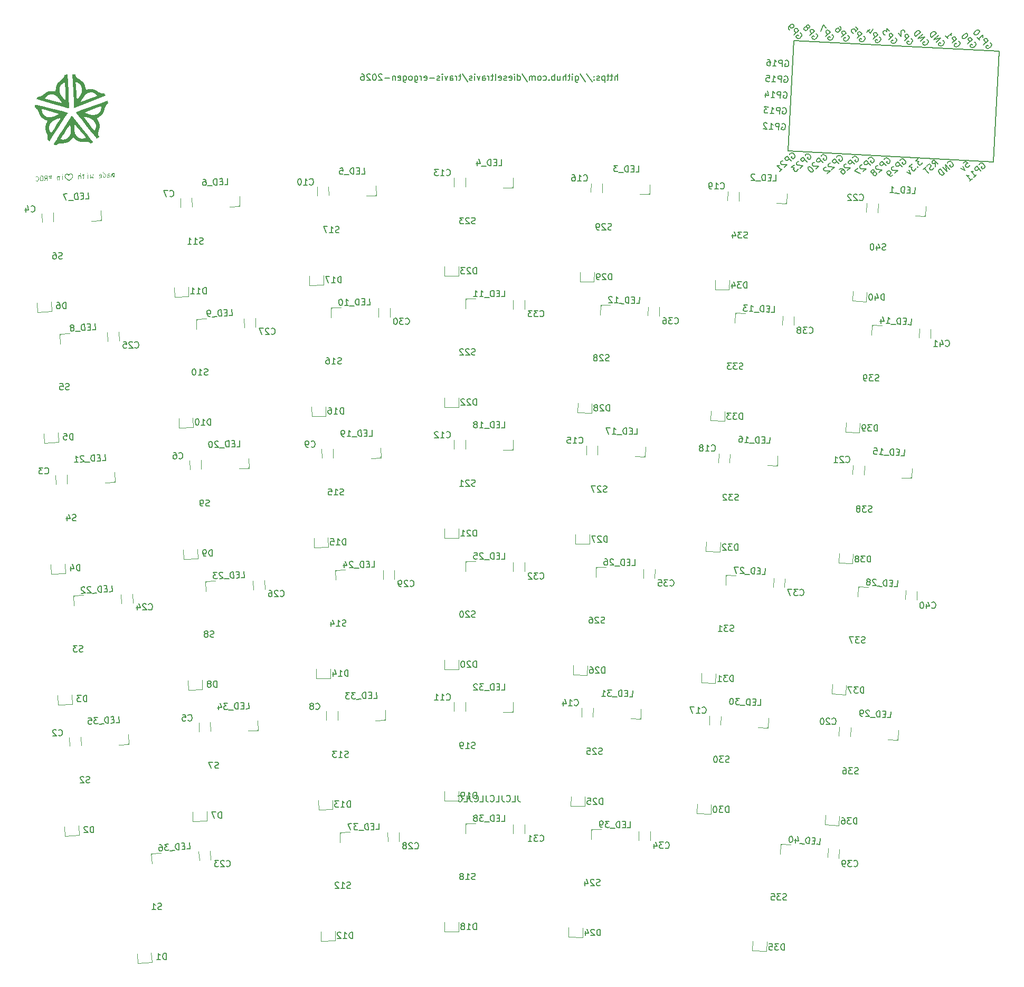
<source format=gbr>
%TF.GenerationSoftware,KiCad,Pcbnew,9.0.7*%
%TF.CreationDate,2026-01-25T01:50:44-05:00*%
%TF.ProjectId,travis_erg2026-v1,74726176-6973-45f6-9572-67323032362d,2026.01.24*%
%TF.SameCoordinates,Original*%
%TF.FileFunction,Legend,Bot*%
%TF.FilePolarity,Positive*%
%FSLAX46Y46*%
G04 Gerber Fmt 4.6, Leading zero omitted, Abs format (unit mm)*
G04 Created by KiCad (PCBNEW 9.0.7) date 2026-01-25 01:50:44*
%MOMM*%
%LPD*%
G01*
G04 APERTURE LIST*
%ADD10C,0.150000*%
%ADD11C,0.200000*%
%ADD12C,0.120000*%
%ADD13C,0.000000*%
G04 APERTURE END LIST*
D10*
X91093703Y-147220702D02*
X91569821Y-147212391D01*
X91569821Y-147212391D02*
X91552369Y-146212544D01*
X90751279Y-146702790D02*
X90417996Y-146708607D01*
X90284303Y-147234830D02*
X90760421Y-147226519D01*
X90760421Y-147226519D02*
X90742968Y-146226672D01*
X90742968Y-146226672D02*
X90266850Y-146234982D01*
X89855797Y-147242310D02*
X89838344Y-146242462D01*
X89838344Y-146242462D02*
X89600285Y-146246617D01*
X89600285Y-146246617D02*
X89458281Y-146296722D01*
X89458281Y-146296722D02*
X89364719Y-146393608D01*
X89364719Y-146393608D02*
X89318770Y-146489663D01*
X89318770Y-146489663D02*
X89274482Y-146680941D01*
X89274482Y-146680941D02*
X89276975Y-146823776D01*
X89276975Y-146823776D02*
X89327911Y-147013393D01*
X89327911Y-147013393D02*
X89377185Y-147107785D01*
X89377185Y-147107785D02*
X89474071Y-147201346D01*
X89474071Y-147201346D02*
X89617738Y-147246465D01*
X89617738Y-147246465D02*
X89855797Y-147242310D01*
X89095670Y-147350830D02*
X88333881Y-147364127D01*
X88125981Y-146367604D02*
X88077539Y-146320823D01*
X88077539Y-146320823D02*
X87981484Y-146274874D01*
X87981484Y-146274874D02*
X87743425Y-146279029D01*
X87743425Y-146279029D02*
X87649032Y-146328303D01*
X87649032Y-146328303D02*
X87602252Y-146376746D01*
X87602252Y-146376746D02*
X87556302Y-146472800D01*
X87556302Y-146472800D02*
X87557964Y-146568024D01*
X87557964Y-146568024D02*
X87608069Y-146710028D01*
X87608069Y-146710028D02*
X88189383Y-147271397D01*
X88189383Y-147271397D02*
X87570430Y-147282201D01*
X86701783Y-146630595D02*
X86713418Y-147297160D01*
X86933193Y-146245545D02*
X87183718Y-146955567D01*
X87183718Y-146955567D02*
X86564765Y-146966371D01*
X42608704Y-118700100D02*
X42465847Y-118747719D01*
X42465847Y-118747719D02*
X42227752Y-118747719D01*
X42227752Y-118747719D02*
X42132514Y-118700100D01*
X42132514Y-118700100D02*
X42084895Y-118652480D01*
X42084895Y-118652480D02*
X42037276Y-118557242D01*
X42037276Y-118557242D02*
X42037276Y-118462004D01*
X42037276Y-118462004D02*
X42084895Y-118366766D01*
X42084895Y-118366766D02*
X42132514Y-118319147D01*
X42132514Y-118319147D02*
X42227752Y-118271528D01*
X42227752Y-118271528D02*
X42418228Y-118223909D01*
X42418228Y-118223909D02*
X42513466Y-118176290D01*
X42513466Y-118176290D02*
X42561085Y-118128671D01*
X42561085Y-118128671D02*
X42608704Y-118033433D01*
X42608704Y-118033433D02*
X42608704Y-117938195D01*
X42608704Y-117938195D02*
X42561085Y-117842957D01*
X42561085Y-117842957D02*
X42513466Y-117795338D01*
X42513466Y-117795338D02*
X42418228Y-117747719D01*
X42418228Y-117747719D02*
X42180133Y-117747719D01*
X42180133Y-117747719D02*
X42037276Y-117795338D01*
X41132514Y-117747719D02*
X41608704Y-117747719D01*
X41608704Y-117747719D02*
X41656323Y-118223909D01*
X41656323Y-118223909D02*
X41608704Y-118176290D01*
X41608704Y-118176290D02*
X41513466Y-118128671D01*
X41513466Y-118128671D02*
X41275371Y-118128671D01*
X41275371Y-118128671D02*
X41180133Y-118176290D01*
X41180133Y-118176290D02*
X41132514Y-118223909D01*
X41132514Y-118223909D02*
X41084895Y-118319147D01*
X41084895Y-118319147D02*
X41084895Y-118557242D01*
X41084895Y-118557242D02*
X41132514Y-118652480D01*
X41132514Y-118652480D02*
X41180133Y-118700100D01*
X41180133Y-118700100D02*
X41275371Y-118747719D01*
X41275371Y-118747719D02*
X41513466Y-118747719D01*
X41513466Y-118747719D02*
X41608704Y-118700100D01*
X41608704Y-118700100D02*
X41656323Y-118652480D01*
X151425694Y-94350900D02*
X151282837Y-94398519D01*
X151282837Y-94398519D02*
X151044742Y-94398519D01*
X151044742Y-94398519D02*
X150949504Y-94350900D01*
X150949504Y-94350900D02*
X150901885Y-94303280D01*
X150901885Y-94303280D02*
X150854266Y-94208042D01*
X150854266Y-94208042D02*
X150854266Y-94112804D01*
X150854266Y-94112804D02*
X150901885Y-94017566D01*
X150901885Y-94017566D02*
X150949504Y-93969947D01*
X150949504Y-93969947D02*
X151044742Y-93922328D01*
X151044742Y-93922328D02*
X151235218Y-93874709D01*
X151235218Y-93874709D02*
X151330456Y-93827090D01*
X151330456Y-93827090D02*
X151378075Y-93779471D01*
X151378075Y-93779471D02*
X151425694Y-93684233D01*
X151425694Y-93684233D02*
X151425694Y-93588995D01*
X151425694Y-93588995D02*
X151378075Y-93493757D01*
X151378075Y-93493757D02*
X151330456Y-93446138D01*
X151330456Y-93446138D02*
X151235218Y-93398519D01*
X151235218Y-93398519D02*
X150997123Y-93398519D01*
X150997123Y-93398519D02*
X150854266Y-93446138D01*
X150520932Y-93398519D02*
X149901885Y-93398519D01*
X149901885Y-93398519D02*
X150235218Y-93779471D01*
X150235218Y-93779471D02*
X150092361Y-93779471D01*
X150092361Y-93779471D02*
X149997123Y-93827090D01*
X149997123Y-93827090D02*
X149949504Y-93874709D01*
X149949504Y-93874709D02*
X149901885Y-93969947D01*
X149901885Y-93969947D02*
X149901885Y-94208042D01*
X149901885Y-94208042D02*
X149949504Y-94303280D01*
X149949504Y-94303280D02*
X149997123Y-94350900D01*
X149997123Y-94350900D02*
X150092361Y-94398519D01*
X150092361Y-94398519D02*
X150378075Y-94398519D01*
X150378075Y-94398519D02*
X150473313Y-94350900D01*
X150473313Y-94350900D02*
X150520932Y-94303280D01*
X149044742Y-93731852D02*
X149044742Y-94398519D01*
X149282837Y-93350900D02*
X149520932Y-94065185D01*
X149520932Y-94065185D02*
X148901885Y-94065185D01*
X64106994Y-95294300D02*
X63964137Y-95341919D01*
X63964137Y-95341919D02*
X63726042Y-95341919D01*
X63726042Y-95341919D02*
X63630804Y-95294300D01*
X63630804Y-95294300D02*
X63583185Y-95246680D01*
X63583185Y-95246680D02*
X63535566Y-95151442D01*
X63535566Y-95151442D02*
X63535566Y-95056204D01*
X63535566Y-95056204D02*
X63583185Y-94960966D01*
X63583185Y-94960966D02*
X63630804Y-94913347D01*
X63630804Y-94913347D02*
X63726042Y-94865728D01*
X63726042Y-94865728D02*
X63916518Y-94818109D01*
X63916518Y-94818109D02*
X64011756Y-94770490D01*
X64011756Y-94770490D02*
X64059375Y-94722871D01*
X64059375Y-94722871D02*
X64106994Y-94627633D01*
X64106994Y-94627633D02*
X64106994Y-94532395D01*
X64106994Y-94532395D02*
X64059375Y-94437157D01*
X64059375Y-94437157D02*
X64011756Y-94389538D01*
X64011756Y-94389538D02*
X63916518Y-94341919D01*
X63916518Y-94341919D02*
X63678423Y-94341919D01*
X63678423Y-94341919D02*
X63535566Y-94389538D01*
X62583185Y-95341919D02*
X63154613Y-95341919D01*
X62868899Y-95341919D02*
X62868899Y-94341919D01*
X62868899Y-94341919D02*
X62964137Y-94484776D01*
X62964137Y-94484776D02*
X63059375Y-94580014D01*
X63059375Y-94580014D02*
X63154613Y-94627633D01*
X61630804Y-95341919D02*
X62202232Y-95341919D01*
X61916518Y-95341919D02*
X61916518Y-94341919D01*
X61916518Y-94341919D02*
X62011756Y-94484776D01*
X62011756Y-94484776D02*
X62106994Y-94580014D01*
X62106994Y-94580014D02*
X62202232Y-94627633D01*
X64841694Y-116331500D02*
X64698837Y-116379119D01*
X64698837Y-116379119D02*
X64460742Y-116379119D01*
X64460742Y-116379119D02*
X64365504Y-116331500D01*
X64365504Y-116331500D02*
X64317885Y-116283880D01*
X64317885Y-116283880D02*
X64270266Y-116188642D01*
X64270266Y-116188642D02*
X64270266Y-116093404D01*
X64270266Y-116093404D02*
X64317885Y-115998166D01*
X64317885Y-115998166D02*
X64365504Y-115950547D01*
X64365504Y-115950547D02*
X64460742Y-115902928D01*
X64460742Y-115902928D02*
X64651218Y-115855309D01*
X64651218Y-115855309D02*
X64746456Y-115807690D01*
X64746456Y-115807690D02*
X64794075Y-115760071D01*
X64794075Y-115760071D02*
X64841694Y-115664833D01*
X64841694Y-115664833D02*
X64841694Y-115569595D01*
X64841694Y-115569595D02*
X64794075Y-115474357D01*
X64794075Y-115474357D02*
X64746456Y-115426738D01*
X64746456Y-115426738D02*
X64651218Y-115379119D01*
X64651218Y-115379119D02*
X64413123Y-115379119D01*
X64413123Y-115379119D02*
X64270266Y-115426738D01*
X63317885Y-116379119D02*
X63889313Y-116379119D01*
X63603599Y-116379119D02*
X63603599Y-115379119D01*
X63603599Y-115379119D02*
X63698837Y-115521976D01*
X63698837Y-115521976D02*
X63794075Y-115617214D01*
X63794075Y-115617214D02*
X63889313Y-115664833D01*
X62698837Y-115379119D02*
X62603599Y-115379119D01*
X62603599Y-115379119D02*
X62508361Y-115426738D01*
X62508361Y-115426738D02*
X62460742Y-115474357D01*
X62460742Y-115474357D02*
X62413123Y-115569595D01*
X62413123Y-115569595D02*
X62365504Y-115760071D01*
X62365504Y-115760071D02*
X62365504Y-115998166D01*
X62365504Y-115998166D02*
X62413123Y-116188642D01*
X62413123Y-116188642D02*
X62460742Y-116283880D01*
X62460742Y-116283880D02*
X62508361Y-116331500D01*
X62508361Y-116331500D02*
X62603599Y-116379119D01*
X62603599Y-116379119D02*
X62698837Y-116379119D01*
X62698837Y-116379119D02*
X62794075Y-116331500D01*
X62794075Y-116331500D02*
X62841694Y-116283880D01*
X62841694Y-116283880D02*
X62889313Y-116188642D01*
X62889313Y-116188642D02*
X62936932Y-115998166D01*
X62936932Y-115998166D02*
X62936932Y-115760071D01*
X62936932Y-115760071D02*
X62889313Y-115569595D01*
X62889313Y-115569595D02*
X62841694Y-115474357D01*
X62841694Y-115474357D02*
X62794075Y-115426738D01*
X62794075Y-115426738D02*
X62698837Y-115379119D01*
X129593194Y-93015000D02*
X129450337Y-93062619D01*
X129450337Y-93062619D02*
X129212242Y-93062619D01*
X129212242Y-93062619D02*
X129117004Y-93015000D01*
X129117004Y-93015000D02*
X129069385Y-92967380D01*
X129069385Y-92967380D02*
X129021766Y-92872142D01*
X129021766Y-92872142D02*
X129021766Y-92776904D01*
X129021766Y-92776904D02*
X129069385Y-92681666D01*
X129069385Y-92681666D02*
X129117004Y-92634047D01*
X129117004Y-92634047D02*
X129212242Y-92586428D01*
X129212242Y-92586428D02*
X129402718Y-92538809D01*
X129402718Y-92538809D02*
X129497956Y-92491190D01*
X129497956Y-92491190D02*
X129545575Y-92443571D01*
X129545575Y-92443571D02*
X129593194Y-92348333D01*
X129593194Y-92348333D02*
X129593194Y-92253095D01*
X129593194Y-92253095D02*
X129545575Y-92157857D01*
X129545575Y-92157857D02*
X129497956Y-92110238D01*
X129497956Y-92110238D02*
X129402718Y-92062619D01*
X129402718Y-92062619D02*
X129164623Y-92062619D01*
X129164623Y-92062619D02*
X129021766Y-92110238D01*
X128640813Y-92157857D02*
X128593194Y-92110238D01*
X128593194Y-92110238D02*
X128497956Y-92062619D01*
X128497956Y-92062619D02*
X128259861Y-92062619D01*
X128259861Y-92062619D02*
X128164623Y-92110238D01*
X128164623Y-92110238D02*
X128117004Y-92157857D01*
X128117004Y-92157857D02*
X128069385Y-92253095D01*
X128069385Y-92253095D02*
X128069385Y-92348333D01*
X128069385Y-92348333D02*
X128117004Y-92491190D01*
X128117004Y-92491190D02*
X128688432Y-93062619D01*
X128688432Y-93062619D02*
X128069385Y-93062619D01*
X127593194Y-93062619D02*
X127402718Y-93062619D01*
X127402718Y-93062619D02*
X127307480Y-93015000D01*
X127307480Y-93015000D02*
X127259861Y-92967380D01*
X127259861Y-92967380D02*
X127164623Y-92824523D01*
X127164623Y-92824523D02*
X127117004Y-92634047D01*
X127117004Y-92634047D02*
X127117004Y-92253095D01*
X127117004Y-92253095D02*
X127164623Y-92157857D01*
X127164623Y-92157857D02*
X127212242Y-92110238D01*
X127212242Y-92110238D02*
X127307480Y-92062619D01*
X127307480Y-92062619D02*
X127497956Y-92062619D01*
X127497956Y-92062619D02*
X127593194Y-92110238D01*
X127593194Y-92110238D02*
X127640813Y-92157857D01*
X127640813Y-92157857D02*
X127688432Y-92253095D01*
X127688432Y-92253095D02*
X127688432Y-92491190D01*
X127688432Y-92491190D02*
X127640813Y-92586428D01*
X127640813Y-92586428D02*
X127593194Y-92634047D01*
X127593194Y-92634047D02*
X127497956Y-92681666D01*
X127497956Y-92681666D02*
X127307480Y-92681666D01*
X127307480Y-92681666D02*
X127212242Y-92634047D01*
X127212242Y-92634047D02*
X127164623Y-92586428D01*
X127164623Y-92586428D02*
X127117004Y-92491190D01*
X157680794Y-200585500D02*
X157537937Y-200633119D01*
X157537937Y-200633119D02*
X157299842Y-200633119D01*
X157299842Y-200633119D02*
X157204604Y-200585500D01*
X157204604Y-200585500D02*
X157156985Y-200537880D01*
X157156985Y-200537880D02*
X157109366Y-200442642D01*
X157109366Y-200442642D02*
X157109366Y-200347404D01*
X157109366Y-200347404D02*
X157156985Y-200252166D01*
X157156985Y-200252166D02*
X157204604Y-200204547D01*
X157204604Y-200204547D02*
X157299842Y-200156928D01*
X157299842Y-200156928D02*
X157490318Y-200109309D01*
X157490318Y-200109309D02*
X157585556Y-200061690D01*
X157585556Y-200061690D02*
X157633175Y-200014071D01*
X157633175Y-200014071D02*
X157680794Y-199918833D01*
X157680794Y-199918833D02*
X157680794Y-199823595D01*
X157680794Y-199823595D02*
X157633175Y-199728357D01*
X157633175Y-199728357D02*
X157585556Y-199680738D01*
X157585556Y-199680738D02*
X157490318Y-199633119D01*
X157490318Y-199633119D02*
X157252223Y-199633119D01*
X157252223Y-199633119D02*
X157109366Y-199680738D01*
X156776032Y-199633119D02*
X156156985Y-199633119D01*
X156156985Y-199633119D02*
X156490318Y-200014071D01*
X156490318Y-200014071D02*
X156347461Y-200014071D01*
X156347461Y-200014071D02*
X156252223Y-200061690D01*
X156252223Y-200061690D02*
X156204604Y-200109309D01*
X156204604Y-200109309D02*
X156156985Y-200204547D01*
X156156985Y-200204547D02*
X156156985Y-200442642D01*
X156156985Y-200442642D02*
X156204604Y-200537880D01*
X156204604Y-200537880D02*
X156252223Y-200585500D01*
X156252223Y-200585500D02*
X156347461Y-200633119D01*
X156347461Y-200633119D02*
X156633175Y-200633119D01*
X156633175Y-200633119D02*
X156728413Y-200585500D01*
X156728413Y-200585500D02*
X156776032Y-200537880D01*
X155252223Y-199633119D02*
X155728413Y-199633119D01*
X155728413Y-199633119D02*
X155776032Y-200109309D01*
X155776032Y-200109309D02*
X155728413Y-200061690D01*
X155728413Y-200061690D02*
X155633175Y-200014071D01*
X155633175Y-200014071D02*
X155395080Y-200014071D01*
X155395080Y-200014071D02*
X155299842Y-200061690D01*
X155299842Y-200061690D02*
X155252223Y-200109309D01*
X155252223Y-200109309D02*
X155204604Y-200204547D01*
X155204604Y-200204547D02*
X155204604Y-200442642D01*
X155204604Y-200442642D02*
X155252223Y-200537880D01*
X155252223Y-200537880D02*
X155299842Y-200585500D01*
X155299842Y-200585500D02*
X155395080Y-200633119D01*
X155395080Y-200633119D02*
X155633175Y-200633119D01*
X155633175Y-200633119D02*
X155728413Y-200585500D01*
X155728413Y-200585500D02*
X155776032Y-200537880D01*
X133618460Y-104846324D02*
X134094578Y-104854634D01*
X134094578Y-104854634D02*
X134112030Y-103854787D01*
X133294319Y-104316776D02*
X132961037Y-104310959D01*
X132809059Y-104832195D02*
X133285177Y-104840506D01*
X133285177Y-104840506D02*
X133302630Y-103840658D01*
X133302630Y-103840658D02*
X132826512Y-103832348D01*
X132380553Y-104824716D02*
X132398006Y-103824868D01*
X132398006Y-103824868D02*
X132159947Y-103820713D01*
X132159947Y-103820713D02*
X132016280Y-103865831D01*
X132016280Y-103865831D02*
X131919394Y-103959393D01*
X131919394Y-103959393D02*
X131870120Y-104053785D01*
X131870120Y-104053785D02*
X131819184Y-104243401D01*
X131819184Y-104243401D02*
X131816691Y-104386237D01*
X131816691Y-104386237D02*
X131860979Y-104577515D01*
X131860979Y-104577515D02*
X131906928Y-104673570D01*
X131906928Y-104673570D02*
X132000490Y-104770455D01*
X132000490Y-104770455D02*
X132142494Y-104820560D01*
X132142494Y-104820560D02*
X132380553Y-104824716D01*
X131617102Y-104906642D02*
X130855314Y-104893345D01*
X130095187Y-104784825D02*
X130666528Y-104794797D01*
X130380858Y-104789811D02*
X130398310Y-103789963D01*
X130398310Y-103789963D02*
X130491040Y-103934461D01*
X130491040Y-103934461D02*
X130584602Y-104031347D01*
X130584602Y-104031347D02*
X130678994Y-104080620D01*
X129730083Y-103873552D02*
X129683302Y-103825109D01*
X129683302Y-103825109D02*
X129588909Y-103775835D01*
X129588909Y-103775835D02*
X129350850Y-103771680D01*
X129350850Y-103771680D02*
X129254796Y-103817629D01*
X129254796Y-103817629D02*
X129206353Y-103864410D01*
X129206353Y-103864410D02*
X129157079Y-103958803D01*
X129157079Y-103958803D02*
X129155417Y-104054026D01*
X129155417Y-104054026D02*
X129200535Y-104197693D01*
X129200535Y-104197693D02*
X129761904Y-104779007D01*
X129761904Y-104779007D02*
X129142951Y-104768203D01*
X66569404Y-179443000D02*
X66426547Y-179490619D01*
X66426547Y-179490619D02*
X66188452Y-179490619D01*
X66188452Y-179490619D02*
X66093214Y-179443000D01*
X66093214Y-179443000D02*
X66045595Y-179395380D01*
X66045595Y-179395380D02*
X65997976Y-179300142D01*
X65997976Y-179300142D02*
X65997976Y-179204904D01*
X65997976Y-179204904D02*
X66045595Y-179109666D01*
X66045595Y-179109666D02*
X66093214Y-179062047D01*
X66093214Y-179062047D02*
X66188452Y-179014428D01*
X66188452Y-179014428D02*
X66378928Y-178966809D01*
X66378928Y-178966809D02*
X66474166Y-178919190D01*
X66474166Y-178919190D02*
X66521785Y-178871571D01*
X66521785Y-178871571D02*
X66569404Y-178776333D01*
X66569404Y-178776333D02*
X66569404Y-178681095D01*
X66569404Y-178681095D02*
X66521785Y-178585857D01*
X66521785Y-178585857D02*
X66474166Y-178538238D01*
X66474166Y-178538238D02*
X66378928Y-178490619D01*
X66378928Y-178490619D02*
X66140833Y-178490619D01*
X66140833Y-178490619D02*
X65997976Y-178538238D01*
X65664642Y-178490619D02*
X64997976Y-178490619D01*
X64997976Y-178490619D02*
X65426547Y-179490619D01*
X87379194Y-177674100D02*
X87236337Y-177721719D01*
X87236337Y-177721719D02*
X86998242Y-177721719D01*
X86998242Y-177721719D02*
X86903004Y-177674100D01*
X86903004Y-177674100D02*
X86855385Y-177626480D01*
X86855385Y-177626480D02*
X86807766Y-177531242D01*
X86807766Y-177531242D02*
X86807766Y-177436004D01*
X86807766Y-177436004D02*
X86855385Y-177340766D01*
X86855385Y-177340766D02*
X86903004Y-177293147D01*
X86903004Y-177293147D02*
X86998242Y-177245528D01*
X86998242Y-177245528D02*
X87188718Y-177197909D01*
X87188718Y-177197909D02*
X87283956Y-177150290D01*
X87283956Y-177150290D02*
X87331575Y-177102671D01*
X87331575Y-177102671D02*
X87379194Y-177007433D01*
X87379194Y-177007433D02*
X87379194Y-176912195D01*
X87379194Y-176912195D02*
X87331575Y-176816957D01*
X87331575Y-176816957D02*
X87283956Y-176769338D01*
X87283956Y-176769338D02*
X87188718Y-176721719D01*
X87188718Y-176721719D02*
X86950623Y-176721719D01*
X86950623Y-176721719D02*
X86807766Y-176769338D01*
X85855385Y-177721719D02*
X86426813Y-177721719D01*
X86141099Y-177721719D02*
X86141099Y-176721719D01*
X86141099Y-176721719D02*
X86236337Y-176864576D01*
X86236337Y-176864576D02*
X86331575Y-176959814D01*
X86331575Y-176959814D02*
X86426813Y-177007433D01*
X85522051Y-176721719D02*
X84903004Y-176721719D01*
X84903004Y-176721719D02*
X85236337Y-177102671D01*
X85236337Y-177102671D02*
X85093480Y-177102671D01*
X85093480Y-177102671D02*
X84998242Y-177150290D01*
X84998242Y-177150290D02*
X84950623Y-177197909D01*
X84950623Y-177197909D02*
X84903004Y-177293147D01*
X84903004Y-177293147D02*
X84903004Y-177531242D01*
X84903004Y-177531242D02*
X84950623Y-177626480D01*
X84950623Y-177626480D02*
X84998242Y-177674100D01*
X84998242Y-177674100D02*
X85093480Y-177721719D01*
X85093480Y-177721719D02*
X85379194Y-177721719D01*
X85379194Y-177721719D02*
X85474432Y-177674100D01*
X85474432Y-177674100D02*
X85522051Y-177626480D01*
X153032668Y-169383725D02*
X153508568Y-169400343D01*
X153508568Y-169400343D02*
X153543468Y-168400953D01*
X152717818Y-168848601D02*
X152384688Y-168836968D01*
X152223637Y-169355473D02*
X152699538Y-169372091D01*
X152699538Y-169372091D02*
X152734437Y-168372701D01*
X152734437Y-168372701D02*
X152258537Y-168356082D01*
X151795327Y-169340516D02*
X151830226Y-168341125D01*
X151830226Y-168341125D02*
X151592276Y-168332815D01*
X151592276Y-168332815D02*
X151447844Y-168375420D01*
X151447844Y-168375420D02*
X151349340Y-168467276D01*
X151349340Y-168467276D02*
X151298426Y-168560794D01*
X151298426Y-168560794D02*
X151244189Y-168749493D01*
X151244189Y-168749493D02*
X151239203Y-168892263D01*
X151239203Y-168892263D02*
X151280146Y-169084285D01*
X151280146Y-169084285D02*
X151324412Y-169181127D01*
X151324412Y-169181127D02*
X151416268Y-169279631D01*
X151416268Y-169279631D02*
X151557376Y-169332206D01*
X151557376Y-169332206D02*
X151795327Y-169340516D01*
X151030562Y-169409106D02*
X150269122Y-169382516D01*
X150164575Y-168282959D02*
X149545904Y-168261355D01*
X149545904Y-168261355D02*
X149865739Y-168653708D01*
X149865739Y-168653708D02*
X149722969Y-168648722D01*
X149722969Y-168648722D02*
X149626127Y-168692989D01*
X149626127Y-168692989D02*
X149576875Y-168738917D01*
X149576875Y-168738917D02*
X149525961Y-168832435D01*
X149525961Y-168832435D02*
X149517652Y-169070385D01*
X149517652Y-169070385D02*
X149561918Y-169167227D01*
X149561918Y-169167227D02*
X149607847Y-169216479D01*
X149607847Y-169216479D02*
X149701365Y-169267393D01*
X149701365Y-169267393D02*
X149986905Y-169277364D01*
X149986905Y-169277364D02*
X150083747Y-169233098D01*
X150083747Y-169233098D02*
X150132999Y-169187170D01*
X148927233Y-168239750D02*
X148832053Y-168236426D01*
X148832053Y-168236426D02*
X148735211Y-168280693D01*
X148735211Y-168280693D02*
X148685960Y-168326621D01*
X148685960Y-168326621D02*
X148635046Y-168420139D01*
X148635046Y-168420139D02*
X148580808Y-168608837D01*
X148580808Y-168608837D02*
X148572499Y-168846787D01*
X148572499Y-168846787D02*
X148613441Y-169038809D01*
X148613441Y-169038809D02*
X148657708Y-169135651D01*
X148657708Y-169135651D02*
X148703636Y-169184903D01*
X148703636Y-169184903D02*
X148797154Y-169235817D01*
X148797154Y-169235817D02*
X148892334Y-169239141D01*
X148892334Y-169239141D02*
X148989176Y-169194875D01*
X148989176Y-169194875D02*
X149038428Y-169148946D01*
X149038428Y-169148946D02*
X149089342Y-169055428D01*
X149089342Y-169055428D02*
X149143579Y-168866730D01*
X149143579Y-168866730D02*
X149151889Y-168628780D01*
X149151889Y-168628780D02*
X149110946Y-168436758D01*
X149110946Y-168436758D02*
X149066680Y-168339916D01*
X149066680Y-168339916D02*
X149020752Y-168290664D01*
X149020752Y-168290664D02*
X148927233Y-168239750D01*
X107740694Y-176260300D02*
X107597837Y-176307919D01*
X107597837Y-176307919D02*
X107359742Y-176307919D01*
X107359742Y-176307919D02*
X107264504Y-176260300D01*
X107264504Y-176260300D02*
X107216885Y-176212680D01*
X107216885Y-176212680D02*
X107169266Y-176117442D01*
X107169266Y-176117442D02*
X107169266Y-176022204D01*
X107169266Y-176022204D02*
X107216885Y-175926966D01*
X107216885Y-175926966D02*
X107264504Y-175879347D01*
X107264504Y-175879347D02*
X107359742Y-175831728D01*
X107359742Y-175831728D02*
X107550218Y-175784109D01*
X107550218Y-175784109D02*
X107645456Y-175736490D01*
X107645456Y-175736490D02*
X107693075Y-175688871D01*
X107693075Y-175688871D02*
X107740694Y-175593633D01*
X107740694Y-175593633D02*
X107740694Y-175498395D01*
X107740694Y-175498395D02*
X107693075Y-175403157D01*
X107693075Y-175403157D02*
X107645456Y-175355538D01*
X107645456Y-175355538D02*
X107550218Y-175307919D01*
X107550218Y-175307919D02*
X107312123Y-175307919D01*
X107312123Y-175307919D02*
X107169266Y-175355538D01*
X106216885Y-176307919D02*
X106788313Y-176307919D01*
X106502599Y-176307919D02*
X106502599Y-175307919D01*
X106502599Y-175307919D02*
X106597837Y-175450776D01*
X106597837Y-175450776D02*
X106693075Y-175546014D01*
X106693075Y-175546014D02*
X106788313Y-175593633D01*
X105740694Y-176307919D02*
X105550218Y-176307919D01*
X105550218Y-176307919D02*
X105454980Y-176260300D01*
X105454980Y-176260300D02*
X105407361Y-176212680D01*
X105407361Y-176212680D02*
X105312123Y-176069823D01*
X105312123Y-176069823D02*
X105264504Y-175879347D01*
X105264504Y-175879347D02*
X105264504Y-175498395D01*
X105264504Y-175498395D02*
X105312123Y-175403157D01*
X105312123Y-175403157D02*
X105359742Y-175355538D01*
X105359742Y-175355538D02*
X105454980Y-175307919D01*
X105454980Y-175307919D02*
X105645456Y-175307919D01*
X105645456Y-175307919D02*
X105740694Y-175355538D01*
X105740694Y-175355538D02*
X105788313Y-175403157D01*
X105788313Y-175403157D02*
X105835932Y-175498395D01*
X105835932Y-175498395D02*
X105835932Y-175736490D01*
X105835932Y-175736490D02*
X105788313Y-175831728D01*
X105788313Y-175831728D02*
X105740694Y-175879347D01*
X105740694Y-175879347D02*
X105645456Y-175926966D01*
X105645456Y-175926966D02*
X105454980Y-175926966D01*
X105454980Y-175926966D02*
X105359742Y-175879347D01*
X105359742Y-175879347D02*
X105312123Y-175831728D01*
X105312123Y-175831728D02*
X105264504Y-175736490D01*
X87746594Y-198720900D02*
X87603737Y-198768519D01*
X87603737Y-198768519D02*
X87365642Y-198768519D01*
X87365642Y-198768519D02*
X87270404Y-198720900D01*
X87270404Y-198720900D02*
X87222785Y-198673280D01*
X87222785Y-198673280D02*
X87175166Y-198578042D01*
X87175166Y-198578042D02*
X87175166Y-198482804D01*
X87175166Y-198482804D02*
X87222785Y-198387566D01*
X87222785Y-198387566D02*
X87270404Y-198339947D01*
X87270404Y-198339947D02*
X87365642Y-198292328D01*
X87365642Y-198292328D02*
X87556118Y-198244709D01*
X87556118Y-198244709D02*
X87651356Y-198197090D01*
X87651356Y-198197090D02*
X87698975Y-198149471D01*
X87698975Y-198149471D02*
X87746594Y-198054233D01*
X87746594Y-198054233D02*
X87746594Y-197958995D01*
X87746594Y-197958995D02*
X87698975Y-197863757D01*
X87698975Y-197863757D02*
X87651356Y-197816138D01*
X87651356Y-197816138D02*
X87556118Y-197768519D01*
X87556118Y-197768519D02*
X87318023Y-197768519D01*
X87318023Y-197768519D02*
X87175166Y-197816138D01*
X86222785Y-198768519D02*
X86794213Y-198768519D01*
X86508499Y-198768519D02*
X86508499Y-197768519D01*
X86508499Y-197768519D02*
X86603737Y-197911376D01*
X86603737Y-197911376D02*
X86698975Y-198006614D01*
X86698975Y-198006614D02*
X86794213Y-198054233D01*
X85841832Y-197863757D02*
X85794213Y-197816138D01*
X85794213Y-197816138D02*
X85698975Y-197768519D01*
X85698975Y-197768519D02*
X85460880Y-197768519D01*
X85460880Y-197768519D02*
X85365642Y-197816138D01*
X85365642Y-197816138D02*
X85318023Y-197863757D01*
X85318023Y-197863757D02*
X85270404Y-197958995D01*
X85270404Y-197958995D02*
X85270404Y-198054233D01*
X85270404Y-198054233D02*
X85318023Y-198197090D01*
X85318023Y-198197090D02*
X85889451Y-198768519D01*
X85889451Y-198768519D02*
X85270404Y-198768519D01*
X172485894Y-117285800D02*
X172343037Y-117333419D01*
X172343037Y-117333419D02*
X172104942Y-117333419D01*
X172104942Y-117333419D02*
X172009704Y-117285800D01*
X172009704Y-117285800D02*
X171962085Y-117238180D01*
X171962085Y-117238180D02*
X171914466Y-117142942D01*
X171914466Y-117142942D02*
X171914466Y-117047704D01*
X171914466Y-117047704D02*
X171962085Y-116952466D01*
X171962085Y-116952466D02*
X172009704Y-116904847D01*
X172009704Y-116904847D02*
X172104942Y-116857228D01*
X172104942Y-116857228D02*
X172295418Y-116809609D01*
X172295418Y-116809609D02*
X172390656Y-116761990D01*
X172390656Y-116761990D02*
X172438275Y-116714371D01*
X172438275Y-116714371D02*
X172485894Y-116619133D01*
X172485894Y-116619133D02*
X172485894Y-116523895D01*
X172485894Y-116523895D02*
X172438275Y-116428657D01*
X172438275Y-116428657D02*
X172390656Y-116381038D01*
X172390656Y-116381038D02*
X172295418Y-116333419D01*
X172295418Y-116333419D02*
X172057323Y-116333419D01*
X172057323Y-116333419D02*
X171914466Y-116381038D01*
X171581132Y-116333419D02*
X170962085Y-116333419D01*
X170962085Y-116333419D02*
X171295418Y-116714371D01*
X171295418Y-116714371D02*
X171152561Y-116714371D01*
X171152561Y-116714371D02*
X171057323Y-116761990D01*
X171057323Y-116761990D02*
X171009704Y-116809609D01*
X171009704Y-116809609D02*
X170962085Y-116904847D01*
X170962085Y-116904847D02*
X170962085Y-117142942D01*
X170962085Y-117142942D02*
X171009704Y-117238180D01*
X171009704Y-117238180D02*
X171057323Y-117285800D01*
X171057323Y-117285800D02*
X171152561Y-117333419D01*
X171152561Y-117333419D02*
X171438275Y-117333419D01*
X171438275Y-117333419D02*
X171533513Y-117285800D01*
X171533513Y-117285800D02*
X171581132Y-117238180D01*
X170485894Y-117333419D02*
X170295418Y-117333419D01*
X170295418Y-117333419D02*
X170200180Y-117285800D01*
X170200180Y-117285800D02*
X170152561Y-117238180D01*
X170152561Y-117238180D02*
X170057323Y-117095323D01*
X170057323Y-117095323D02*
X170009704Y-116904847D01*
X170009704Y-116904847D02*
X170009704Y-116523895D01*
X170009704Y-116523895D02*
X170057323Y-116428657D01*
X170057323Y-116428657D02*
X170104942Y-116381038D01*
X170104942Y-116381038D02*
X170200180Y-116333419D01*
X170200180Y-116333419D02*
X170390656Y-116333419D01*
X170390656Y-116333419D02*
X170485894Y-116381038D01*
X170485894Y-116381038D02*
X170533513Y-116428657D01*
X170533513Y-116428657D02*
X170581132Y-116523895D01*
X170581132Y-116523895D02*
X170581132Y-116761990D01*
X170581132Y-116761990D02*
X170533513Y-116857228D01*
X170533513Y-116857228D02*
X170485894Y-116904847D01*
X170485894Y-116904847D02*
X170390656Y-116952466D01*
X170390656Y-116952466D02*
X170200180Y-116952466D01*
X170200180Y-116952466D02*
X170104942Y-116904847D01*
X170104942Y-116904847D02*
X170057323Y-116857228D01*
X170057323Y-116857228D02*
X170009704Y-116761990D01*
X128123694Y-177202200D02*
X127980837Y-177249819D01*
X127980837Y-177249819D02*
X127742742Y-177249819D01*
X127742742Y-177249819D02*
X127647504Y-177202200D01*
X127647504Y-177202200D02*
X127599885Y-177154580D01*
X127599885Y-177154580D02*
X127552266Y-177059342D01*
X127552266Y-177059342D02*
X127552266Y-176964104D01*
X127552266Y-176964104D02*
X127599885Y-176868866D01*
X127599885Y-176868866D02*
X127647504Y-176821247D01*
X127647504Y-176821247D02*
X127742742Y-176773628D01*
X127742742Y-176773628D02*
X127933218Y-176726009D01*
X127933218Y-176726009D02*
X128028456Y-176678390D01*
X128028456Y-176678390D02*
X128076075Y-176630771D01*
X128076075Y-176630771D02*
X128123694Y-176535533D01*
X128123694Y-176535533D02*
X128123694Y-176440295D01*
X128123694Y-176440295D02*
X128076075Y-176345057D01*
X128076075Y-176345057D02*
X128028456Y-176297438D01*
X128028456Y-176297438D02*
X127933218Y-176249819D01*
X127933218Y-176249819D02*
X127695123Y-176249819D01*
X127695123Y-176249819D02*
X127552266Y-176297438D01*
X127171313Y-176345057D02*
X127123694Y-176297438D01*
X127123694Y-176297438D02*
X127028456Y-176249819D01*
X127028456Y-176249819D02*
X126790361Y-176249819D01*
X126790361Y-176249819D02*
X126695123Y-176297438D01*
X126695123Y-176297438D02*
X126647504Y-176345057D01*
X126647504Y-176345057D02*
X126599885Y-176440295D01*
X126599885Y-176440295D02*
X126599885Y-176535533D01*
X126599885Y-176535533D02*
X126647504Y-176678390D01*
X126647504Y-176678390D02*
X127218932Y-177249819D01*
X127218932Y-177249819D02*
X126599885Y-177249819D01*
X125695123Y-176249819D02*
X126171313Y-176249819D01*
X126171313Y-176249819D02*
X126218932Y-176726009D01*
X126218932Y-176726009D02*
X126171313Y-176678390D01*
X126171313Y-176678390D02*
X126076075Y-176630771D01*
X126076075Y-176630771D02*
X125837980Y-176630771D01*
X125837980Y-176630771D02*
X125742742Y-176678390D01*
X125742742Y-176678390D02*
X125695123Y-176726009D01*
X125695123Y-176726009D02*
X125647504Y-176821247D01*
X125647504Y-176821247D02*
X125647504Y-177059342D01*
X125647504Y-177059342D02*
X125695123Y-177154580D01*
X125695123Y-177154580D02*
X125742742Y-177202200D01*
X125742742Y-177202200D02*
X125837980Y-177249819D01*
X125837980Y-177249819D02*
X126076075Y-177249819D01*
X126076075Y-177249819D02*
X126171313Y-177202200D01*
X126171313Y-177202200D02*
X126218932Y-177154580D01*
X44812004Y-160742400D02*
X44669147Y-160790019D01*
X44669147Y-160790019D02*
X44431052Y-160790019D01*
X44431052Y-160790019D02*
X44335814Y-160742400D01*
X44335814Y-160742400D02*
X44288195Y-160694780D01*
X44288195Y-160694780D02*
X44240576Y-160599542D01*
X44240576Y-160599542D02*
X44240576Y-160504304D01*
X44240576Y-160504304D02*
X44288195Y-160409066D01*
X44288195Y-160409066D02*
X44335814Y-160361447D01*
X44335814Y-160361447D02*
X44431052Y-160313828D01*
X44431052Y-160313828D02*
X44621528Y-160266209D01*
X44621528Y-160266209D02*
X44716766Y-160218590D01*
X44716766Y-160218590D02*
X44764385Y-160170971D01*
X44764385Y-160170971D02*
X44812004Y-160075733D01*
X44812004Y-160075733D02*
X44812004Y-159980495D01*
X44812004Y-159980495D02*
X44764385Y-159885257D01*
X44764385Y-159885257D02*
X44716766Y-159837638D01*
X44716766Y-159837638D02*
X44621528Y-159790019D01*
X44621528Y-159790019D02*
X44383433Y-159790019D01*
X44383433Y-159790019D02*
X44240576Y-159837638D01*
X43907242Y-159790019D02*
X43288195Y-159790019D01*
X43288195Y-159790019D02*
X43621528Y-160170971D01*
X43621528Y-160170971D02*
X43478671Y-160170971D01*
X43478671Y-160170971D02*
X43383433Y-160218590D01*
X43383433Y-160218590D02*
X43335814Y-160266209D01*
X43335814Y-160266209D02*
X43288195Y-160361447D01*
X43288195Y-160361447D02*
X43288195Y-160599542D01*
X43288195Y-160599542D02*
X43335814Y-160694780D01*
X43335814Y-160694780D02*
X43383433Y-160742400D01*
X43383433Y-160742400D02*
X43478671Y-160790019D01*
X43478671Y-160790019D02*
X43764385Y-160790019D01*
X43764385Y-160790019D02*
X43859623Y-160742400D01*
X43859623Y-160742400D02*
X43907242Y-160694780D01*
X173587594Y-96264600D02*
X173444737Y-96312219D01*
X173444737Y-96312219D02*
X173206642Y-96312219D01*
X173206642Y-96312219D02*
X173111404Y-96264600D01*
X173111404Y-96264600D02*
X173063785Y-96216980D01*
X173063785Y-96216980D02*
X173016166Y-96121742D01*
X173016166Y-96121742D02*
X173016166Y-96026504D01*
X173016166Y-96026504D02*
X173063785Y-95931266D01*
X173063785Y-95931266D02*
X173111404Y-95883647D01*
X173111404Y-95883647D02*
X173206642Y-95836028D01*
X173206642Y-95836028D02*
X173397118Y-95788409D01*
X173397118Y-95788409D02*
X173492356Y-95740790D01*
X173492356Y-95740790D02*
X173539975Y-95693171D01*
X173539975Y-95693171D02*
X173587594Y-95597933D01*
X173587594Y-95597933D02*
X173587594Y-95502695D01*
X173587594Y-95502695D02*
X173539975Y-95407457D01*
X173539975Y-95407457D02*
X173492356Y-95359838D01*
X173492356Y-95359838D02*
X173397118Y-95312219D01*
X173397118Y-95312219D02*
X173159023Y-95312219D01*
X173159023Y-95312219D02*
X173016166Y-95359838D01*
X172159023Y-95645552D02*
X172159023Y-96312219D01*
X172397118Y-95264600D02*
X172635213Y-95978885D01*
X172635213Y-95978885D02*
X172016166Y-95978885D01*
X171444737Y-95312219D02*
X171349499Y-95312219D01*
X171349499Y-95312219D02*
X171254261Y-95359838D01*
X171254261Y-95359838D02*
X171206642Y-95407457D01*
X171206642Y-95407457D02*
X171159023Y-95502695D01*
X171159023Y-95502695D02*
X171111404Y-95693171D01*
X171111404Y-95693171D02*
X171111404Y-95931266D01*
X171111404Y-95931266D02*
X171159023Y-96121742D01*
X171159023Y-96121742D02*
X171206642Y-96216980D01*
X171206642Y-96216980D02*
X171254261Y-96264600D01*
X171254261Y-96264600D02*
X171349499Y-96312219D01*
X171349499Y-96312219D02*
X171444737Y-96312219D01*
X171444737Y-96312219D02*
X171539975Y-96264600D01*
X171539975Y-96264600D02*
X171587594Y-96216980D01*
X171587594Y-96216980D02*
X171635213Y-96121742D01*
X171635213Y-96121742D02*
X171682832Y-95931266D01*
X171682832Y-95931266D02*
X171682832Y-95693171D01*
X171682832Y-95693171D02*
X171635213Y-95502695D01*
X171635213Y-95502695D02*
X171587594Y-95407457D01*
X171587594Y-95407457D02*
X171539975Y-95359838D01*
X171539975Y-95359838D02*
X171444737Y-95312219D01*
X155495306Y-85218399D02*
X155971206Y-85235018D01*
X155971206Y-85235018D02*
X156006106Y-84235627D01*
X155180456Y-84683275D02*
X154847326Y-84671642D01*
X154686275Y-85190147D02*
X155162176Y-85206766D01*
X155162176Y-85206766D02*
X155197075Y-84207375D01*
X155197075Y-84207375D02*
X154721175Y-84190756D01*
X154257965Y-85175190D02*
X154292864Y-84175799D01*
X154292864Y-84175799D02*
X154054914Y-84167490D01*
X154054914Y-84167490D02*
X153910482Y-84210094D01*
X153910482Y-84210094D02*
X153811978Y-84301950D01*
X153811978Y-84301950D02*
X153761064Y-84395469D01*
X153761064Y-84395469D02*
X153706827Y-84584167D01*
X153706827Y-84584167D02*
X153701841Y-84726937D01*
X153701841Y-84726937D02*
X153742784Y-84918959D01*
X153742784Y-84918959D02*
X153787050Y-85015801D01*
X153787050Y-85015801D02*
X153878906Y-85114305D01*
X153878906Y-85114305D02*
X154020015Y-85166880D01*
X154020015Y-85166880D02*
X154257965Y-85175190D01*
X153493200Y-85243780D02*
X152731760Y-85217190D01*
X152576299Y-84211151D02*
X152530371Y-84161899D01*
X152530371Y-84161899D02*
X152436852Y-84110986D01*
X152436852Y-84110986D02*
X152198902Y-84102676D01*
X152198902Y-84102676D02*
X152102060Y-84146943D01*
X152102060Y-84146943D02*
X152052808Y-84192871D01*
X152052808Y-84192871D02*
X152001895Y-84286389D01*
X152001895Y-84286389D02*
X151998571Y-84381569D01*
X151998571Y-84381569D02*
X152041175Y-84526001D01*
X152041175Y-84526001D02*
X152592313Y-85117024D01*
X152592313Y-85117024D02*
X151973643Y-85095420D01*
X49052728Y-151155621D02*
X49528266Y-151130700D01*
X49528266Y-151130700D02*
X49475930Y-150132070D01*
X48692437Y-150649975D02*
X48359561Y-150667420D01*
X48244313Y-151197989D02*
X48719851Y-151173067D01*
X48719851Y-151173067D02*
X48667515Y-150174437D01*
X48667515Y-150174437D02*
X48191977Y-150199359D01*
X47816329Y-151220418D02*
X47763993Y-150221789D01*
X47763993Y-150221789D02*
X47526224Y-150234250D01*
X47526224Y-150234250D02*
X47386055Y-150289280D01*
X47386055Y-150289280D02*
X47295932Y-150389372D01*
X47295932Y-150389372D02*
X47253362Y-150486972D01*
X47253362Y-150486972D02*
X47215777Y-150679679D01*
X47215777Y-150679679D02*
X47223254Y-150822341D01*
X47223254Y-150822341D02*
X47280777Y-151010063D01*
X47280777Y-151010063D02*
X47333315Y-151102679D01*
X47333315Y-151102679D02*
X47433407Y-151192802D01*
X47433407Y-151192802D02*
X47578560Y-151232879D01*
X47578560Y-151232879D02*
X47816329Y-151220418D01*
X47060453Y-151355401D02*
X46299592Y-151395276D01*
X46057041Y-150406615D02*
X46006995Y-150361554D01*
X46006995Y-150361554D02*
X45909395Y-150318984D01*
X45909395Y-150318984D02*
X45671626Y-150331445D01*
X45671626Y-150331445D02*
X45579011Y-150383983D01*
X45579011Y-150383983D02*
X45533949Y-150434029D01*
X45533949Y-150434029D02*
X45491380Y-150531629D01*
X45491380Y-150531629D02*
X45496364Y-150626737D01*
X45496364Y-150626737D02*
X45551395Y-150766906D01*
X45551395Y-150766906D02*
X46151946Y-151307645D01*
X46151946Y-151307645D02*
X45533747Y-151340043D01*
X45105965Y-150456459D02*
X45055919Y-150411397D01*
X45055919Y-150411397D02*
X44958319Y-150368828D01*
X44958319Y-150368828D02*
X44720550Y-150381289D01*
X44720550Y-150381289D02*
X44627935Y-150433827D01*
X44627935Y-150433827D02*
X44582873Y-150483873D01*
X44582873Y-150483873D02*
X44540304Y-150581473D01*
X44540304Y-150581473D02*
X44545288Y-150676580D01*
X44545288Y-150676580D02*
X44600319Y-150816750D01*
X44600319Y-150816750D02*
X45200871Y-151357489D01*
X45200871Y-151357489D02*
X44582671Y-151389887D01*
X89515466Y-84088631D02*
X89991584Y-84080320D01*
X89991584Y-84080320D02*
X89974132Y-83080472D01*
X89173042Y-83570718D02*
X88839759Y-83576536D01*
X88706065Y-84102759D02*
X89182183Y-84094448D01*
X89182183Y-84094448D02*
X89164731Y-83094600D01*
X89164731Y-83094600D02*
X88688613Y-83102911D01*
X88277559Y-84110238D02*
X88260107Y-83110391D01*
X88260107Y-83110391D02*
X88022048Y-83114546D01*
X88022048Y-83114546D02*
X87880043Y-83164651D01*
X87880043Y-83164651D02*
X87786482Y-83261537D01*
X87786482Y-83261537D02*
X87740532Y-83357591D01*
X87740532Y-83357591D02*
X87696245Y-83548870D01*
X87696245Y-83548870D02*
X87698738Y-83691705D01*
X87698738Y-83691705D02*
X87749674Y-83881321D01*
X87749674Y-83881321D02*
X87798948Y-83975714D01*
X87798948Y-83975714D02*
X87895834Y-84069275D01*
X87895834Y-84069275D02*
X88039500Y-84114394D01*
X88039500Y-84114394D02*
X88277559Y-84110238D01*
X87517432Y-84218759D02*
X86755644Y-84232056D01*
X86022352Y-83149451D02*
X86498470Y-83141140D01*
X86498470Y-83141140D02*
X86554392Y-83616427D01*
X86554392Y-83616427D02*
X86505950Y-83569646D01*
X86505950Y-83569646D02*
X86409895Y-83523697D01*
X86409895Y-83523697D02*
X86171836Y-83527852D01*
X86171836Y-83527852D02*
X86077443Y-83577126D01*
X86077443Y-83577126D02*
X86030663Y-83625569D01*
X86030663Y-83625569D02*
X85984713Y-83721623D01*
X85984713Y-83721623D02*
X85988868Y-83959682D01*
X85988868Y-83959682D02*
X86038142Y-84054075D01*
X86038142Y-84054075D02*
X86086585Y-84100856D01*
X86086585Y-84100856D02*
X86182640Y-84146805D01*
X86182640Y-84146805D02*
X86420699Y-84142650D01*
X86420699Y-84142650D02*
X86515091Y-84093376D01*
X86515091Y-84093376D02*
X86561872Y-84044933D01*
X132516341Y-167986706D02*
X132992459Y-167995016D01*
X132992459Y-167995016D02*
X133009911Y-166995169D01*
X132192200Y-167457158D02*
X131858918Y-167451341D01*
X131706940Y-167972577D02*
X132183058Y-167980888D01*
X132183058Y-167980888D02*
X132200511Y-166981040D01*
X132200511Y-166981040D02*
X131724393Y-166972730D01*
X131278434Y-167965098D02*
X131295887Y-166965250D01*
X131295887Y-166965250D02*
X131057828Y-166961095D01*
X131057828Y-166961095D02*
X130914161Y-167006213D01*
X130914161Y-167006213D02*
X130817275Y-167099775D01*
X130817275Y-167099775D02*
X130768001Y-167194167D01*
X130768001Y-167194167D02*
X130717065Y-167383783D01*
X130717065Y-167383783D02*
X130714572Y-167526619D01*
X130714572Y-167526619D02*
X130758860Y-167717897D01*
X130758860Y-167717897D02*
X130804809Y-167813952D01*
X130804809Y-167813952D02*
X130898371Y-167910837D01*
X130898371Y-167910837D02*
X131040375Y-167960942D01*
X131040375Y-167960942D02*
X131278434Y-167965098D01*
X130514983Y-168047024D02*
X129753195Y-168033727D01*
X129629474Y-166936163D02*
X129010520Y-166925359D01*
X129010520Y-166925359D02*
X129337154Y-167312071D01*
X129337154Y-167312071D02*
X129194319Y-167309578D01*
X129194319Y-167309578D02*
X129098264Y-167355527D01*
X129098264Y-167355527D02*
X129049821Y-167402308D01*
X129049821Y-167402308D02*
X129000547Y-167496700D01*
X129000547Y-167496700D02*
X128996392Y-167734759D01*
X128996392Y-167734759D02*
X129042342Y-167830814D01*
X129042342Y-167830814D02*
X129089122Y-167879257D01*
X129089122Y-167879257D02*
X129183515Y-167928531D01*
X129183515Y-167928531D02*
X129469186Y-167933517D01*
X129469186Y-167933517D02*
X129565240Y-167887568D01*
X129565240Y-167887568D02*
X129613683Y-167840787D01*
X128040832Y-167908585D02*
X128612173Y-167918558D01*
X128326503Y-167913572D02*
X128343955Y-166913724D01*
X128343955Y-166913724D02*
X128436685Y-167058221D01*
X128436685Y-167058221D02*
X128530247Y-167155107D01*
X128530247Y-167155107D02*
X128624639Y-167204381D01*
G36*
X49587357Y-84146601D02*
G01*
X49613447Y-84644430D01*
X49688035Y-84640521D01*
X49661944Y-84142692D01*
X49709003Y-84075523D01*
X49754748Y-84073125D01*
X49813346Y-84136304D01*
X49839355Y-84632590D01*
X49913942Y-84628681D01*
X49879521Y-83971886D01*
X49804129Y-83975837D01*
X49805532Y-84002600D01*
X49793225Y-83989793D01*
X49780161Y-83980230D01*
X49767104Y-83977777D01*
X49689163Y-83981862D01*
X49674534Y-83986009D01*
X49662189Y-83997198D01*
X49620600Y-84059642D01*
X49570109Y-84002293D01*
X49556966Y-83992131D01*
X49543410Y-83989501D01*
X49464060Y-83993659D01*
X49450874Y-83997632D01*
X49438830Y-84008904D01*
X49371159Y-84103721D01*
X49363359Y-84119147D01*
X49361384Y-84136652D01*
X49388613Y-84656213D01*
X49463200Y-84652304D01*
X49437029Y-84152933D01*
X49484303Y-84087299D01*
X49532596Y-84084768D01*
X49587357Y-84146601D01*
G37*
G36*
X49139342Y-84100333D02*
G01*
X48886604Y-84113578D01*
X48839645Y-84181348D01*
X48846394Y-84310131D01*
X49112010Y-84296211D01*
X49126945Y-84298515D01*
X49139486Y-84307147D01*
X49217329Y-84397432D01*
X49226422Y-84413609D01*
X49229829Y-84429330D01*
X49234680Y-84521893D01*
X49232813Y-84540599D01*
X49225582Y-84554923D01*
X49158292Y-84654428D01*
X49147685Y-84665357D01*
X49132790Y-84669620D01*
X48714109Y-84691562D01*
X48709424Y-84602151D01*
X48786694Y-84598102D01*
X48776288Y-84399542D01*
X48851080Y-84399542D01*
X48861281Y-84594193D01*
X49110933Y-84581109D01*
X49159207Y-84508899D01*
X49156209Y-84451684D01*
X49099994Y-84386497D01*
X48851080Y-84399542D01*
X48776288Y-84399542D01*
X48764147Y-84167885D01*
X48766014Y-84150642D01*
X48773269Y-84136602D01*
X48841060Y-84040232D01*
X48851695Y-84029280D01*
X48867028Y-84024948D01*
X49134656Y-84010922D01*
X49139342Y-84100333D01*
G37*
G36*
X48155432Y-84062241D02*
G01*
X48350284Y-84052030D01*
X48364153Y-84054719D01*
X48375632Y-84064691D01*
X48535634Y-84244227D01*
X48544318Y-84257735D01*
X48548141Y-84276260D01*
X48558124Y-84466752D01*
X48556382Y-84482811D01*
X48549034Y-84499916D01*
X48405657Y-84695352D01*
X48394129Y-84705281D01*
X48380077Y-84709068D01*
X48115266Y-84722946D01*
X48085326Y-84151652D01*
X48160118Y-84151652D01*
X48185168Y-84629627D01*
X48359159Y-84620508D01*
X48482543Y-84451679D01*
X48474465Y-84297541D01*
X48337933Y-84142333D01*
X48160118Y-84151652D01*
X48085326Y-84151652D01*
X48065997Y-83782827D01*
X48140584Y-83778918D01*
X48155432Y-84062241D01*
G37*
G36*
X47761474Y-84086548D02*
G01*
X47777420Y-84099136D01*
X47857725Y-84192789D01*
X47868398Y-84210464D01*
X47871688Y-84223064D01*
X47891278Y-84596871D01*
X47889741Y-84616803D01*
X47883723Y-84629821D01*
X47810774Y-84726595D01*
X47801018Y-84736274D01*
X47786868Y-84740157D01*
X47443446Y-84758155D01*
X47438946Y-84672299D01*
X47766942Y-84655110D01*
X47815721Y-84582268D01*
X47809270Y-84459185D01*
X47433115Y-84478899D01*
X47421638Y-84259899D01*
X47494816Y-84259899D01*
X47501143Y-84380633D01*
X47802778Y-84364825D01*
X47796531Y-84245633D01*
X47738951Y-84178769D01*
X47544434Y-84188963D01*
X47494816Y-84259899D01*
X47421638Y-84259899D01*
X47420833Y-84244540D01*
X47422716Y-84227243D01*
X47430018Y-84213186D01*
X47497916Y-84113717D01*
X47510257Y-84099978D01*
X47523924Y-84095337D01*
X47748892Y-84083547D01*
X47761474Y-84086548D01*
G37*
G36*
X46239729Y-84572381D02*
G01*
X46138055Y-84715254D01*
X46093013Y-84668179D01*
X46066993Y-84171692D01*
X45992406Y-84175601D01*
X46019473Y-84692076D01*
X46023318Y-84711298D01*
X46031984Y-84725454D01*
X46116802Y-84815373D01*
X46130400Y-84824074D01*
X46143604Y-84826277D01*
X46156923Y-84822303D01*
X46169039Y-84811088D01*
X46281706Y-84652102D01*
X46414857Y-84803115D01*
X46429439Y-84814280D01*
X46442626Y-84817062D01*
X46454129Y-84813106D01*
X46467242Y-84800370D01*
X46538560Y-84700721D01*
X46545816Y-84685930D01*
X46547662Y-84667758D01*
X46520418Y-84147929D01*
X46445831Y-84151838D01*
X46472094Y-84652953D01*
X46436565Y-84702703D01*
X46314316Y-84568472D01*
X46307690Y-84442036D01*
X46233102Y-84445945D01*
X46239729Y-84572381D01*
G37*
G36*
X45610525Y-83911512D02*
G01*
X45535938Y-83915421D01*
X45540887Y-84009863D01*
X45615474Y-84005954D01*
X45610525Y-83911512D01*
G37*
G36*
X45625373Y-84194836D02*
G01*
X45550786Y-84198745D01*
X45585207Y-84855541D01*
X45659794Y-84851632D01*
X45625373Y-84194836D01*
G37*
G36*
X44907316Y-84774911D02*
G01*
X44892272Y-84797155D01*
X44831570Y-84800337D01*
X44836519Y-84894778D01*
X44912649Y-84890788D01*
X44925343Y-84886908D01*
X44937350Y-84875706D01*
X44973217Y-84826005D01*
X44981070Y-84810628D01*
X44983063Y-84793137D01*
X44958502Y-84324486D01*
X45113042Y-84316387D01*
X45108093Y-84221946D01*
X44953553Y-84230045D01*
X44938704Y-83946721D01*
X44864117Y-83950630D01*
X44878966Y-84233954D01*
X44726035Y-84241968D01*
X44730985Y-84336410D01*
X44883915Y-84328395D01*
X44907316Y-84774911D01*
G37*
G36*
X44539378Y-84910350D02*
G01*
X44489434Y-83957353D01*
X44414846Y-83961262D01*
X44436511Y-84374643D01*
X44341356Y-84269729D01*
X44331604Y-84264823D01*
X44314800Y-84263520D01*
X44166095Y-84271314D01*
X44153153Y-84274906D01*
X44140583Y-84285026D01*
X44066942Y-84381434D01*
X44059158Y-84397066D01*
X44057177Y-84415844D01*
X44084343Y-84934198D01*
X44158930Y-84930289D01*
X44132749Y-84430716D01*
X44185403Y-84359958D01*
X44304059Y-84353740D01*
X44443218Y-84502622D01*
X44464791Y-84914259D01*
X44539378Y-84910350D01*
G37*
G36*
X42927296Y-84016146D02*
G01*
X42994119Y-84034105D01*
X43056922Y-84064404D01*
X43112778Y-84104965D01*
X43160015Y-84156046D01*
X43199020Y-84220771D01*
X43225270Y-84293134D01*
X43237021Y-84372197D01*
X43235861Y-84441349D01*
X43225022Y-84511581D01*
X43205603Y-84580004D01*
X43181007Y-84641949D01*
X43150248Y-84701235D01*
X43111700Y-84762007D01*
X43069381Y-84820509D01*
X43029365Y-84869631D01*
X42940189Y-84962212D01*
X42806604Y-85077955D01*
X42663143Y-85180257D01*
X42637708Y-85195446D01*
X42636275Y-85196328D01*
X42635508Y-85197108D01*
X42606587Y-85204811D01*
X42577828Y-85200198D01*
X42577051Y-85199499D01*
X42575466Y-85198775D01*
X42462258Y-85139795D01*
X42353693Y-85073086D01*
X42249524Y-84998476D01*
X42151897Y-84915685D01*
X42058831Y-84817252D01*
X42014107Y-84760827D01*
X41977351Y-84705030D01*
X41945961Y-84645956D01*
X41919886Y-84580048D01*
X41901761Y-84511276D01*
X41893380Y-84442615D01*
X41893665Y-84436006D01*
X42019480Y-84436006D01*
X42029790Y-84507173D01*
X42053827Y-84579440D01*
X42093028Y-84653856D01*
X42149586Y-84731313D01*
X42226362Y-84812528D01*
X42326788Y-84898045D01*
X42462394Y-84993234D01*
X42599578Y-85071064D01*
X42728665Y-84978792D01*
X42853660Y-84870432D01*
X42944571Y-84774892D01*
X43012419Y-84686099D01*
X43060560Y-84603154D01*
X43091760Y-84525048D01*
X43108107Y-84450663D01*
X43110920Y-84378806D01*
X43102975Y-84324419D01*
X43085452Y-84275284D01*
X43059391Y-84231647D01*
X43028206Y-84198111D01*
X42991050Y-84172214D01*
X42950971Y-84152791D01*
X42908801Y-84141064D01*
X42866966Y-84138697D01*
X42810844Y-84147970D01*
X42759716Y-84169440D01*
X42712321Y-84203838D01*
X42672453Y-84247640D01*
X42642843Y-84298634D01*
X42623149Y-84358095D01*
X42615897Y-84376719D01*
X42602613Y-84392330D01*
X42585029Y-84403084D01*
X42564798Y-84407427D01*
X42544930Y-84405215D01*
X42526484Y-84396320D01*
X42511625Y-84382186D01*
X42502415Y-84364422D01*
X42476618Y-84307341D01*
X42441861Y-84259720D01*
X42397674Y-84220328D01*
X42346944Y-84191072D01*
X42293851Y-84175065D01*
X42237067Y-84171709D01*
X42195012Y-84178494D01*
X42154191Y-84194549D01*
X42116564Y-84217660D01*
X42082921Y-84247652D01*
X42055413Y-84284264D01*
X42034055Y-84330385D01*
X42021714Y-84381088D01*
X42019480Y-84436006D01*
X41893665Y-84436006D01*
X41896819Y-84362759D01*
X41915411Y-84288042D01*
X41947437Y-84219595D01*
X41989075Y-84163855D01*
X42040342Y-84117688D01*
X42099678Y-84080980D01*
X42164258Y-84056135D01*
X42230459Y-84045609D01*
X42293102Y-84047423D01*
X42352842Y-84059401D01*
X42410516Y-84081639D01*
X42464091Y-84113270D01*
X42511714Y-84152241D01*
X42553876Y-84199026D01*
X42591493Y-84147579D01*
X42635084Y-84103852D01*
X42685053Y-84067251D01*
X42740044Y-84039113D01*
X42798204Y-84020954D01*
X42860357Y-84012597D01*
X42927296Y-84016146D01*
G37*
G36*
X41579602Y-84122764D02*
G01*
X41505015Y-84126673D01*
X41509964Y-84221114D01*
X41584551Y-84217205D01*
X41579602Y-84122764D01*
G37*
G36*
X41594450Y-84406088D02*
G01*
X41519863Y-84409997D01*
X41554284Y-85066793D01*
X41628871Y-85062884D01*
X41594450Y-84406088D01*
G37*
G36*
X41015044Y-84487503D02*
G01*
X40983255Y-84452042D01*
X40971574Y-84442220D01*
X40956435Y-84439525D01*
X40802297Y-84447603D01*
X40789477Y-84451252D01*
X40777996Y-84461319D01*
X40707851Y-84555122D01*
X40699754Y-84573382D01*
X40697881Y-84588198D01*
X40725240Y-85110241D01*
X40798218Y-85106416D01*
X40771903Y-84604295D01*
X40821869Y-84541278D01*
X40946561Y-84534743D01*
X41002346Y-84596859D01*
X41028418Y-85094352D01*
X41103005Y-85090443D01*
X41075963Y-84574437D01*
X41069693Y-84556202D01*
X41090106Y-84522176D01*
X41150540Y-84519008D01*
X41145854Y-84429598D01*
X41068383Y-84433658D01*
X41053913Y-84437661D01*
X41045285Y-84447244D01*
X41015044Y-84487503D01*
G37*
G36*
X39724511Y-84413691D02*
G01*
X39797489Y-84409867D01*
X39802438Y-84504308D01*
X39729461Y-84508132D01*
X39739135Y-84692722D01*
X39812112Y-84688897D01*
X39817062Y-84783339D01*
X39744084Y-84787163D01*
X39749034Y-84881605D01*
X39674447Y-84885513D01*
X39669497Y-84791072D01*
X39520859Y-84798862D01*
X39525809Y-84893303D01*
X39451222Y-84897212D01*
X39446272Y-84802771D01*
X39370612Y-84806736D01*
X39365663Y-84712295D01*
X39441323Y-84708330D01*
X39431649Y-84523740D01*
X39355989Y-84527705D01*
X39355576Y-84519831D01*
X39506236Y-84519831D01*
X39515910Y-84704421D01*
X39664548Y-84696631D01*
X39654874Y-84512041D01*
X39506236Y-84519831D01*
X39355576Y-84519831D01*
X39351039Y-84433264D01*
X39426700Y-84429299D01*
X39421750Y-84334858D01*
X39496337Y-84330949D01*
X39501287Y-84425390D01*
X39649924Y-84417600D01*
X39644975Y-84323159D01*
X39719562Y-84319250D01*
X39724511Y-84413691D01*
G37*
G36*
X39164814Y-85192019D02*
G01*
X39090227Y-85195928D01*
X39070654Y-84822456D01*
X38979835Y-84827216D01*
X38718853Y-85193936D01*
X38719974Y-85215333D01*
X38645387Y-85219241D01*
X38642821Y-85170277D01*
X38644673Y-85152243D01*
X38651936Y-85137582D01*
X38872850Y-84832823D01*
X38736622Y-84839962D01*
X38722966Y-84837389D01*
X38709735Y-84827449D01*
X38631028Y-84738622D01*
X38622267Y-84724661D01*
X38618527Y-84706723D01*
X38609471Y-84533920D01*
X38684263Y-84533920D01*
X38692095Y-84683363D01*
X38747770Y-84744677D01*
X39065704Y-84728015D01*
X39051081Y-84448984D01*
X38734690Y-84465566D01*
X38684263Y-84533920D01*
X38609471Y-84533920D01*
X38608579Y-84516902D01*
X38610424Y-84498672D01*
X38617677Y-84483872D01*
X38689150Y-84387174D01*
X38701269Y-84375905D01*
X38714581Y-84371919D01*
X39120719Y-84350634D01*
X39164814Y-85192019D01*
G37*
G36*
X38353282Y-84394327D02*
G01*
X38365581Y-84404132D01*
X38442350Y-84495751D01*
X38452665Y-84511643D01*
X38456238Y-84525895D01*
X38485980Y-85093414D01*
X38483973Y-85112819D01*
X38476219Y-85127891D01*
X38407568Y-85219397D01*
X38397571Y-85229003D01*
X38381985Y-85233046D01*
X38086856Y-85248513D01*
X38073191Y-85245967D01*
X38059976Y-85236133D01*
X37978804Y-85147772D01*
X37970288Y-85135431D01*
X37966311Y-85116008D01*
X37937576Y-84567720D01*
X38012369Y-84567720D01*
X38039742Y-85090031D01*
X38097266Y-85153267D01*
X38362145Y-85139385D01*
X38407554Y-85075396D01*
X38379857Y-84546914D01*
X38326142Y-84481932D01*
X38062807Y-84495733D01*
X38012369Y-84567720D01*
X37937576Y-84567720D01*
X37936892Y-84554659D01*
X37938596Y-84535341D01*
X37945192Y-84521806D01*
X38014982Y-84422506D01*
X38024170Y-84411842D01*
X38041285Y-84407205D01*
X38337889Y-84391660D01*
X38353282Y-84394327D01*
G37*
G36*
X37264222Y-84551844D02*
G01*
X37319891Y-84613024D01*
X37381931Y-84531416D01*
X37502665Y-84525089D01*
X37720351Y-84765767D01*
X37728461Y-84920508D01*
X37535583Y-85182703D01*
X37417129Y-85188911D01*
X37348117Y-85107983D01*
X37296893Y-85175237D01*
X37378281Y-85271591D01*
X37391244Y-85281497D01*
X37406718Y-85284157D01*
X37555892Y-85276339D01*
X37567344Y-85272403D01*
X37580445Y-85259718D01*
X37794348Y-84971333D01*
X37802313Y-84953755D01*
X37804194Y-84938466D01*
X37794056Y-84745022D01*
X37790353Y-84726105D01*
X37782375Y-84713350D01*
X37539337Y-84445819D01*
X37528401Y-84437306D01*
X37512535Y-84434915D01*
X37362623Y-84442772D01*
X37347469Y-84446368D01*
X37337023Y-84454808D01*
X37264222Y-84551844D01*
G37*
X47951056Y-130134470D02*
X48426594Y-130109549D01*
X48426594Y-130109549D02*
X48374258Y-129110919D01*
X47590765Y-129628824D02*
X47257889Y-129646269D01*
X47142641Y-130176838D02*
X47618179Y-130151916D01*
X47618179Y-130151916D02*
X47565843Y-129153286D01*
X47565843Y-129153286D02*
X47090305Y-129178208D01*
X46714657Y-130199267D02*
X46662321Y-129200638D01*
X46662321Y-129200638D02*
X46424552Y-129213099D01*
X46424552Y-129213099D02*
X46284383Y-129268129D01*
X46284383Y-129268129D02*
X46194260Y-129368221D01*
X46194260Y-129368221D02*
X46151690Y-129465821D01*
X46151690Y-129465821D02*
X46114105Y-129658528D01*
X46114105Y-129658528D02*
X46121582Y-129801190D01*
X46121582Y-129801190D02*
X46179105Y-129988912D01*
X46179105Y-129988912D02*
X46231643Y-130081528D01*
X46231643Y-130081528D02*
X46331735Y-130171651D01*
X46331735Y-130171651D02*
X46476888Y-130211728D01*
X46476888Y-130211728D02*
X46714657Y-130199267D01*
X45958781Y-130334250D02*
X45197920Y-130374125D01*
X44955369Y-129385464D02*
X44905323Y-129340403D01*
X44905323Y-129340403D02*
X44807723Y-129297833D01*
X44807723Y-129297833D02*
X44569954Y-129310294D01*
X44569954Y-129310294D02*
X44477339Y-129362832D01*
X44477339Y-129362832D02*
X44432277Y-129412878D01*
X44432277Y-129412878D02*
X44389708Y-129510478D01*
X44389708Y-129510478D02*
X44394692Y-129605586D01*
X44394692Y-129605586D02*
X44449723Y-129745755D01*
X44449723Y-129745755D02*
X45050274Y-130286494D01*
X45050274Y-130286494D02*
X44432075Y-130318892D01*
X43480999Y-130368736D02*
X44051645Y-130338830D01*
X43766322Y-130353783D02*
X43713986Y-129355153D01*
X43713986Y-129355153D02*
X43816570Y-129492830D01*
X43816570Y-129492830D02*
X43916662Y-129582954D01*
X43916662Y-129582954D02*
X44014262Y-129625523D01*
X107740694Y-134160300D02*
X107597837Y-134207919D01*
X107597837Y-134207919D02*
X107359742Y-134207919D01*
X107359742Y-134207919D02*
X107264504Y-134160300D01*
X107264504Y-134160300D02*
X107216885Y-134112680D01*
X107216885Y-134112680D02*
X107169266Y-134017442D01*
X107169266Y-134017442D02*
X107169266Y-133922204D01*
X107169266Y-133922204D02*
X107216885Y-133826966D01*
X107216885Y-133826966D02*
X107264504Y-133779347D01*
X107264504Y-133779347D02*
X107359742Y-133731728D01*
X107359742Y-133731728D02*
X107550218Y-133684109D01*
X107550218Y-133684109D02*
X107645456Y-133636490D01*
X107645456Y-133636490D02*
X107693075Y-133588871D01*
X107693075Y-133588871D02*
X107740694Y-133493633D01*
X107740694Y-133493633D02*
X107740694Y-133398395D01*
X107740694Y-133398395D02*
X107693075Y-133303157D01*
X107693075Y-133303157D02*
X107645456Y-133255538D01*
X107645456Y-133255538D02*
X107550218Y-133207919D01*
X107550218Y-133207919D02*
X107312123Y-133207919D01*
X107312123Y-133207919D02*
X107169266Y-133255538D01*
X106788313Y-133303157D02*
X106740694Y-133255538D01*
X106740694Y-133255538D02*
X106645456Y-133207919D01*
X106645456Y-133207919D02*
X106407361Y-133207919D01*
X106407361Y-133207919D02*
X106312123Y-133255538D01*
X106312123Y-133255538D02*
X106264504Y-133303157D01*
X106264504Y-133303157D02*
X106216885Y-133398395D01*
X106216885Y-133398395D02*
X106216885Y-133493633D01*
X106216885Y-133493633D02*
X106264504Y-133636490D01*
X106264504Y-133636490D02*
X106835932Y-134207919D01*
X106835932Y-134207919D02*
X106216885Y-134207919D01*
X105264504Y-134207919D02*
X105835932Y-134207919D01*
X105550218Y-134207919D02*
X105550218Y-133207919D01*
X105550218Y-133207919D02*
X105645456Y-133350776D01*
X105645456Y-133350776D02*
X105740694Y-133446014D01*
X105740694Y-133446014D02*
X105835932Y-133493633D01*
X67555113Y-85812826D02*
X68031013Y-85796207D01*
X68031013Y-85796207D02*
X67996114Y-84796817D01*
X67203702Y-85300969D02*
X66870572Y-85312602D01*
X66746082Y-85841078D02*
X67221983Y-85824459D01*
X67221983Y-85824459D02*
X67187083Y-84825069D01*
X67187083Y-84825069D02*
X66711183Y-84841687D01*
X66317772Y-85856035D02*
X66282872Y-84856644D01*
X66282872Y-84856644D02*
X66044922Y-84864954D01*
X66044922Y-84864954D02*
X65903814Y-84917529D01*
X65903814Y-84917529D02*
X65811957Y-85016033D01*
X65811957Y-85016033D02*
X65767691Y-85112875D01*
X65767691Y-85112875D02*
X65726749Y-85304897D01*
X65726749Y-85304897D02*
X65731734Y-85447667D01*
X65731734Y-85447667D02*
X65785972Y-85636366D01*
X65785972Y-85636366D02*
X65836886Y-85729884D01*
X65836886Y-85729884D02*
X65935389Y-85821740D01*
X65935389Y-85821740D02*
X66079821Y-85864345D01*
X66079821Y-85864345D02*
X66317772Y-85856035D01*
X65559655Y-85977805D02*
X64798214Y-86004395D01*
X64093730Y-84933091D02*
X64284090Y-84926443D01*
X64284090Y-84926443D02*
X64380932Y-84970710D01*
X64380932Y-84970710D02*
X64430184Y-85016638D01*
X64430184Y-85016638D02*
X64530350Y-85156084D01*
X64530350Y-85156084D02*
X64584587Y-85344782D01*
X64584587Y-85344782D02*
X64597882Y-85725503D01*
X64597882Y-85725503D02*
X64553616Y-85822345D01*
X64553616Y-85822345D02*
X64507688Y-85871597D01*
X64507688Y-85871597D02*
X64414170Y-85922510D01*
X64414170Y-85922510D02*
X64223810Y-85929158D01*
X64223810Y-85929158D02*
X64126968Y-85884892D01*
X64126968Y-85884892D02*
X64077716Y-85838963D01*
X64077716Y-85838963D02*
X64026802Y-85745445D01*
X64026802Y-85745445D02*
X64018493Y-85507495D01*
X64018493Y-85507495D02*
X64062759Y-85410653D01*
X64062759Y-85410653D02*
X64108687Y-85361401D01*
X64108687Y-85361401D02*
X64202205Y-85310487D01*
X64202205Y-85310487D02*
X64392565Y-85303840D01*
X64392565Y-85303840D02*
X64489407Y-85348106D01*
X64489407Y-85348106D02*
X64538659Y-85394034D01*
X64538659Y-85394034D02*
X64589573Y-85487553D01*
X173877510Y-171335660D02*
X174353048Y-171360582D01*
X174353048Y-171360582D02*
X174405384Y-170361952D01*
X173572047Y-170795123D02*
X173239171Y-170777678D01*
X173069096Y-171293293D02*
X173544633Y-171318215D01*
X173544633Y-171318215D02*
X173596969Y-170319585D01*
X173596969Y-170319585D02*
X173121431Y-170294663D01*
X172641111Y-171270863D02*
X172693447Y-170272234D01*
X172693447Y-170272234D02*
X172455678Y-170259773D01*
X172455678Y-170259773D02*
X172310525Y-170299850D01*
X172310525Y-170299850D02*
X172210433Y-170389973D01*
X172210433Y-170389973D02*
X172157895Y-170482588D01*
X172157895Y-170482588D02*
X172100372Y-170670311D01*
X172100372Y-170670311D02*
X172092896Y-170812973D01*
X172092896Y-170812973D02*
X172130481Y-171005680D01*
X172130481Y-171005680D02*
X172173050Y-171103280D01*
X172173050Y-171103280D02*
X172263173Y-171203372D01*
X172263173Y-171203372D02*
X172403342Y-171258402D01*
X172403342Y-171258402D02*
X172641111Y-171270863D01*
X171875266Y-171326096D02*
X171114406Y-171286221D01*
X170976526Y-170277622D02*
X170931465Y-170227576D01*
X170931465Y-170227576D02*
X170838849Y-170175038D01*
X170838849Y-170175038D02*
X170601080Y-170162577D01*
X170601080Y-170162577D02*
X170503481Y-170205147D01*
X170503481Y-170205147D02*
X170453435Y-170250208D01*
X170453435Y-170250208D02*
X170400897Y-170342824D01*
X170400897Y-170342824D02*
X170395912Y-170437931D01*
X170395912Y-170437931D02*
X170435989Y-170583085D01*
X170435989Y-170583085D02*
X170976729Y-171183637D01*
X170976729Y-171183637D02*
X170358529Y-171151238D01*
X169882991Y-171126316D02*
X169692776Y-171116347D01*
X169692776Y-171116347D02*
X169600161Y-171063809D01*
X169600161Y-171063809D02*
X169555099Y-171013763D01*
X169555099Y-171013763D02*
X169467468Y-170866118D01*
X169467468Y-170866118D02*
X169429883Y-170673410D01*
X169429883Y-170673410D02*
X169449821Y-170292980D01*
X169449821Y-170292980D02*
X169502359Y-170200365D01*
X169502359Y-170200365D02*
X169552405Y-170155303D01*
X169552405Y-170155303D02*
X169650005Y-170112734D01*
X169650005Y-170112734D02*
X169840220Y-170122702D01*
X169840220Y-170122702D02*
X169932835Y-170175240D01*
X169932835Y-170175240D02*
X169977897Y-170225286D01*
X169977897Y-170225286D02*
X170020466Y-170322886D01*
X170020466Y-170322886D02*
X170008005Y-170560655D01*
X170008005Y-170560655D02*
X169955467Y-170653271D01*
X169955467Y-170653271D02*
X169905421Y-170698332D01*
X169905421Y-170698332D02*
X169807821Y-170740902D01*
X169807821Y-170740902D02*
X169617606Y-170730933D01*
X169617606Y-170730933D02*
X169524991Y-170678395D01*
X169524991Y-170678395D02*
X169479929Y-170628349D01*
X169479929Y-170628349D02*
X169437360Y-170530749D01*
X149956394Y-136425200D02*
X149813537Y-136472819D01*
X149813537Y-136472819D02*
X149575442Y-136472819D01*
X149575442Y-136472819D02*
X149480204Y-136425200D01*
X149480204Y-136425200D02*
X149432585Y-136377580D01*
X149432585Y-136377580D02*
X149384966Y-136282342D01*
X149384966Y-136282342D02*
X149384966Y-136187104D01*
X149384966Y-136187104D02*
X149432585Y-136091866D01*
X149432585Y-136091866D02*
X149480204Y-136044247D01*
X149480204Y-136044247D02*
X149575442Y-135996628D01*
X149575442Y-135996628D02*
X149765918Y-135949009D01*
X149765918Y-135949009D02*
X149861156Y-135901390D01*
X149861156Y-135901390D02*
X149908775Y-135853771D01*
X149908775Y-135853771D02*
X149956394Y-135758533D01*
X149956394Y-135758533D02*
X149956394Y-135663295D01*
X149956394Y-135663295D02*
X149908775Y-135568057D01*
X149908775Y-135568057D02*
X149861156Y-135520438D01*
X149861156Y-135520438D02*
X149765918Y-135472819D01*
X149765918Y-135472819D02*
X149527823Y-135472819D01*
X149527823Y-135472819D02*
X149384966Y-135520438D01*
X149051632Y-135472819D02*
X148432585Y-135472819D01*
X148432585Y-135472819D02*
X148765918Y-135853771D01*
X148765918Y-135853771D02*
X148623061Y-135853771D01*
X148623061Y-135853771D02*
X148527823Y-135901390D01*
X148527823Y-135901390D02*
X148480204Y-135949009D01*
X148480204Y-135949009D02*
X148432585Y-136044247D01*
X148432585Y-136044247D02*
X148432585Y-136282342D01*
X148432585Y-136282342D02*
X148480204Y-136377580D01*
X148480204Y-136377580D02*
X148527823Y-136425200D01*
X148527823Y-136425200D02*
X148623061Y-136472819D01*
X148623061Y-136472819D02*
X148908775Y-136472819D01*
X148908775Y-136472819D02*
X149004013Y-136425200D01*
X149004013Y-136425200D02*
X149051632Y-136377580D01*
X148051632Y-135568057D02*
X148004013Y-135520438D01*
X148004013Y-135520438D02*
X147908775Y-135472819D01*
X147908775Y-135472819D02*
X147670680Y-135472819D01*
X147670680Y-135472819D02*
X147575442Y-135520438D01*
X147575442Y-135520438D02*
X147527823Y-135568057D01*
X147527823Y-135568057D02*
X147480204Y-135663295D01*
X147480204Y-135663295D02*
X147480204Y-135758533D01*
X147480204Y-135758533D02*
X147527823Y-135901390D01*
X147527823Y-135901390D02*
X148099251Y-136472819D01*
X148099251Y-136472819D02*
X147480204Y-136472819D01*
X170282494Y-159328100D02*
X170139637Y-159375719D01*
X170139637Y-159375719D02*
X169901542Y-159375719D01*
X169901542Y-159375719D02*
X169806304Y-159328100D01*
X169806304Y-159328100D02*
X169758685Y-159280480D01*
X169758685Y-159280480D02*
X169711066Y-159185242D01*
X169711066Y-159185242D02*
X169711066Y-159090004D01*
X169711066Y-159090004D02*
X169758685Y-158994766D01*
X169758685Y-158994766D02*
X169806304Y-158947147D01*
X169806304Y-158947147D02*
X169901542Y-158899528D01*
X169901542Y-158899528D02*
X170092018Y-158851909D01*
X170092018Y-158851909D02*
X170187256Y-158804290D01*
X170187256Y-158804290D02*
X170234875Y-158756671D01*
X170234875Y-158756671D02*
X170282494Y-158661433D01*
X170282494Y-158661433D02*
X170282494Y-158566195D01*
X170282494Y-158566195D02*
X170234875Y-158470957D01*
X170234875Y-158470957D02*
X170187256Y-158423338D01*
X170187256Y-158423338D02*
X170092018Y-158375719D01*
X170092018Y-158375719D02*
X169853923Y-158375719D01*
X169853923Y-158375719D02*
X169711066Y-158423338D01*
X169377732Y-158375719D02*
X168758685Y-158375719D01*
X168758685Y-158375719D02*
X169092018Y-158756671D01*
X169092018Y-158756671D02*
X168949161Y-158756671D01*
X168949161Y-158756671D02*
X168853923Y-158804290D01*
X168853923Y-158804290D02*
X168806304Y-158851909D01*
X168806304Y-158851909D02*
X168758685Y-158947147D01*
X168758685Y-158947147D02*
X168758685Y-159185242D01*
X168758685Y-159185242D02*
X168806304Y-159280480D01*
X168806304Y-159280480D02*
X168853923Y-159328100D01*
X168853923Y-159328100D02*
X168949161Y-159375719D01*
X168949161Y-159375719D02*
X169234875Y-159375719D01*
X169234875Y-159375719D02*
X169330113Y-159328100D01*
X169330113Y-159328100D02*
X169377732Y-159280480D01*
X168425351Y-158375719D02*
X167758685Y-158375719D01*
X167758685Y-158375719D02*
X168187256Y-159375719D01*
X61500956Y-192449120D02*
X61975987Y-192415902D01*
X61975987Y-192415902D02*
X61906230Y-191418338D01*
X61131896Y-191949838D02*
X60799374Y-191973090D01*
X60693404Y-192505589D02*
X61168435Y-192472372D01*
X61168435Y-192472372D02*
X61098678Y-191474808D01*
X61098678Y-191474808D02*
X60623648Y-191508025D01*
X60265877Y-192535485D02*
X60196120Y-191537921D01*
X60196120Y-191537921D02*
X59958605Y-191554529D01*
X59958605Y-191554529D02*
X59819418Y-191611998D01*
X59819418Y-191611998D02*
X59731055Y-191713647D01*
X59731055Y-191713647D02*
X59690196Y-191811975D01*
X59690196Y-191811975D02*
X59655979Y-192005309D01*
X59655979Y-192005309D02*
X59665945Y-192147818D01*
X59665945Y-192147818D02*
X59726735Y-192334509D01*
X59726735Y-192334509D02*
X59780881Y-192426193D01*
X59780881Y-192426193D02*
X59882531Y-192514556D01*
X59882531Y-192514556D02*
X60028362Y-192552093D01*
X60028362Y-192552093D02*
X60265877Y-192535485D01*
X59512472Y-192683639D02*
X58752423Y-192736786D01*
X58533513Y-191654181D02*
X57915974Y-191697364D01*
X57915974Y-191697364D02*
X58275069Y-192054136D01*
X58275069Y-192054136D02*
X58132560Y-192064102D01*
X58132560Y-192064102D02*
X58040875Y-192118248D01*
X58040875Y-192118248D02*
X57996694Y-192169073D01*
X57996694Y-192169073D02*
X57955835Y-192267401D01*
X57955835Y-192267401D02*
X57972443Y-192504916D01*
X57972443Y-192504916D02*
X58026590Y-192596600D01*
X58026590Y-192596600D02*
X58077415Y-192640782D01*
X58077415Y-192640782D02*
X58175742Y-192681641D01*
X58175742Y-192681641D02*
X58460761Y-192661711D01*
X58460761Y-192661711D02*
X58552445Y-192607564D01*
X58552445Y-192607564D02*
X58596626Y-192556739D01*
X57060919Y-191757155D02*
X57250931Y-191743868D01*
X57250931Y-191743868D02*
X57349259Y-191784728D01*
X57349259Y-191784728D02*
X57400084Y-191828909D01*
X57400084Y-191828909D02*
X57505055Y-191964775D01*
X57505055Y-191964775D02*
X57565845Y-192151465D01*
X57565845Y-192151465D02*
X57592419Y-192531490D01*
X57592419Y-192531490D02*
X57551559Y-192629818D01*
X57551559Y-192629818D02*
X57507378Y-192680642D01*
X57507378Y-192680642D02*
X57415694Y-192734789D01*
X57415694Y-192734789D02*
X57225681Y-192748076D01*
X57225681Y-192748076D02*
X57127354Y-192707216D01*
X57127354Y-192707216D02*
X57076529Y-192663035D01*
X57076529Y-192663035D02*
X57022382Y-192571351D01*
X57022382Y-192571351D02*
X57005774Y-192333835D01*
X57005774Y-192333835D02*
X57046633Y-192235508D01*
X57046633Y-192235508D02*
X57090814Y-192184683D01*
X57090814Y-192184683D02*
X57182499Y-192130536D01*
X57182499Y-192130536D02*
X57372511Y-192117249D01*
X57372511Y-192117249D02*
X57470839Y-192158109D01*
X57470839Y-192158109D02*
X57521664Y-192202290D01*
X57521664Y-192202290D02*
X57575810Y-192293975D01*
X107740694Y-92060300D02*
X107597837Y-92107919D01*
X107597837Y-92107919D02*
X107359742Y-92107919D01*
X107359742Y-92107919D02*
X107264504Y-92060300D01*
X107264504Y-92060300D02*
X107216885Y-92012680D01*
X107216885Y-92012680D02*
X107169266Y-91917442D01*
X107169266Y-91917442D02*
X107169266Y-91822204D01*
X107169266Y-91822204D02*
X107216885Y-91726966D01*
X107216885Y-91726966D02*
X107264504Y-91679347D01*
X107264504Y-91679347D02*
X107359742Y-91631728D01*
X107359742Y-91631728D02*
X107550218Y-91584109D01*
X107550218Y-91584109D02*
X107645456Y-91536490D01*
X107645456Y-91536490D02*
X107693075Y-91488871D01*
X107693075Y-91488871D02*
X107740694Y-91393633D01*
X107740694Y-91393633D02*
X107740694Y-91298395D01*
X107740694Y-91298395D02*
X107693075Y-91203157D01*
X107693075Y-91203157D02*
X107645456Y-91155538D01*
X107645456Y-91155538D02*
X107550218Y-91107919D01*
X107550218Y-91107919D02*
X107312123Y-91107919D01*
X107312123Y-91107919D02*
X107169266Y-91155538D01*
X106788313Y-91203157D02*
X106740694Y-91155538D01*
X106740694Y-91155538D02*
X106645456Y-91107919D01*
X106645456Y-91107919D02*
X106407361Y-91107919D01*
X106407361Y-91107919D02*
X106312123Y-91155538D01*
X106312123Y-91155538D02*
X106264504Y-91203157D01*
X106264504Y-91203157D02*
X106216885Y-91298395D01*
X106216885Y-91298395D02*
X106216885Y-91393633D01*
X106216885Y-91393633D02*
X106264504Y-91536490D01*
X106264504Y-91536490D02*
X106835932Y-92107919D01*
X106835932Y-92107919D02*
X106216885Y-92107919D01*
X105883551Y-91107919D02*
X105264504Y-91107919D01*
X105264504Y-91107919D02*
X105597837Y-91488871D01*
X105597837Y-91488871D02*
X105454980Y-91488871D01*
X105454980Y-91488871D02*
X105359742Y-91536490D01*
X105359742Y-91536490D02*
X105312123Y-91584109D01*
X105312123Y-91584109D02*
X105264504Y-91679347D01*
X105264504Y-91679347D02*
X105264504Y-91917442D01*
X105264504Y-91917442D02*
X105312123Y-92012680D01*
X105312123Y-92012680D02*
X105359742Y-92060300D01*
X105359742Y-92060300D02*
X105454980Y-92107919D01*
X105454980Y-92107919D02*
X105740694Y-92107919D01*
X105740694Y-92107919D02*
X105835932Y-92060300D01*
X105835932Y-92060300D02*
X105883551Y-92012680D01*
X85909694Y-93486900D02*
X85766837Y-93534519D01*
X85766837Y-93534519D02*
X85528742Y-93534519D01*
X85528742Y-93534519D02*
X85433504Y-93486900D01*
X85433504Y-93486900D02*
X85385885Y-93439280D01*
X85385885Y-93439280D02*
X85338266Y-93344042D01*
X85338266Y-93344042D02*
X85338266Y-93248804D01*
X85338266Y-93248804D02*
X85385885Y-93153566D01*
X85385885Y-93153566D02*
X85433504Y-93105947D01*
X85433504Y-93105947D02*
X85528742Y-93058328D01*
X85528742Y-93058328D02*
X85719218Y-93010709D01*
X85719218Y-93010709D02*
X85814456Y-92963090D01*
X85814456Y-92963090D02*
X85862075Y-92915471D01*
X85862075Y-92915471D02*
X85909694Y-92820233D01*
X85909694Y-92820233D02*
X85909694Y-92724995D01*
X85909694Y-92724995D02*
X85862075Y-92629757D01*
X85862075Y-92629757D02*
X85814456Y-92582138D01*
X85814456Y-92582138D02*
X85719218Y-92534519D01*
X85719218Y-92534519D02*
X85481123Y-92534519D01*
X85481123Y-92534519D02*
X85338266Y-92582138D01*
X84385885Y-93534519D02*
X84957313Y-93534519D01*
X84671599Y-93534519D02*
X84671599Y-92534519D01*
X84671599Y-92534519D02*
X84766837Y-92677376D01*
X84766837Y-92677376D02*
X84862075Y-92772614D01*
X84862075Y-92772614D02*
X84957313Y-92820233D01*
X84052551Y-92534519D02*
X83385885Y-92534519D01*
X83385885Y-92534519D02*
X83814456Y-93534519D01*
X176080854Y-129293356D02*
X176556392Y-129318278D01*
X176556392Y-129318278D02*
X176608728Y-128319648D01*
X175775391Y-128752819D02*
X175442515Y-128735374D01*
X175272440Y-129250989D02*
X175747977Y-129275911D01*
X175747977Y-129275911D02*
X175800313Y-128277281D01*
X175800313Y-128277281D02*
X175324775Y-128252359D01*
X174844455Y-129228559D02*
X174896791Y-128229930D01*
X174896791Y-128229930D02*
X174659022Y-128217469D01*
X174659022Y-128217469D02*
X174513869Y-128257546D01*
X174513869Y-128257546D02*
X174413777Y-128347669D01*
X174413777Y-128347669D02*
X174361239Y-128440284D01*
X174361239Y-128440284D02*
X174303716Y-128628007D01*
X174303716Y-128628007D02*
X174296240Y-128770669D01*
X174296240Y-128770669D02*
X174333825Y-128963376D01*
X174333825Y-128963376D02*
X174376394Y-129060976D01*
X174376394Y-129060976D02*
X174466517Y-129161068D01*
X174466517Y-129161068D02*
X174606686Y-129216098D01*
X174606686Y-129216098D02*
X174844455Y-129228559D01*
X174078610Y-129283792D02*
X173317750Y-129243917D01*
X172561873Y-129108934D02*
X173132519Y-129138840D01*
X172847196Y-129123887D02*
X172899532Y-128125258D01*
X172899532Y-128125258D02*
X172987163Y-128272903D01*
X172987163Y-128272903D02*
X173077286Y-128372995D01*
X173077286Y-128372995D02*
X173169902Y-128425534D01*
X171710687Y-128062953D02*
X172186225Y-128087875D01*
X172186225Y-128087875D02*
X172208857Y-128565905D01*
X172208857Y-128565905D02*
X172163795Y-128515859D01*
X172163795Y-128515859D02*
X172071180Y-128463321D01*
X172071180Y-128463321D02*
X171833411Y-128450860D01*
X171833411Y-128450860D02*
X171735811Y-128493429D01*
X171735811Y-128493429D02*
X171685765Y-128538491D01*
X171685765Y-128538491D02*
X171633227Y-128631106D01*
X171633227Y-128631106D02*
X171620766Y-128868875D01*
X171620766Y-128868875D02*
X171663336Y-128966475D01*
X171663336Y-128966475D02*
X171708397Y-129016521D01*
X171708397Y-129016521D02*
X171801013Y-129069059D01*
X171801013Y-129069059D02*
X172038782Y-129081520D01*
X172038782Y-129081520D02*
X172136381Y-129038951D01*
X172136381Y-129038951D02*
X172186427Y-128993889D01*
X154501937Y-127309372D02*
X154977837Y-127325990D01*
X154977837Y-127325990D02*
X155012737Y-126326600D01*
X154187087Y-126774248D02*
X153853957Y-126762615D01*
X153692906Y-127281120D02*
X154168807Y-127297738D01*
X154168807Y-127297738D02*
X154203706Y-126298348D01*
X154203706Y-126298348D02*
X153727806Y-126281729D01*
X153264596Y-127266163D02*
X153299495Y-126266772D01*
X153299495Y-126266772D02*
X153061545Y-126258462D01*
X153061545Y-126258462D02*
X152917113Y-126301067D01*
X152917113Y-126301067D02*
X152818609Y-126392923D01*
X152818609Y-126392923D02*
X152767695Y-126486441D01*
X152767695Y-126486441D02*
X152713458Y-126675140D01*
X152713458Y-126675140D02*
X152708472Y-126817910D01*
X152708472Y-126817910D02*
X152749415Y-127009932D01*
X152749415Y-127009932D02*
X152793681Y-127106774D01*
X152793681Y-127106774D02*
X152885537Y-127205278D01*
X152885537Y-127205278D02*
X153026645Y-127257853D01*
X153026645Y-127257853D02*
X153264596Y-127266163D01*
X152499831Y-127334753D02*
X151738391Y-127308163D01*
X150980274Y-127186392D02*
X151551354Y-127206335D01*
X151265814Y-127196364D02*
X151300713Y-126196973D01*
X151300713Y-126196973D02*
X151390908Y-126343067D01*
X151390908Y-126343067D02*
X151482764Y-126441571D01*
X151482764Y-126441571D02*
X151576282Y-126492484D01*
X150158552Y-126157088D02*
X150348912Y-126163735D01*
X150348912Y-126163735D02*
X150442431Y-126214649D01*
X150442431Y-126214649D02*
X150488359Y-126263901D01*
X150488359Y-126263901D02*
X150578553Y-126409995D01*
X150578553Y-126409995D02*
X150619496Y-126602017D01*
X150619496Y-126602017D02*
X150606201Y-126982737D01*
X150606201Y-126982737D02*
X150555287Y-127076255D01*
X150555287Y-127076255D02*
X150506035Y-127122183D01*
X150506035Y-127122183D02*
X150409193Y-127166450D01*
X150409193Y-127166450D02*
X150218833Y-127159802D01*
X150218833Y-127159802D02*
X150125315Y-127108888D01*
X150125315Y-127108888D02*
X150079387Y-127059637D01*
X150079387Y-127059637D02*
X150035120Y-126962795D01*
X150035120Y-126962795D02*
X150043430Y-126724844D01*
X150043430Y-126724844D02*
X150094343Y-126631326D01*
X150094343Y-126631326D02*
X150143595Y-126585398D01*
X150143595Y-126585398D02*
X150240437Y-126541132D01*
X150240437Y-126541132D02*
X150430797Y-126547779D01*
X150430797Y-126547779D02*
X150524316Y-126598693D01*
X150524316Y-126598693D02*
X150570244Y-126647945D01*
X150570244Y-126647945D02*
X150614510Y-126744787D01*
X169180894Y-180349200D02*
X169038037Y-180396819D01*
X169038037Y-180396819D02*
X168799942Y-180396819D01*
X168799942Y-180396819D02*
X168704704Y-180349200D01*
X168704704Y-180349200D02*
X168657085Y-180301580D01*
X168657085Y-180301580D02*
X168609466Y-180206342D01*
X168609466Y-180206342D02*
X168609466Y-180111104D01*
X168609466Y-180111104D02*
X168657085Y-180015866D01*
X168657085Y-180015866D02*
X168704704Y-179968247D01*
X168704704Y-179968247D02*
X168799942Y-179920628D01*
X168799942Y-179920628D02*
X168990418Y-179873009D01*
X168990418Y-179873009D02*
X169085656Y-179825390D01*
X169085656Y-179825390D02*
X169133275Y-179777771D01*
X169133275Y-179777771D02*
X169180894Y-179682533D01*
X169180894Y-179682533D02*
X169180894Y-179587295D01*
X169180894Y-179587295D02*
X169133275Y-179492057D01*
X169133275Y-179492057D02*
X169085656Y-179444438D01*
X169085656Y-179444438D02*
X168990418Y-179396819D01*
X168990418Y-179396819D02*
X168752323Y-179396819D01*
X168752323Y-179396819D02*
X168609466Y-179444438D01*
X168276132Y-179396819D02*
X167657085Y-179396819D01*
X167657085Y-179396819D02*
X167990418Y-179777771D01*
X167990418Y-179777771D02*
X167847561Y-179777771D01*
X167847561Y-179777771D02*
X167752323Y-179825390D01*
X167752323Y-179825390D02*
X167704704Y-179873009D01*
X167704704Y-179873009D02*
X167657085Y-179968247D01*
X167657085Y-179968247D02*
X167657085Y-180206342D01*
X167657085Y-180206342D02*
X167704704Y-180301580D01*
X167704704Y-180301580D02*
X167752323Y-180349200D01*
X167752323Y-180349200D02*
X167847561Y-180396819D01*
X167847561Y-180396819D02*
X168133275Y-180396819D01*
X168133275Y-180396819D02*
X168228513Y-180349200D01*
X168228513Y-180349200D02*
X168276132Y-180301580D01*
X166799942Y-179396819D02*
X166990418Y-179396819D01*
X166990418Y-179396819D02*
X167085656Y-179444438D01*
X167085656Y-179444438D02*
X167133275Y-179492057D01*
X167133275Y-179492057D02*
X167228513Y-179634914D01*
X167228513Y-179634914D02*
X167276132Y-179825390D01*
X167276132Y-179825390D02*
X167276132Y-180206342D01*
X167276132Y-180206342D02*
X167228513Y-180301580D01*
X167228513Y-180301580D02*
X167180894Y-180349200D01*
X167180894Y-180349200D02*
X167085656Y-180396819D01*
X167085656Y-180396819D02*
X166895180Y-180396819D01*
X166895180Y-180396819D02*
X166799942Y-180349200D01*
X166799942Y-180349200D02*
X166752323Y-180301580D01*
X166752323Y-180301580D02*
X166704704Y-180206342D01*
X166704704Y-180206342D02*
X166704704Y-179968247D01*
X166704704Y-179968247D02*
X166752323Y-179873009D01*
X166752323Y-179873009D02*
X166799942Y-179825390D01*
X166799942Y-179825390D02*
X166895180Y-179777771D01*
X166895180Y-179777771D02*
X167085656Y-179777771D01*
X167085656Y-179777771D02*
X167180894Y-179825390D01*
X167180894Y-179825390D02*
X167228513Y-179873009D01*
X167228513Y-179873009D02*
X167276132Y-179968247D01*
X132883714Y-146939912D02*
X133359832Y-146948222D01*
X133359832Y-146948222D02*
X133377284Y-145948375D01*
X132559573Y-146410364D02*
X132226291Y-146404547D01*
X132074313Y-146925783D02*
X132550431Y-146934094D01*
X132550431Y-146934094D02*
X132567884Y-145934246D01*
X132567884Y-145934246D02*
X132091766Y-145925936D01*
X131645807Y-146918304D02*
X131663260Y-145918456D01*
X131663260Y-145918456D02*
X131425201Y-145914301D01*
X131425201Y-145914301D02*
X131281534Y-145959419D01*
X131281534Y-145959419D02*
X131184648Y-146052981D01*
X131184648Y-146052981D02*
X131135374Y-146147373D01*
X131135374Y-146147373D02*
X131084438Y-146336989D01*
X131084438Y-146336989D02*
X131081945Y-146479825D01*
X131081945Y-146479825D02*
X131126233Y-146671103D01*
X131126233Y-146671103D02*
X131172182Y-146767158D01*
X131172182Y-146767158D02*
X131265744Y-146864043D01*
X131265744Y-146864043D02*
X131407748Y-146914148D01*
X131407748Y-146914148D02*
X131645807Y-146918304D01*
X130882356Y-147000230D02*
X130120568Y-146986933D01*
X129947573Y-145983761D02*
X129900792Y-145935318D01*
X129900792Y-145935318D02*
X129806399Y-145886044D01*
X129806399Y-145886044D02*
X129568340Y-145881889D01*
X129568340Y-145881889D02*
X129472286Y-145927839D01*
X129472286Y-145927839D02*
X129423843Y-145974620D01*
X129423843Y-145974620D02*
X129374569Y-146069012D01*
X129374569Y-146069012D02*
X129372907Y-146164236D01*
X129372907Y-146164236D02*
X129418025Y-146307902D01*
X129418025Y-146307902D02*
X129979394Y-146889216D01*
X129979394Y-146889216D02*
X129360441Y-146878413D01*
X128520881Y-145863606D02*
X128711328Y-145866930D01*
X128711328Y-145866930D02*
X128805721Y-145916204D01*
X128805721Y-145916204D02*
X128852501Y-145964647D01*
X128852501Y-145964647D02*
X128945232Y-146109144D01*
X128945232Y-146109144D02*
X128989519Y-146300423D01*
X128989519Y-146300423D02*
X128982871Y-146681317D01*
X128982871Y-146681317D02*
X128933597Y-146775709D01*
X128933597Y-146775709D02*
X128885154Y-146822490D01*
X128885154Y-146822490D02*
X128789099Y-146868440D01*
X128789099Y-146868440D02*
X128598652Y-146865116D01*
X128598652Y-146865116D02*
X128504259Y-146815842D01*
X128504259Y-146815842D02*
X128457479Y-146767399D01*
X128457479Y-146767399D02*
X128411529Y-146671344D01*
X128411529Y-146671344D02*
X128415684Y-146433285D01*
X128415684Y-146433285D02*
X128464958Y-146338893D01*
X128464958Y-146338893D02*
X128513401Y-146292112D01*
X128513401Y-146292112D02*
X128609456Y-146246162D01*
X128609456Y-146246162D02*
X128799903Y-146249486D01*
X128799903Y-146249486D02*
X128894296Y-146298760D01*
X128894296Y-146298760D02*
X128941076Y-146347203D01*
X128941076Y-146347203D02*
X128987026Y-146443258D01*
X171384194Y-138306900D02*
X171241337Y-138354519D01*
X171241337Y-138354519D02*
X171003242Y-138354519D01*
X171003242Y-138354519D02*
X170908004Y-138306900D01*
X170908004Y-138306900D02*
X170860385Y-138259280D01*
X170860385Y-138259280D02*
X170812766Y-138164042D01*
X170812766Y-138164042D02*
X170812766Y-138068804D01*
X170812766Y-138068804D02*
X170860385Y-137973566D01*
X170860385Y-137973566D02*
X170908004Y-137925947D01*
X170908004Y-137925947D02*
X171003242Y-137878328D01*
X171003242Y-137878328D02*
X171193718Y-137830709D01*
X171193718Y-137830709D02*
X171288956Y-137783090D01*
X171288956Y-137783090D02*
X171336575Y-137735471D01*
X171336575Y-137735471D02*
X171384194Y-137640233D01*
X171384194Y-137640233D02*
X171384194Y-137544995D01*
X171384194Y-137544995D02*
X171336575Y-137449757D01*
X171336575Y-137449757D02*
X171288956Y-137402138D01*
X171288956Y-137402138D02*
X171193718Y-137354519D01*
X171193718Y-137354519D02*
X170955623Y-137354519D01*
X170955623Y-137354519D02*
X170812766Y-137402138D01*
X170479432Y-137354519D02*
X169860385Y-137354519D01*
X169860385Y-137354519D02*
X170193718Y-137735471D01*
X170193718Y-137735471D02*
X170050861Y-137735471D01*
X170050861Y-137735471D02*
X169955623Y-137783090D01*
X169955623Y-137783090D02*
X169908004Y-137830709D01*
X169908004Y-137830709D02*
X169860385Y-137925947D01*
X169860385Y-137925947D02*
X169860385Y-138164042D01*
X169860385Y-138164042D02*
X169908004Y-138259280D01*
X169908004Y-138259280D02*
X169955623Y-138306900D01*
X169955623Y-138306900D02*
X170050861Y-138354519D01*
X170050861Y-138354519D02*
X170336575Y-138354519D01*
X170336575Y-138354519D02*
X170431813Y-138306900D01*
X170431813Y-138306900D02*
X170479432Y-138259280D01*
X169288956Y-137783090D02*
X169384194Y-137735471D01*
X169384194Y-137735471D02*
X169431813Y-137687852D01*
X169431813Y-137687852D02*
X169479432Y-137592614D01*
X169479432Y-137592614D02*
X169479432Y-137544995D01*
X169479432Y-137544995D02*
X169431813Y-137449757D01*
X169431813Y-137449757D02*
X169384194Y-137402138D01*
X169384194Y-137402138D02*
X169288956Y-137354519D01*
X169288956Y-137354519D02*
X169098480Y-137354519D01*
X169098480Y-137354519D02*
X169003242Y-137402138D01*
X169003242Y-137402138D02*
X168955623Y-137449757D01*
X168955623Y-137449757D02*
X168908004Y-137544995D01*
X168908004Y-137544995D02*
X168908004Y-137592614D01*
X168908004Y-137592614D02*
X168955623Y-137687852D01*
X168955623Y-137687852D02*
X169003242Y-137735471D01*
X169003242Y-137735471D02*
X169098480Y-137783090D01*
X169098480Y-137783090D02*
X169288956Y-137783090D01*
X169288956Y-137783090D02*
X169384194Y-137830709D01*
X169384194Y-137830709D02*
X169431813Y-137878328D01*
X169431813Y-137878328D02*
X169479432Y-137973566D01*
X169479432Y-137973566D02*
X169479432Y-138164042D01*
X169479432Y-138164042D02*
X169431813Y-138259280D01*
X169431813Y-138259280D02*
X169384194Y-138306900D01*
X169384194Y-138306900D02*
X169288956Y-138354519D01*
X169288956Y-138354519D02*
X169098480Y-138354519D01*
X169098480Y-138354519D02*
X169003242Y-138306900D01*
X169003242Y-138306900D02*
X168955623Y-138259280D01*
X168955623Y-138259280D02*
X168908004Y-138164042D01*
X168908004Y-138164042D02*
X168908004Y-137973566D01*
X168908004Y-137973566D02*
X168955623Y-137878328D01*
X168955623Y-137878328D02*
X169003242Y-137830709D01*
X169003242Y-137830709D02*
X169098480Y-137783090D01*
X133509716Y-83791219D02*
X133985834Y-83799530D01*
X133985834Y-83799530D02*
X134003286Y-82799682D01*
X133185575Y-83261672D02*
X132852292Y-83255854D01*
X132700315Y-83777091D02*
X133176433Y-83785401D01*
X133176433Y-83785401D02*
X133193885Y-82785554D01*
X133193885Y-82785554D02*
X132717767Y-82777243D01*
X132271809Y-83769611D02*
X132289261Y-82769763D01*
X132289261Y-82769763D02*
X132051202Y-82765608D01*
X132051202Y-82765608D02*
X131907536Y-82810727D01*
X131907536Y-82810727D02*
X131810650Y-82904288D01*
X131810650Y-82904288D02*
X131761376Y-82998681D01*
X131761376Y-82998681D02*
X131710440Y-83188297D01*
X131710440Y-83188297D02*
X131707947Y-83331132D01*
X131707947Y-83331132D02*
X131752234Y-83522410D01*
X131752234Y-83522410D02*
X131798184Y-83618465D01*
X131798184Y-83618465D02*
X131891745Y-83715351D01*
X131891745Y-83715351D02*
X132033750Y-83765456D01*
X132033750Y-83765456D02*
X132271809Y-83769611D01*
X131508358Y-83851538D02*
X130746569Y-83838241D01*
X130622848Y-82740676D02*
X130003895Y-82729872D01*
X130003895Y-82729872D02*
X130330529Y-83116584D01*
X130330529Y-83116584D02*
X130187693Y-83114091D01*
X130187693Y-83114091D02*
X130091639Y-83160041D01*
X130091639Y-83160041D02*
X130043196Y-83206821D01*
X130043196Y-83206821D02*
X129993922Y-83301214D01*
X129993922Y-83301214D02*
X129989767Y-83539273D01*
X129989767Y-83539273D02*
X130035716Y-83635327D01*
X130035716Y-83635327D02*
X130082497Y-83683770D01*
X130082497Y-83683770D02*
X130176889Y-83733044D01*
X130176889Y-83733044D02*
X130462560Y-83738031D01*
X130462560Y-83738031D02*
X130558615Y-83692081D01*
X130558615Y-83692081D02*
X130607058Y-83645300D01*
X69500282Y-127870560D02*
X69976182Y-127853942D01*
X69976182Y-127853942D02*
X69941283Y-126854551D01*
X69148871Y-127358703D02*
X68815740Y-127370336D01*
X68691251Y-127898812D02*
X69167151Y-127882194D01*
X69167151Y-127882194D02*
X69132252Y-126882803D01*
X69132252Y-126882803D02*
X68656352Y-126899422D01*
X68262941Y-127913769D02*
X68228041Y-126914379D01*
X68228041Y-126914379D02*
X67990091Y-126922688D01*
X67990091Y-126922688D02*
X67848983Y-126975264D01*
X67848983Y-126975264D02*
X67757126Y-127073767D01*
X67757126Y-127073767D02*
X67712860Y-127170609D01*
X67712860Y-127170609D02*
X67671918Y-127362631D01*
X67671918Y-127362631D02*
X67676903Y-127505402D01*
X67676903Y-127505402D02*
X67731141Y-127694100D01*
X67731141Y-127694100D02*
X67782055Y-127787618D01*
X67782055Y-127787618D02*
X67880558Y-127879474D01*
X67880558Y-127879474D02*
X68024990Y-127922079D01*
X68024990Y-127922079D02*
X68262941Y-127913769D01*
X67504824Y-128035540D02*
X66743383Y-128062130D01*
X66518123Y-127069386D02*
X66468871Y-127023458D01*
X66468871Y-127023458D02*
X66372029Y-126979192D01*
X66372029Y-126979192D02*
X66134079Y-126987501D01*
X66134079Y-126987501D02*
X66040561Y-127038415D01*
X66040561Y-127038415D02*
X65994633Y-127087667D01*
X65994633Y-127087667D02*
X65950366Y-127184509D01*
X65950366Y-127184509D02*
X65953690Y-127279689D01*
X65953690Y-127279689D02*
X66006266Y-127420797D01*
X66006266Y-127420797D02*
X66597289Y-127971935D01*
X66597289Y-127971935D02*
X65978618Y-127993540D01*
X65325048Y-127015753D02*
X65229868Y-127019077D01*
X65229868Y-127019077D02*
X65136350Y-127069991D01*
X65136350Y-127069991D02*
X65090422Y-127119243D01*
X65090422Y-127119243D02*
X65046156Y-127216085D01*
X65046156Y-127216085D02*
X65005213Y-127408107D01*
X65005213Y-127408107D02*
X65013523Y-127646057D01*
X65013523Y-127646057D02*
X65067760Y-127834755D01*
X65067760Y-127834755D02*
X65118674Y-127928273D01*
X65118674Y-127928273D02*
X65167926Y-127974202D01*
X65167926Y-127974202D02*
X65264768Y-128018468D01*
X65264768Y-128018468D02*
X65359948Y-128015144D01*
X65359948Y-128015144D02*
X65453466Y-127964230D01*
X65453466Y-127964230D02*
X65499394Y-127914978D01*
X65499394Y-127914978D02*
X65543661Y-127818136D01*
X65543661Y-127818136D02*
X65584603Y-127626114D01*
X65584603Y-127626114D02*
X65576294Y-127388164D01*
X65576294Y-127388164D02*
X65522056Y-127199466D01*
X65522056Y-127199466D02*
X65471142Y-127105948D01*
X65471142Y-127105948D02*
X65421890Y-127060020D01*
X65421890Y-127060020D02*
X65325048Y-127015753D01*
X150690994Y-115388000D02*
X150548137Y-115435619D01*
X150548137Y-115435619D02*
X150310042Y-115435619D01*
X150310042Y-115435619D02*
X150214804Y-115388000D01*
X150214804Y-115388000D02*
X150167185Y-115340380D01*
X150167185Y-115340380D02*
X150119566Y-115245142D01*
X150119566Y-115245142D02*
X150119566Y-115149904D01*
X150119566Y-115149904D02*
X150167185Y-115054666D01*
X150167185Y-115054666D02*
X150214804Y-115007047D01*
X150214804Y-115007047D02*
X150310042Y-114959428D01*
X150310042Y-114959428D02*
X150500518Y-114911809D01*
X150500518Y-114911809D02*
X150595756Y-114864190D01*
X150595756Y-114864190D02*
X150643375Y-114816571D01*
X150643375Y-114816571D02*
X150690994Y-114721333D01*
X150690994Y-114721333D02*
X150690994Y-114626095D01*
X150690994Y-114626095D02*
X150643375Y-114530857D01*
X150643375Y-114530857D02*
X150595756Y-114483238D01*
X150595756Y-114483238D02*
X150500518Y-114435619D01*
X150500518Y-114435619D02*
X150262423Y-114435619D01*
X150262423Y-114435619D02*
X150119566Y-114483238D01*
X149786232Y-114435619D02*
X149167185Y-114435619D01*
X149167185Y-114435619D02*
X149500518Y-114816571D01*
X149500518Y-114816571D02*
X149357661Y-114816571D01*
X149357661Y-114816571D02*
X149262423Y-114864190D01*
X149262423Y-114864190D02*
X149214804Y-114911809D01*
X149214804Y-114911809D02*
X149167185Y-115007047D01*
X149167185Y-115007047D02*
X149167185Y-115245142D01*
X149167185Y-115245142D02*
X149214804Y-115340380D01*
X149214804Y-115340380D02*
X149262423Y-115388000D01*
X149262423Y-115388000D02*
X149357661Y-115435619D01*
X149357661Y-115435619D02*
X149643375Y-115435619D01*
X149643375Y-115435619D02*
X149738613Y-115388000D01*
X149738613Y-115388000D02*
X149786232Y-115340380D01*
X148833851Y-114435619D02*
X148214804Y-114435619D01*
X148214804Y-114435619D02*
X148548137Y-114816571D01*
X148548137Y-114816571D02*
X148405280Y-114816571D01*
X148405280Y-114816571D02*
X148310042Y-114864190D01*
X148310042Y-114864190D02*
X148262423Y-114911809D01*
X148262423Y-114911809D02*
X148214804Y-115007047D01*
X148214804Y-115007047D02*
X148214804Y-115245142D01*
X148214804Y-115245142D02*
X148262423Y-115340380D01*
X148262423Y-115340380D02*
X148310042Y-115388000D01*
X148310042Y-115388000D02*
X148405280Y-115435619D01*
X148405280Y-115435619D02*
X148690994Y-115435619D01*
X148690994Y-115435619D02*
X148786232Y-115388000D01*
X148786232Y-115388000D02*
X148833851Y-115340380D01*
X114621615Y-183832959D02*
X114621615Y-184547244D01*
X114621615Y-184547244D02*
X114669234Y-184690101D01*
X114669234Y-184690101D02*
X114764472Y-184785340D01*
X114764472Y-184785340D02*
X114907329Y-184832959D01*
X114907329Y-184832959D02*
X115002567Y-184832959D01*
X113669234Y-184832959D02*
X114145424Y-184832959D01*
X114145424Y-184832959D02*
X114145424Y-183832959D01*
X112764472Y-184737720D02*
X112812091Y-184785340D01*
X112812091Y-184785340D02*
X112954948Y-184832959D01*
X112954948Y-184832959D02*
X113050186Y-184832959D01*
X113050186Y-184832959D02*
X113193043Y-184785340D01*
X113193043Y-184785340D02*
X113288281Y-184690101D01*
X113288281Y-184690101D02*
X113335900Y-184594863D01*
X113335900Y-184594863D02*
X113383519Y-184404387D01*
X113383519Y-184404387D02*
X113383519Y-184261530D01*
X113383519Y-184261530D02*
X113335900Y-184071054D01*
X113335900Y-184071054D02*
X113288281Y-183975816D01*
X113288281Y-183975816D02*
X113193043Y-183880578D01*
X113193043Y-183880578D02*
X113050186Y-183832959D01*
X113050186Y-183832959D02*
X112954948Y-183832959D01*
X112954948Y-183832959D02*
X112812091Y-183880578D01*
X112812091Y-183880578D02*
X112764472Y-183928197D01*
X112050186Y-183832959D02*
X112050186Y-184547244D01*
X112050186Y-184547244D02*
X112097805Y-184690101D01*
X112097805Y-184690101D02*
X112193043Y-184785340D01*
X112193043Y-184785340D02*
X112335900Y-184832959D01*
X112335900Y-184832959D02*
X112431138Y-184832959D01*
X111097805Y-184832959D02*
X111573995Y-184832959D01*
X111573995Y-184832959D02*
X111573995Y-183832959D01*
X110193043Y-184737720D02*
X110240662Y-184785340D01*
X110240662Y-184785340D02*
X110383519Y-184832959D01*
X110383519Y-184832959D02*
X110478757Y-184832959D01*
X110478757Y-184832959D02*
X110621614Y-184785340D01*
X110621614Y-184785340D02*
X110716852Y-184690101D01*
X110716852Y-184690101D02*
X110764471Y-184594863D01*
X110764471Y-184594863D02*
X110812090Y-184404387D01*
X110812090Y-184404387D02*
X110812090Y-184261530D01*
X110812090Y-184261530D02*
X110764471Y-184071054D01*
X110764471Y-184071054D02*
X110716852Y-183975816D01*
X110716852Y-183975816D02*
X110621614Y-183880578D01*
X110621614Y-183880578D02*
X110478757Y-183832959D01*
X110478757Y-183832959D02*
X110383519Y-183832959D01*
X110383519Y-183832959D02*
X110240662Y-183880578D01*
X110240662Y-183880578D02*
X110193043Y-183928197D01*
X109478757Y-183832959D02*
X109478757Y-184547244D01*
X109478757Y-184547244D02*
X109526376Y-184690101D01*
X109526376Y-184690101D02*
X109621614Y-184785340D01*
X109621614Y-184785340D02*
X109764471Y-184832959D01*
X109764471Y-184832959D02*
X109859709Y-184832959D01*
X108526376Y-184832959D02*
X109002566Y-184832959D01*
X109002566Y-184832959D02*
X109002566Y-183832959D01*
X107621614Y-184737720D02*
X107669233Y-184785340D01*
X107669233Y-184785340D02*
X107812090Y-184832959D01*
X107812090Y-184832959D02*
X107907328Y-184832959D01*
X107907328Y-184832959D02*
X108050185Y-184785340D01*
X108050185Y-184785340D02*
X108145423Y-184690101D01*
X108145423Y-184690101D02*
X108193042Y-184594863D01*
X108193042Y-184594863D02*
X108240661Y-184404387D01*
X108240661Y-184404387D02*
X108240661Y-184261530D01*
X108240661Y-184261530D02*
X108193042Y-184071054D01*
X108193042Y-184071054D02*
X108145423Y-183975816D01*
X108145423Y-183975816D02*
X108050185Y-183880578D01*
X108050185Y-183880578D02*
X107907328Y-183832959D01*
X107907328Y-183832959D02*
X107812090Y-183832959D01*
X107812090Y-183832959D02*
X107669233Y-183880578D01*
X107669233Y-183880578D02*
X107621614Y-183928197D01*
X106907328Y-183832959D02*
X106907328Y-184547244D01*
X106907328Y-184547244D02*
X106954947Y-184690101D01*
X106954947Y-184690101D02*
X107050185Y-184785340D01*
X107050185Y-184785340D02*
X107193042Y-184832959D01*
X107193042Y-184832959D02*
X107288280Y-184832959D01*
X105954947Y-184832959D02*
X106431137Y-184832959D01*
X106431137Y-184832959D02*
X106431137Y-183832959D01*
X105050185Y-184737720D02*
X105097804Y-184785340D01*
X105097804Y-184785340D02*
X105240661Y-184832959D01*
X105240661Y-184832959D02*
X105335899Y-184832959D01*
X105335899Y-184832959D02*
X105478756Y-184785340D01*
X105478756Y-184785340D02*
X105573994Y-184690101D01*
X105573994Y-184690101D02*
X105621613Y-184594863D01*
X105621613Y-184594863D02*
X105669232Y-184404387D01*
X105669232Y-184404387D02*
X105669232Y-184261530D01*
X105669232Y-184261530D02*
X105621613Y-184071054D01*
X105621613Y-184071054D02*
X105573994Y-183975816D01*
X105573994Y-183975816D02*
X105478756Y-183880578D01*
X105478756Y-183880578D02*
X105335899Y-183832959D01*
X105335899Y-183832959D02*
X105240661Y-183832959D01*
X105240661Y-183832959D02*
X105097804Y-183880578D01*
X105097804Y-183880578D02*
X105050185Y-183928197D01*
X57421204Y-202121800D02*
X57278347Y-202169419D01*
X57278347Y-202169419D02*
X57040252Y-202169419D01*
X57040252Y-202169419D02*
X56945014Y-202121800D01*
X56945014Y-202121800D02*
X56897395Y-202074180D01*
X56897395Y-202074180D02*
X56849776Y-201978942D01*
X56849776Y-201978942D02*
X56849776Y-201883704D01*
X56849776Y-201883704D02*
X56897395Y-201788466D01*
X56897395Y-201788466D02*
X56945014Y-201740847D01*
X56945014Y-201740847D02*
X57040252Y-201693228D01*
X57040252Y-201693228D02*
X57230728Y-201645609D01*
X57230728Y-201645609D02*
X57325966Y-201597990D01*
X57325966Y-201597990D02*
X57373585Y-201550371D01*
X57373585Y-201550371D02*
X57421204Y-201455133D01*
X57421204Y-201455133D02*
X57421204Y-201359895D01*
X57421204Y-201359895D02*
X57373585Y-201264657D01*
X57373585Y-201264657D02*
X57325966Y-201217038D01*
X57325966Y-201217038D02*
X57230728Y-201169419D01*
X57230728Y-201169419D02*
X56992633Y-201169419D01*
X56992633Y-201169419D02*
X56849776Y-201217038D01*
X55897395Y-202169419D02*
X56468823Y-202169419D01*
X56183109Y-202169419D02*
X56183109Y-201169419D01*
X56183109Y-201169419D02*
X56278347Y-201312276D01*
X56278347Y-201312276D02*
X56373585Y-201407514D01*
X56373585Y-201407514D02*
X56468823Y-201455133D01*
X86644494Y-135580500D02*
X86501637Y-135628119D01*
X86501637Y-135628119D02*
X86263542Y-135628119D01*
X86263542Y-135628119D02*
X86168304Y-135580500D01*
X86168304Y-135580500D02*
X86120685Y-135532880D01*
X86120685Y-135532880D02*
X86073066Y-135437642D01*
X86073066Y-135437642D02*
X86073066Y-135342404D01*
X86073066Y-135342404D02*
X86120685Y-135247166D01*
X86120685Y-135247166D02*
X86168304Y-135199547D01*
X86168304Y-135199547D02*
X86263542Y-135151928D01*
X86263542Y-135151928D02*
X86454018Y-135104309D01*
X86454018Y-135104309D02*
X86549256Y-135056690D01*
X86549256Y-135056690D02*
X86596875Y-135009071D01*
X86596875Y-135009071D02*
X86644494Y-134913833D01*
X86644494Y-134913833D02*
X86644494Y-134818595D01*
X86644494Y-134818595D02*
X86596875Y-134723357D01*
X86596875Y-134723357D02*
X86549256Y-134675738D01*
X86549256Y-134675738D02*
X86454018Y-134628119D01*
X86454018Y-134628119D02*
X86215923Y-134628119D01*
X86215923Y-134628119D02*
X86073066Y-134675738D01*
X85120685Y-135628119D02*
X85692113Y-135628119D01*
X85406399Y-135628119D02*
X85406399Y-134628119D01*
X85406399Y-134628119D02*
X85501637Y-134770976D01*
X85501637Y-134770976D02*
X85596875Y-134866214D01*
X85596875Y-134866214D02*
X85692113Y-134913833D01*
X84215923Y-134628119D02*
X84692113Y-134628119D01*
X84692113Y-134628119D02*
X84739732Y-135104309D01*
X84739732Y-135104309D02*
X84692113Y-135056690D01*
X84692113Y-135056690D02*
X84596875Y-135009071D01*
X84596875Y-135009071D02*
X84358780Y-135009071D01*
X84358780Y-135009071D02*
X84263542Y-135056690D01*
X84263542Y-135056690D02*
X84215923Y-135104309D01*
X84215923Y-135104309D02*
X84168304Y-135199547D01*
X84168304Y-135199547D02*
X84168304Y-135437642D01*
X84168304Y-135437642D02*
X84215923Y-135532880D01*
X84215923Y-135532880D02*
X84263542Y-135580500D01*
X84263542Y-135580500D02*
X84358780Y-135628119D01*
X84358780Y-135628119D02*
X84596875Y-135628119D01*
X84596875Y-135628119D02*
X84692113Y-135580500D01*
X84692113Y-135580500D02*
X84739732Y-135532880D01*
X149221794Y-157462400D02*
X149078937Y-157510019D01*
X149078937Y-157510019D02*
X148840842Y-157510019D01*
X148840842Y-157510019D02*
X148745604Y-157462400D01*
X148745604Y-157462400D02*
X148697985Y-157414780D01*
X148697985Y-157414780D02*
X148650366Y-157319542D01*
X148650366Y-157319542D02*
X148650366Y-157224304D01*
X148650366Y-157224304D02*
X148697985Y-157129066D01*
X148697985Y-157129066D02*
X148745604Y-157081447D01*
X148745604Y-157081447D02*
X148840842Y-157033828D01*
X148840842Y-157033828D02*
X149031318Y-156986209D01*
X149031318Y-156986209D02*
X149126556Y-156938590D01*
X149126556Y-156938590D02*
X149174175Y-156890971D01*
X149174175Y-156890971D02*
X149221794Y-156795733D01*
X149221794Y-156795733D02*
X149221794Y-156700495D01*
X149221794Y-156700495D02*
X149174175Y-156605257D01*
X149174175Y-156605257D02*
X149126556Y-156557638D01*
X149126556Y-156557638D02*
X149031318Y-156510019D01*
X149031318Y-156510019D02*
X148793223Y-156510019D01*
X148793223Y-156510019D02*
X148650366Y-156557638D01*
X148317032Y-156510019D02*
X147697985Y-156510019D01*
X147697985Y-156510019D02*
X148031318Y-156890971D01*
X148031318Y-156890971D02*
X147888461Y-156890971D01*
X147888461Y-156890971D02*
X147793223Y-156938590D01*
X147793223Y-156938590D02*
X147745604Y-156986209D01*
X147745604Y-156986209D02*
X147697985Y-157081447D01*
X147697985Y-157081447D02*
X147697985Y-157319542D01*
X147697985Y-157319542D02*
X147745604Y-157414780D01*
X147745604Y-157414780D02*
X147793223Y-157462400D01*
X147793223Y-157462400D02*
X147888461Y-157510019D01*
X147888461Y-157510019D02*
X148174175Y-157510019D01*
X148174175Y-157510019D02*
X148269413Y-157462400D01*
X148269413Y-157462400D02*
X148317032Y-157414780D01*
X146745604Y-157510019D02*
X147317032Y-157510019D01*
X147031318Y-157510019D02*
X147031318Y-156510019D01*
X147031318Y-156510019D02*
X147126556Y-156652876D01*
X147126556Y-156652876D02*
X147221794Y-156748114D01*
X147221794Y-156748114D02*
X147317032Y-156795733D01*
X174979182Y-150314508D02*
X175454720Y-150339430D01*
X175454720Y-150339430D02*
X175507056Y-149340800D01*
X174673719Y-149773971D02*
X174340843Y-149756526D01*
X174170768Y-150272141D02*
X174646305Y-150297063D01*
X174646305Y-150297063D02*
X174698641Y-149298433D01*
X174698641Y-149298433D02*
X174223103Y-149273511D01*
X173742783Y-150249711D02*
X173795119Y-149251082D01*
X173795119Y-149251082D02*
X173557350Y-149238621D01*
X173557350Y-149238621D02*
X173412197Y-149278698D01*
X173412197Y-149278698D02*
X173312105Y-149368821D01*
X173312105Y-149368821D02*
X173259567Y-149461436D01*
X173259567Y-149461436D02*
X173202044Y-149649159D01*
X173202044Y-149649159D02*
X173194568Y-149791821D01*
X173194568Y-149791821D02*
X173232153Y-149984528D01*
X173232153Y-149984528D02*
X173274722Y-150082128D01*
X173274722Y-150082128D02*
X173364845Y-150182220D01*
X173364845Y-150182220D02*
X173505014Y-150237250D01*
X173505014Y-150237250D02*
X173742783Y-150249711D01*
X172976938Y-150304944D02*
X172216078Y-150265069D01*
X172078198Y-149256470D02*
X172033137Y-149206424D01*
X172033137Y-149206424D02*
X171940521Y-149153886D01*
X171940521Y-149153886D02*
X171702752Y-149141425D01*
X171702752Y-149141425D02*
X171605153Y-149183995D01*
X171605153Y-149183995D02*
X171555107Y-149229056D01*
X171555107Y-149229056D02*
X171502569Y-149321672D01*
X171502569Y-149321672D02*
X171497584Y-149416779D01*
X171497584Y-149416779D02*
X171537661Y-149561933D01*
X171537661Y-149561933D02*
X172078401Y-150162485D01*
X172078401Y-150162485D02*
X171460201Y-150130086D01*
X170919462Y-149529534D02*
X171017062Y-149486965D01*
X171017062Y-149486965D02*
X171067108Y-149441903D01*
X171067108Y-149441903D02*
X171119646Y-149349288D01*
X171119646Y-149349288D02*
X171122138Y-149301734D01*
X171122138Y-149301734D02*
X171079569Y-149204134D01*
X171079569Y-149204134D02*
X171034507Y-149154088D01*
X171034507Y-149154088D02*
X170941892Y-149101550D01*
X170941892Y-149101550D02*
X170751677Y-149091582D01*
X170751677Y-149091582D02*
X170654077Y-149134151D01*
X170654077Y-149134151D02*
X170604031Y-149179213D01*
X170604031Y-149179213D02*
X170551493Y-149271828D01*
X170551493Y-149271828D02*
X170549001Y-149319382D01*
X170549001Y-149319382D02*
X170591570Y-149416981D01*
X170591570Y-149416981D02*
X170636632Y-149467027D01*
X170636632Y-149467027D02*
X170729247Y-149519566D01*
X170729247Y-149519566D02*
X170919462Y-149529534D01*
X170919462Y-149529534D02*
X171012077Y-149582073D01*
X171012077Y-149582073D02*
X171057139Y-149632119D01*
X171057139Y-149632119D02*
X171099708Y-149729718D01*
X171099708Y-149729718D02*
X171089740Y-149919933D01*
X171089740Y-149919933D02*
X171037202Y-150012549D01*
X171037202Y-150012549D02*
X170987156Y-150057610D01*
X170987156Y-150057610D02*
X170889556Y-150100180D01*
X170889556Y-150100180D02*
X170699341Y-150090211D01*
X170699341Y-150090211D02*
X170606725Y-150037673D01*
X170606725Y-150037673D02*
X170561664Y-149987627D01*
X170561664Y-149987627D02*
X170519094Y-149890027D01*
X170519094Y-149890027D02*
X170529063Y-149699812D01*
X170529063Y-149699812D02*
X170581601Y-149607197D01*
X170581601Y-149607197D02*
X170631647Y-149562135D01*
X170631647Y-149562135D02*
X170729247Y-149519566D01*
X90358956Y-105127114D02*
X90835074Y-105118803D01*
X90835074Y-105118803D02*
X90817622Y-104118956D01*
X90016532Y-104609202D02*
X89683249Y-104615019D01*
X89549556Y-105141242D02*
X90025674Y-105132931D01*
X90025674Y-105132931D02*
X90008221Y-104133084D01*
X90008221Y-104133084D02*
X89532103Y-104141394D01*
X89121050Y-105148722D02*
X89103597Y-104148874D01*
X89103597Y-104148874D02*
X88865538Y-104153029D01*
X88865538Y-104153029D02*
X88723534Y-104203134D01*
X88723534Y-104203134D02*
X88629972Y-104300020D01*
X88629972Y-104300020D02*
X88584023Y-104396075D01*
X88584023Y-104396075D02*
X88539735Y-104587353D01*
X88539735Y-104587353D02*
X88542228Y-104730188D01*
X88542228Y-104730188D02*
X88593164Y-104919805D01*
X88593164Y-104919805D02*
X88642438Y-105014197D01*
X88642438Y-105014197D02*
X88739324Y-105107758D01*
X88739324Y-105107758D02*
X88882991Y-105152877D01*
X88882991Y-105152877D02*
X89121050Y-105148722D01*
X88360923Y-105257242D02*
X87599134Y-105270539D01*
X86835683Y-105188613D02*
X87407025Y-105178640D01*
X87121354Y-105183627D02*
X87103901Y-104183779D01*
X87103901Y-104183779D02*
X87201618Y-104324952D01*
X87201618Y-104324952D02*
X87298504Y-104418514D01*
X87298504Y-104418514D02*
X87394559Y-104464463D01*
X86199277Y-104199569D02*
X86104054Y-104201231D01*
X86104054Y-104201231D02*
X86009661Y-104250505D01*
X86009661Y-104250505D02*
X85962881Y-104298948D01*
X85962881Y-104298948D02*
X85916931Y-104395003D01*
X85916931Y-104395003D02*
X85872643Y-104586281D01*
X85872643Y-104586281D02*
X85876799Y-104824340D01*
X85876799Y-104824340D02*
X85927735Y-105013956D01*
X85927735Y-105013956D02*
X85977009Y-105108349D01*
X85977009Y-105108349D02*
X86025452Y-105155129D01*
X86025452Y-105155129D02*
X86121506Y-105201079D01*
X86121506Y-105201079D02*
X86216730Y-105199417D01*
X86216730Y-105199417D02*
X86311122Y-105150143D01*
X86311122Y-105150143D02*
X86357903Y-105101700D01*
X86357903Y-105101700D02*
X86403853Y-105005645D01*
X86403853Y-105005645D02*
X86448140Y-104814367D01*
X86448140Y-104814367D02*
X86443985Y-104576308D01*
X86443985Y-104576308D02*
X86393049Y-104386692D01*
X86393049Y-104386692D02*
X86343775Y-104292300D01*
X86343775Y-104292300D02*
X86295332Y-104245519D01*
X86295332Y-104245519D02*
X86199277Y-104199569D01*
X177808661Y-87226131D02*
X178284199Y-87251053D01*
X178284199Y-87251053D02*
X178336535Y-86252424D01*
X177503198Y-86685594D02*
X177170322Y-86668149D01*
X177000246Y-87183764D02*
X177475784Y-87208686D01*
X177475784Y-87208686D02*
X177528120Y-86210056D01*
X177528120Y-86210056D02*
X177052582Y-86185134D01*
X176572262Y-87161334D02*
X176624598Y-86162705D01*
X176624598Y-86162705D02*
X176386829Y-86150244D01*
X176386829Y-86150244D02*
X176241675Y-86190321D01*
X176241675Y-86190321D02*
X176141583Y-86280444D01*
X176141583Y-86280444D02*
X176089045Y-86373060D01*
X176089045Y-86373060D02*
X176031523Y-86560783D01*
X176031523Y-86560783D02*
X176024046Y-86703444D01*
X176024046Y-86703444D02*
X176061631Y-86896151D01*
X176061631Y-86896151D02*
X176104201Y-86993751D01*
X176104201Y-86993751D02*
X176194324Y-87093843D01*
X176194324Y-87093843D02*
X176334493Y-87148873D01*
X176334493Y-87148873D02*
X176572262Y-87161334D01*
X175806417Y-87216567D02*
X175045556Y-87176692D01*
X174289680Y-87041709D02*
X174860325Y-87071615D01*
X174575003Y-87056662D02*
X174627339Y-86058033D01*
X174627339Y-86058033D02*
X174714970Y-86205679D01*
X174714970Y-86205679D02*
X174805093Y-86305771D01*
X174805093Y-86305771D02*
X174897708Y-86358309D01*
X132148967Y-189033500D02*
X132625085Y-189041810D01*
X132625085Y-189041810D02*
X132642537Y-188041963D01*
X131824826Y-188503952D02*
X131491544Y-188498135D01*
X131339566Y-189019371D02*
X131815684Y-189027682D01*
X131815684Y-189027682D02*
X131833137Y-188027834D01*
X131833137Y-188027834D02*
X131357019Y-188019524D01*
X130911060Y-189011892D02*
X130928513Y-188012044D01*
X130928513Y-188012044D02*
X130690454Y-188007889D01*
X130690454Y-188007889D02*
X130546787Y-188053007D01*
X130546787Y-188053007D02*
X130449901Y-188146569D01*
X130449901Y-188146569D02*
X130400627Y-188240961D01*
X130400627Y-188240961D02*
X130349691Y-188430577D01*
X130349691Y-188430577D02*
X130347198Y-188573413D01*
X130347198Y-188573413D02*
X130391486Y-188764691D01*
X130391486Y-188764691D02*
X130437435Y-188860746D01*
X130437435Y-188860746D02*
X130530997Y-188957631D01*
X130530997Y-188957631D02*
X130673001Y-189007736D01*
X130673001Y-189007736D02*
X130911060Y-189011892D01*
X130147609Y-189093818D02*
X129385821Y-189080521D01*
X129262100Y-187982957D02*
X128643146Y-187972153D01*
X128643146Y-187972153D02*
X128969780Y-188358865D01*
X128969780Y-188358865D02*
X128826945Y-188356372D01*
X128826945Y-188356372D02*
X128730890Y-188402321D01*
X128730890Y-188402321D02*
X128682447Y-188449102D01*
X128682447Y-188449102D02*
X128633173Y-188543494D01*
X128633173Y-188543494D02*
X128629018Y-188781553D01*
X128629018Y-188781553D02*
X128674968Y-188877608D01*
X128674968Y-188877608D02*
X128721748Y-188926051D01*
X128721748Y-188926051D02*
X128816141Y-188975325D01*
X128816141Y-188975325D02*
X129101812Y-188980311D01*
X129101812Y-188980311D02*
X129197866Y-188934362D01*
X129197866Y-188934362D02*
X129246309Y-188887581D01*
X128149576Y-188963690D02*
X127959129Y-188960366D01*
X127959129Y-188960366D02*
X127864736Y-188911092D01*
X127864736Y-188911092D02*
X127817955Y-188862649D01*
X127817955Y-188862649D02*
X127725225Y-188718151D01*
X127725225Y-188718151D02*
X127680937Y-188526873D01*
X127680937Y-188526873D02*
X127687586Y-188145979D01*
X127687586Y-188145979D02*
X127736860Y-188051586D01*
X127736860Y-188051586D02*
X127785303Y-188004805D01*
X127785303Y-188004805D02*
X127881357Y-187958856D01*
X127881357Y-187958856D02*
X128071805Y-187962180D01*
X128071805Y-187962180D02*
X128166197Y-188011454D01*
X128166197Y-188011454D02*
X128212978Y-188059897D01*
X128212978Y-188059897D02*
X128258927Y-188155952D01*
X128258927Y-188155952D02*
X128254772Y-188394011D01*
X128254772Y-188394011D02*
X128205498Y-188488403D01*
X128205498Y-188488403D02*
X128157055Y-188535184D01*
X128157055Y-188535184D02*
X128061001Y-188581133D01*
X128061001Y-188581133D02*
X127870554Y-188577809D01*
X127870554Y-188577809D02*
X127776161Y-188528535D01*
X127776161Y-188528535D02*
X127729380Y-188480092D01*
X127729380Y-188480092D02*
X127683431Y-188384038D01*
X50154400Y-172176773D02*
X50629938Y-172151852D01*
X50629938Y-172151852D02*
X50577602Y-171153222D01*
X49794109Y-171671127D02*
X49461233Y-171688572D01*
X49345985Y-172219141D02*
X49821523Y-172194219D01*
X49821523Y-172194219D02*
X49769187Y-171195589D01*
X49769187Y-171195589D02*
X49293649Y-171220511D01*
X48918001Y-172241570D02*
X48865665Y-171242941D01*
X48865665Y-171242941D02*
X48627896Y-171255402D01*
X48627896Y-171255402D02*
X48487727Y-171310432D01*
X48487727Y-171310432D02*
X48397604Y-171410524D01*
X48397604Y-171410524D02*
X48355034Y-171508124D01*
X48355034Y-171508124D02*
X48317449Y-171700831D01*
X48317449Y-171700831D02*
X48324926Y-171843493D01*
X48324926Y-171843493D02*
X48382449Y-172031215D01*
X48382449Y-172031215D02*
X48434987Y-172123831D01*
X48434987Y-172123831D02*
X48535079Y-172213954D01*
X48535079Y-172213954D02*
X48680232Y-172254031D01*
X48680232Y-172254031D02*
X48918001Y-172241570D01*
X48162125Y-172376553D02*
X47401264Y-172416428D01*
X47201282Y-171330167D02*
X46583083Y-171362566D01*
X46583083Y-171362566D02*
X46935897Y-171725551D01*
X46935897Y-171725551D02*
X46793236Y-171733027D01*
X46793236Y-171733027D02*
X46700620Y-171785566D01*
X46700620Y-171785566D02*
X46655559Y-171835612D01*
X46655559Y-171835612D02*
X46612989Y-171933211D01*
X46612989Y-171933211D02*
X46625450Y-172170980D01*
X46625450Y-172170980D02*
X46677988Y-172263596D01*
X46677988Y-172263596D02*
X46728034Y-172308657D01*
X46728034Y-172308657D02*
X46825634Y-172351227D01*
X46825634Y-172351227D02*
X47110957Y-172336274D01*
X47110957Y-172336274D02*
X47203572Y-172283735D01*
X47203572Y-172283735D02*
X47248634Y-172233689D01*
X45679561Y-171409917D02*
X46155099Y-171384996D01*
X46155099Y-171384996D02*
X46227575Y-171858041D01*
X46227575Y-171858041D02*
X46177529Y-171812980D01*
X46177529Y-171812980D02*
X46079929Y-171770410D01*
X46079929Y-171770410D02*
X45842160Y-171782871D01*
X45842160Y-171782871D02*
X45749545Y-171835409D01*
X45749545Y-171835409D02*
X45704483Y-171885455D01*
X45704483Y-171885455D02*
X45661914Y-171983055D01*
X45661914Y-171983055D02*
X45674375Y-172220824D01*
X45674375Y-172220824D02*
X45726913Y-172313439D01*
X45726913Y-172313439D02*
X45776959Y-172358501D01*
X45776959Y-172358501D02*
X45874558Y-172401070D01*
X45874558Y-172401070D02*
X46112327Y-172388609D01*
X46112327Y-172388609D02*
X46204943Y-172336071D01*
X46204943Y-172336071D02*
X46250004Y-172286025D01*
X153767303Y-148346549D02*
X154243203Y-148363167D01*
X154243203Y-148363167D02*
X154278103Y-147363777D01*
X153452453Y-147811425D02*
X153119323Y-147799792D01*
X152958272Y-148318297D02*
X153434173Y-148334915D01*
X153434173Y-148334915D02*
X153469072Y-147335525D01*
X153469072Y-147335525D02*
X152993172Y-147318906D01*
X152529962Y-148303340D02*
X152564861Y-147303949D01*
X152564861Y-147303949D02*
X152326911Y-147295639D01*
X152326911Y-147295639D02*
X152182479Y-147338244D01*
X152182479Y-147338244D02*
X152083975Y-147430100D01*
X152083975Y-147430100D02*
X152033061Y-147523618D01*
X152033061Y-147523618D02*
X151978824Y-147712317D01*
X151978824Y-147712317D02*
X151973838Y-147855087D01*
X151973838Y-147855087D02*
X152014781Y-148047109D01*
X152014781Y-148047109D02*
X152059047Y-148143951D01*
X152059047Y-148143951D02*
X152150903Y-148242455D01*
X152150903Y-148242455D02*
X152292011Y-148295030D01*
X152292011Y-148295030D02*
X152529962Y-148303340D01*
X151765197Y-148371930D02*
X151003757Y-148345340D01*
X150848296Y-147339301D02*
X150802368Y-147290049D01*
X150802368Y-147290049D02*
X150708849Y-147239135D01*
X150708849Y-147239135D02*
X150470899Y-147230826D01*
X150470899Y-147230826D02*
X150374057Y-147275092D01*
X150374057Y-147275092D02*
X150324805Y-147321020D01*
X150324805Y-147321020D02*
X150273892Y-147414539D01*
X150273892Y-147414539D02*
X150270568Y-147509719D01*
X150270568Y-147509719D02*
X150313172Y-147654151D01*
X150313172Y-147654151D02*
X150864310Y-148245174D01*
X150864310Y-148245174D02*
X150245640Y-148223569D01*
X149947409Y-147212545D02*
X149281148Y-147189279D01*
X149281148Y-147189279D02*
X149674559Y-148203627D01*
X91828449Y-189314290D02*
X92304567Y-189305979D01*
X92304567Y-189305979D02*
X92287115Y-188306132D01*
X91486025Y-188796378D02*
X91152742Y-188802195D01*
X91019049Y-189328418D02*
X91495167Y-189320107D01*
X91495167Y-189320107D02*
X91477714Y-188320260D01*
X91477714Y-188320260D02*
X91001596Y-188328570D01*
X90590543Y-189335898D02*
X90573090Y-188336050D01*
X90573090Y-188336050D02*
X90335031Y-188340205D01*
X90335031Y-188340205D02*
X90193027Y-188390310D01*
X90193027Y-188390310D02*
X90099465Y-188487196D01*
X90099465Y-188487196D02*
X90053516Y-188583251D01*
X90053516Y-188583251D02*
X90009228Y-188774529D01*
X90009228Y-188774529D02*
X90011721Y-188917364D01*
X90011721Y-188917364D02*
X90062657Y-189106981D01*
X90062657Y-189106981D02*
X90111931Y-189201373D01*
X90111931Y-189201373D02*
X90208817Y-189294934D01*
X90208817Y-189294934D02*
X90352484Y-189340053D01*
X90352484Y-189340053D02*
X90590543Y-189335898D01*
X89830416Y-189444418D02*
X89068627Y-189457715D01*
X88906677Y-188365137D02*
X88287724Y-188375941D01*
X88287724Y-188375941D02*
X88627655Y-188751018D01*
X88627655Y-188751018D02*
X88484819Y-188753511D01*
X88484819Y-188753511D02*
X88390427Y-188802785D01*
X88390427Y-188802785D02*
X88343646Y-188851228D01*
X88343646Y-188851228D02*
X88297697Y-188947283D01*
X88297697Y-188947283D02*
X88301852Y-189185342D01*
X88301852Y-189185342D02*
X88351126Y-189279734D01*
X88351126Y-189279734D02*
X88399569Y-189326515D01*
X88399569Y-189326515D02*
X88495623Y-189372465D01*
X88495623Y-189372465D02*
X88781294Y-189367478D01*
X88781294Y-189367478D02*
X88875687Y-189318204D01*
X88875687Y-189318204D02*
X88922467Y-189269762D01*
X87954441Y-188381759D02*
X87287876Y-188393394D01*
X87287876Y-188393394D02*
X87733835Y-189385762D01*
X87011894Y-156627300D02*
X86869037Y-156674919D01*
X86869037Y-156674919D02*
X86630942Y-156674919D01*
X86630942Y-156674919D02*
X86535704Y-156627300D01*
X86535704Y-156627300D02*
X86488085Y-156579680D01*
X86488085Y-156579680D02*
X86440466Y-156484442D01*
X86440466Y-156484442D02*
X86440466Y-156389204D01*
X86440466Y-156389204D02*
X86488085Y-156293966D01*
X86488085Y-156293966D02*
X86535704Y-156246347D01*
X86535704Y-156246347D02*
X86630942Y-156198728D01*
X86630942Y-156198728D02*
X86821418Y-156151109D01*
X86821418Y-156151109D02*
X86916656Y-156103490D01*
X86916656Y-156103490D02*
X86964275Y-156055871D01*
X86964275Y-156055871D02*
X87011894Y-155960633D01*
X87011894Y-155960633D02*
X87011894Y-155865395D01*
X87011894Y-155865395D02*
X86964275Y-155770157D01*
X86964275Y-155770157D02*
X86916656Y-155722538D01*
X86916656Y-155722538D02*
X86821418Y-155674919D01*
X86821418Y-155674919D02*
X86583323Y-155674919D01*
X86583323Y-155674919D02*
X86440466Y-155722538D01*
X85488085Y-156674919D02*
X86059513Y-156674919D01*
X85773799Y-156674919D02*
X85773799Y-155674919D01*
X85773799Y-155674919D02*
X85869037Y-155817776D01*
X85869037Y-155817776D02*
X85964275Y-155913014D01*
X85964275Y-155913014D02*
X86059513Y-155960633D01*
X84630942Y-156008252D02*
X84630942Y-156674919D01*
X84869037Y-155627300D02*
X85107132Y-156341585D01*
X85107132Y-156341585D02*
X84488085Y-156341585D01*
X45272174Y-88117088D02*
X45747712Y-88092166D01*
X45747712Y-88092166D02*
X45695376Y-87093537D01*
X44911884Y-87611442D02*
X44579007Y-87628887D01*
X44463760Y-88159455D02*
X44939298Y-88134534D01*
X44939298Y-88134534D02*
X44886962Y-87135904D01*
X44886962Y-87135904D02*
X44411424Y-87160826D01*
X44035776Y-88181885D02*
X43983440Y-87183256D01*
X43983440Y-87183256D02*
X43745671Y-87195717D01*
X43745671Y-87195717D02*
X43605502Y-87250747D01*
X43605502Y-87250747D02*
X43515378Y-87350839D01*
X43515378Y-87350839D02*
X43472809Y-87448439D01*
X43472809Y-87448439D02*
X43435224Y-87641146D01*
X43435224Y-87641146D02*
X43442701Y-87783807D01*
X43442701Y-87783807D02*
X43500223Y-87971530D01*
X43500223Y-87971530D02*
X43552761Y-88064146D01*
X43552761Y-88064146D02*
X43652853Y-88154269D01*
X43652853Y-88154269D02*
X43798007Y-88194346D01*
X43798007Y-88194346D02*
X44035776Y-88181885D01*
X43279899Y-88316868D02*
X42519039Y-88356743D01*
X42319057Y-87270482D02*
X41653304Y-87305373D01*
X41653304Y-87305373D02*
X42133624Y-88281573D01*
X155236571Y-106272195D02*
X155712471Y-106288813D01*
X155712471Y-106288813D02*
X155747371Y-105289423D01*
X154921721Y-105737071D02*
X154588591Y-105725438D01*
X154427540Y-106243943D02*
X154903441Y-106260561D01*
X154903441Y-106260561D02*
X154938340Y-105261171D01*
X154938340Y-105261171D02*
X154462440Y-105244552D01*
X153999230Y-106228986D02*
X154034129Y-105229595D01*
X154034129Y-105229595D02*
X153796179Y-105221285D01*
X153796179Y-105221285D02*
X153651747Y-105263890D01*
X153651747Y-105263890D02*
X153553243Y-105355746D01*
X153553243Y-105355746D02*
X153502329Y-105449264D01*
X153502329Y-105449264D02*
X153448092Y-105637963D01*
X153448092Y-105637963D02*
X153443106Y-105780733D01*
X153443106Y-105780733D02*
X153484049Y-105972755D01*
X153484049Y-105972755D02*
X153528315Y-106069597D01*
X153528315Y-106069597D02*
X153620171Y-106168101D01*
X153620171Y-106168101D02*
X153761279Y-106220676D01*
X153761279Y-106220676D02*
X153999230Y-106228986D01*
X153234465Y-106297576D02*
X152473025Y-106270986D01*
X151714908Y-106149215D02*
X152285988Y-106169158D01*
X152000448Y-106159187D02*
X152035347Y-105159796D01*
X152035347Y-105159796D02*
X152125542Y-105305890D01*
X152125542Y-105305890D02*
X152217398Y-105404394D01*
X152217398Y-105404394D02*
X152310916Y-105455307D01*
X151416677Y-105138191D02*
X150798006Y-105116587D01*
X150798006Y-105116587D02*
X151117841Y-105508940D01*
X151117841Y-105508940D02*
X150975071Y-105503955D01*
X150975071Y-105503955D02*
X150878229Y-105548221D01*
X150878229Y-105548221D02*
X150828977Y-105594149D01*
X150828977Y-105594149D02*
X150778064Y-105687667D01*
X150778064Y-105687667D02*
X150769754Y-105925618D01*
X150769754Y-105925618D02*
X150814021Y-106022460D01*
X150814021Y-106022460D02*
X150859949Y-106071711D01*
X150859949Y-106071711D02*
X150953467Y-106122625D01*
X150953467Y-106122625D02*
X151239007Y-106132597D01*
X151239007Y-106132597D02*
X151335849Y-106088330D01*
X151335849Y-106088330D02*
X151385101Y-106042402D01*
X65100104Y-137368600D02*
X64957247Y-137416219D01*
X64957247Y-137416219D02*
X64719152Y-137416219D01*
X64719152Y-137416219D02*
X64623914Y-137368600D01*
X64623914Y-137368600D02*
X64576295Y-137320980D01*
X64576295Y-137320980D02*
X64528676Y-137225742D01*
X64528676Y-137225742D02*
X64528676Y-137130504D01*
X64528676Y-137130504D02*
X64576295Y-137035266D01*
X64576295Y-137035266D02*
X64623914Y-136987647D01*
X64623914Y-136987647D02*
X64719152Y-136940028D01*
X64719152Y-136940028D02*
X64909628Y-136892409D01*
X64909628Y-136892409D02*
X65004866Y-136844790D01*
X65004866Y-136844790D02*
X65052485Y-136797171D01*
X65052485Y-136797171D02*
X65100104Y-136701933D01*
X65100104Y-136701933D02*
X65100104Y-136606695D01*
X65100104Y-136606695D02*
X65052485Y-136511457D01*
X65052485Y-136511457D02*
X65004866Y-136463838D01*
X65004866Y-136463838D02*
X64909628Y-136416219D01*
X64909628Y-136416219D02*
X64671533Y-136416219D01*
X64671533Y-136416219D02*
X64528676Y-136463838D01*
X64052485Y-137416219D02*
X63862009Y-137416219D01*
X63862009Y-137416219D02*
X63766771Y-137368600D01*
X63766771Y-137368600D02*
X63719152Y-137320980D01*
X63719152Y-137320980D02*
X63623914Y-137178123D01*
X63623914Y-137178123D02*
X63576295Y-136987647D01*
X63576295Y-136987647D02*
X63576295Y-136606695D01*
X63576295Y-136606695D02*
X63623914Y-136511457D01*
X63623914Y-136511457D02*
X63671533Y-136463838D01*
X63671533Y-136463838D02*
X63766771Y-136416219D01*
X63766771Y-136416219D02*
X63957247Y-136416219D01*
X63957247Y-136416219D02*
X64052485Y-136463838D01*
X64052485Y-136463838D02*
X64100104Y-136511457D01*
X64100104Y-136511457D02*
X64147723Y-136606695D01*
X64147723Y-136606695D02*
X64147723Y-136844790D01*
X64147723Y-136844790D02*
X64100104Y-136940028D01*
X64100104Y-136940028D02*
X64052485Y-136987647D01*
X64052485Y-136987647D02*
X63957247Y-137035266D01*
X63957247Y-137035266D02*
X63766771Y-137035266D01*
X63766771Y-137035266D02*
X63671533Y-136987647D01*
X63671533Y-136987647D02*
X63623914Y-136940028D01*
X63623914Y-136940028D02*
X63576295Y-136844790D01*
X43710304Y-139721200D02*
X43567447Y-139768819D01*
X43567447Y-139768819D02*
X43329352Y-139768819D01*
X43329352Y-139768819D02*
X43234114Y-139721200D01*
X43234114Y-139721200D02*
X43186495Y-139673580D01*
X43186495Y-139673580D02*
X43138876Y-139578342D01*
X43138876Y-139578342D02*
X43138876Y-139483104D01*
X43138876Y-139483104D02*
X43186495Y-139387866D01*
X43186495Y-139387866D02*
X43234114Y-139340247D01*
X43234114Y-139340247D02*
X43329352Y-139292628D01*
X43329352Y-139292628D02*
X43519828Y-139245009D01*
X43519828Y-139245009D02*
X43615066Y-139197390D01*
X43615066Y-139197390D02*
X43662685Y-139149771D01*
X43662685Y-139149771D02*
X43710304Y-139054533D01*
X43710304Y-139054533D02*
X43710304Y-138959295D01*
X43710304Y-138959295D02*
X43662685Y-138864057D01*
X43662685Y-138864057D02*
X43615066Y-138816438D01*
X43615066Y-138816438D02*
X43519828Y-138768819D01*
X43519828Y-138768819D02*
X43281733Y-138768819D01*
X43281733Y-138768819D02*
X43138876Y-138816438D01*
X42281733Y-139102152D02*
X42281733Y-139768819D01*
X42519828Y-138721200D02*
X42757923Y-139435485D01*
X42757923Y-139435485D02*
X42138876Y-139435485D01*
X41507004Y-97678900D02*
X41364147Y-97726519D01*
X41364147Y-97726519D02*
X41126052Y-97726519D01*
X41126052Y-97726519D02*
X41030814Y-97678900D01*
X41030814Y-97678900D02*
X40983195Y-97631280D01*
X40983195Y-97631280D02*
X40935576Y-97536042D01*
X40935576Y-97536042D02*
X40935576Y-97440804D01*
X40935576Y-97440804D02*
X40983195Y-97345566D01*
X40983195Y-97345566D02*
X41030814Y-97297947D01*
X41030814Y-97297947D02*
X41126052Y-97250328D01*
X41126052Y-97250328D02*
X41316528Y-97202709D01*
X41316528Y-97202709D02*
X41411766Y-97155090D01*
X41411766Y-97155090D02*
X41459385Y-97107471D01*
X41459385Y-97107471D02*
X41507004Y-97012233D01*
X41507004Y-97012233D02*
X41507004Y-96916995D01*
X41507004Y-96916995D02*
X41459385Y-96821757D01*
X41459385Y-96821757D02*
X41411766Y-96774138D01*
X41411766Y-96774138D02*
X41316528Y-96726519D01*
X41316528Y-96726519D02*
X41078433Y-96726519D01*
X41078433Y-96726519D02*
X40935576Y-96774138D01*
X40078433Y-96726519D02*
X40268909Y-96726519D01*
X40268909Y-96726519D02*
X40364147Y-96774138D01*
X40364147Y-96774138D02*
X40411766Y-96821757D01*
X40411766Y-96821757D02*
X40507004Y-96964614D01*
X40507004Y-96964614D02*
X40554623Y-97155090D01*
X40554623Y-97155090D02*
X40554623Y-97536042D01*
X40554623Y-97536042D02*
X40507004Y-97631280D01*
X40507004Y-97631280D02*
X40459385Y-97678900D01*
X40459385Y-97678900D02*
X40364147Y-97726519D01*
X40364147Y-97726519D02*
X40173671Y-97726519D01*
X40173671Y-97726519D02*
X40078433Y-97678900D01*
X40078433Y-97678900D02*
X40030814Y-97631280D01*
X40030814Y-97631280D02*
X39983195Y-97536042D01*
X39983195Y-97536042D02*
X39983195Y-97297947D01*
X39983195Y-97297947D02*
X40030814Y-97202709D01*
X40030814Y-97202709D02*
X40078433Y-97155090D01*
X40078433Y-97155090D02*
X40173671Y-97107471D01*
X40173671Y-97107471D02*
X40364147Y-97107471D01*
X40364147Y-97107471D02*
X40459385Y-97155090D01*
X40459385Y-97155090D02*
X40507004Y-97202709D01*
X40507004Y-97202709D02*
X40554623Y-97297947D01*
X177182526Y-108272205D02*
X177658064Y-108297127D01*
X177658064Y-108297127D02*
X177710400Y-107298497D01*
X176877063Y-107731668D02*
X176544187Y-107714223D01*
X176374112Y-108229838D02*
X176849649Y-108254760D01*
X176849649Y-108254760D02*
X176901985Y-107256130D01*
X176901985Y-107256130D02*
X176426447Y-107231208D01*
X175946127Y-108207408D02*
X175998463Y-107208779D01*
X175998463Y-107208779D02*
X175760694Y-107196318D01*
X175760694Y-107196318D02*
X175615541Y-107236395D01*
X175615541Y-107236395D02*
X175515449Y-107326518D01*
X175515449Y-107326518D02*
X175462911Y-107419133D01*
X175462911Y-107419133D02*
X175405388Y-107606856D01*
X175405388Y-107606856D02*
X175397912Y-107749518D01*
X175397912Y-107749518D02*
X175435497Y-107942225D01*
X175435497Y-107942225D02*
X175478066Y-108039825D01*
X175478066Y-108039825D02*
X175568189Y-108139917D01*
X175568189Y-108139917D02*
X175708358Y-108194947D01*
X175708358Y-108194947D02*
X175946127Y-108207408D01*
X175180282Y-108262641D02*
X174419422Y-108222766D01*
X173663545Y-108087783D02*
X174234191Y-108117689D01*
X173948868Y-108102736D02*
X174001204Y-107104107D01*
X174001204Y-107104107D02*
X174088835Y-107251752D01*
X174088835Y-107251752D02*
X174178958Y-107351844D01*
X174178958Y-107351844D02*
X174271574Y-107404383D01*
X172842468Y-107377171D02*
X172807577Y-108042924D01*
X173100174Y-107009201D02*
X173300560Y-107734969D01*
X173300560Y-107734969D02*
X172682361Y-107702571D01*
X86277094Y-114533700D02*
X86134237Y-114581319D01*
X86134237Y-114581319D02*
X85896142Y-114581319D01*
X85896142Y-114581319D02*
X85800904Y-114533700D01*
X85800904Y-114533700D02*
X85753285Y-114486080D01*
X85753285Y-114486080D02*
X85705666Y-114390842D01*
X85705666Y-114390842D02*
X85705666Y-114295604D01*
X85705666Y-114295604D02*
X85753285Y-114200366D01*
X85753285Y-114200366D02*
X85800904Y-114152747D01*
X85800904Y-114152747D02*
X85896142Y-114105128D01*
X85896142Y-114105128D02*
X86086618Y-114057509D01*
X86086618Y-114057509D02*
X86181856Y-114009890D01*
X86181856Y-114009890D02*
X86229475Y-113962271D01*
X86229475Y-113962271D02*
X86277094Y-113867033D01*
X86277094Y-113867033D02*
X86277094Y-113771795D01*
X86277094Y-113771795D02*
X86229475Y-113676557D01*
X86229475Y-113676557D02*
X86181856Y-113628938D01*
X86181856Y-113628938D02*
X86086618Y-113581319D01*
X86086618Y-113581319D02*
X85848523Y-113581319D01*
X85848523Y-113581319D02*
X85705666Y-113628938D01*
X84753285Y-114581319D02*
X85324713Y-114581319D01*
X85038999Y-114581319D02*
X85038999Y-113581319D01*
X85038999Y-113581319D02*
X85134237Y-113724176D01*
X85134237Y-113724176D02*
X85229475Y-113819414D01*
X85229475Y-113819414D02*
X85324713Y-113867033D01*
X83896142Y-113581319D02*
X84086618Y-113581319D01*
X84086618Y-113581319D02*
X84181856Y-113628938D01*
X84181856Y-113628938D02*
X84229475Y-113676557D01*
X84229475Y-113676557D02*
X84324713Y-113819414D01*
X84324713Y-113819414D02*
X84372332Y-114009890D01*
X84372332Y-114009890D02*
X84372332Y-114390842D01*
X84372332Y-114390842D02*
X84324713Y-114486080D01*
X84324713Y-114486080D02*
X84277094Y-114533700D01*
X84277094Y-114533700D02*
X84181856Y-114581319D01*
X84181856Y-114581319D02*
X83991380Y-114581319D01*
X83991380Y-114581319D02*
X83896142Y-114533700D01*
X83896142Y-114533700D02*
X83848523Y-114486080D01*
X83848523Y-114486080D02*
X83800904Y-114390842D01*
X83800904Y-114390842D02*
X83800904Y-114152747D01*
X83800904Y-114152747D02*
X83848523Y-114057509D01*
X83848523Y-114057509D02*
X83896142Y-114009890D01*
X83896142Y-114009890D02*
X83991380Y-113962271D01*
X83991380Y-113962271D02*
X84181856Y-113962271D01*
X84181856Y-113962271D02*
X84277094Y-114009890D01*
X84277094Y-114009890D02*
X84324713Y-114057509D01*
X84324713Y-114057509D02*
X84372332Y-114152747D01*
X111978757Y-187997959D02*
X112454947Y-187997959D01*
X112454947Y-187997959D02*
X112454947Y-186997959D01*
X111645423Y-187474149D02*
X111312090Y-187474149D01*
X111169233Y-187997959D02*
X111645423Y-187997959D01*
X111645423Y-187997959D02*
X111645423Y-186997959D01*
X111645423Y-186997959D02*
X111169233Y-186997959D01*
X110740661Y-187997959D02*
X110740661Y-186997959D01*
X110740661Y-186997959D02*
X110502566Y-186997959D01*
X110502566Y-186997959D02*
X110359709Y-187045578D01*
X110359709Y-187045578D02*
X110264471Y-187140816D01*
X110264471Y-187140816D02*
X110216852Y-187236054D01*
X110216852Y-187236054D02*
X110169233Y-187426530D01*
X110169233Y-187426530D02*
X110169233Y-187569387D01*
X110169233Y-187569387D02*
X110216852Y-187759863D01*
X110216852Y-187759863D02*
X110264471Y-187855101D01*
X110264471Y-187855101D02*
X110359709Y-187950340D01*
X110359709Y-187950340D02*
X110502566Y-187997959D01*
X110502566Y-187997959D02*
X110740661Y-187997959D01*
X109978757Y-188093197D02*
X109216852Y-188093197D01*
X109073994Y-186997959D02*
X108454947Y-186997959D01*
X108454947Y-186997959D02*
X108788280Y-187378911D01*
X108788280Y-187378911D02*
X108645423Y-187378911D01*
X108645423Y-187378911D02*
X108550185Y-187426530D01*
X108550185Y-187426530D02*
X108502566Y-187474149D01*
X108502566Y-187474149D02*
X108454947Y-187569387D01*
X108454947Y-187569387D02*
X108454947Y-187807482D01*
X108454947Y-187807482D02*
X108502566Y-187902720D01*
X108502566Y-187902720D02*
X108550185Y-187950340D01*
X108550185Y-187950340D02*
X108645423Y-187997959D01*
X108645423Y-187997959D02*
X108931137Y-187997959D01*
X108931137Y-187997959D02*
X109026375Y-187950340D01*
X109026375Y-187950340D02*
X109073994Y-187902720D01*
X107883518Y-187426530D02*
X107978756Y-187378911D01*
X107978756Y-187378911D02*
X108026375Y-187331292D01*
X108026375Y-187331292D02*
X108073994Y-187236054D01*
X108073994Y-187236054D02*
X108073994Y-187188435D01*
X108073994Y-187188435D02*
X108026375Y-187093197D01*
X108026375Y-187093197D02*
X107978756Y-187045578D01*
X107978756Y-187045578D02*
X107883518Y-186997959D01*
X107883518Y-186997959D02*
X107693042Y-186997959D01*
X107693042Y-186997959D02*
X107597804Y-187045578D01*
X107597804Y-187045578D02*
X107550185Y-187093197D01*
X107550185Y-187093197D02*
X107502566Y-187188435D01*
X107502566Y-187188435D02*
X107502566Y-187236054D01*
X107502566Y-187236054D02*
X107550185Y-187331292D01*
X107550185Y-187331292D02*
X107597804Y-187378911D01*
X107597804Y-187378911D02*
X107693042Y-187426530D01*
X107693042Y-187426530D02*
X107883518Y-187426530D01*
X107883518Y-187426530D02*
X107978756Y-187474149D01*
X107978756Y-187474149D02*
X108026375Y-187521768D01*
X108026375Y-187521768D02*
X108073994Y-187617006D01*
X108073994Y-187617006D02*
X108073994Y-187807482D01*
X108073994Y-187807482D02*
X108026375Y-187902720D01*
X108026375Y-187902720D02*
X107978756Y-187950340D01*
X107978756Y-187950340D02*
X107883518Y-187997959D01*
X107883518Y-187997959D02*
X107693042Y-187997959D01*
X107693042Y-187997959D02*
X107597804Y-187950340D01*
X107597804Y-187950340D02*
X107550185Y-187902720D01*
X107550185Y-187902720D02*
X107502566Y-187807482D01*
X107502566Y-187807482D02*
X107502566Y-187617006D01*
X107502566Y-187617006D02*
X107550185Y-187521768D01*
X107550185Y-187521768D02*
X107597804Y-187474149D01*
X107597804Y-187474149D02*
X107693042Y-187426530D01*
X46373846Y-109138240D02*
X46849384Y-109113318D01*
X46849384Y-109113318D02*
X46797048Y-108114689D01*
X46013556Y-108632594D02*
X45680679Y-108650039D01*
X45565432Y-109180607D02*
X46040970Y-109155686D01*
X46040970Y-109155686D02*
X45988634Y-108157056D01*
X45988634Y-108157056D02*
X45513096Y-108181978D01*
X45137448Y-109203037D02*
X45085112Y-108204408D01*
X45085112Y-108204408D02*
X44847343Y-108216869D01*
X44847343Y-108216869D02*
X44707174Y-108271899D01*
X44707174Y-108271899D02*
X44617050Y-108371991D01*
X44617050Y-108371991D02*
X44574481Y-108469591D01*
X44574481Y-108469591D02*
X44536896Y-108662298D01*
X44536896Y-108662298D02*
X44544373Y-108804959D01*
X44544373Y-108804959D02*
X44601895Y-108992682D01*
X44601895Y-108992682D02*
X44654433Y-109085298D01*
X44654433Y-109085298D02*
X44754525Y-109175421D01*
X44754525Y-109175421D02*
X44899679Y-109215498D01*
X44899679Y-109215498D02*
X45137448Y-109203037D01*
X44381571Y-109338020D02*
X43620711Y-109377895D01*
X43205390Y-108732079D02*
X43298005Y-108679541D01*
X43298005Y-108679541D02*
X43343067Y-108629495D01*
X43343067Y-108629495D02*
X43385636Y-108531895D01*
X43385636Y-108531895D02*
X43383144Y-108484342D01*
X43383144Y-108484342D02*
X43330606Y-108391726D01*
X43330606Y-108391726D02*
X43280560Y-108346665D01*
X43280560Y-108346665D02*
X43182960Y-108304095D01*
X43182960Y-108304095D02*
X42992745Y-108314064D01*
X42992745Y-108314064D02*
X42900129Y-108366602D01*
X42900129Y-108366602D02*
X42855068Y-108416648D01*
X42855068Y-108416648D02*
X42812498Y-108514248D01*
X42812498Y-108514248D02*
X42814991Y-108561802D01*
X42814991Y-108561802D02*
X42867529Y-108654417D01*
X42867529Y-108654417D02*
X42917575Y-108699479D01*
X42917575Y-108699479D02*
X43015175Y-108742048D01*
X43015175Y-108742048D02*
X43205390Y-108732079D01*
X43205390Y-108732079D02*
X43302989Y-108774649D01*
X43302989Y-108774649D02*
X43353035Y-108819710D01*
X43353035Y-108819710D02*
X43405574Y-108912326D01*
X43405574Y-108912326D02*
X43415542Y-109102541D01*
X43415542Y-109102541D02*
X43372973Y-109200141D01*
X43372973Y-109200141D02*
X43327911Y-109250187D01*
X43327911Y-109250187D02*
X43235296Y-109302725D01*
X43235296Y-109302725D02*
X43045081Y-109312693D01*
X43045081Y-109312693D02*
X42947481Y-109270124D01*
X42947481Y-109270124D02*
X42897435Y-109225062D01*
X42897435Y-109225062D02*
X42844897Y-109132447D01*
X42844897Y-109132447D02*
X42834928Y-108942232D01*
X42834928Y-108942232D02*
X42877498Y-108844632D01*
X42877498Y-108844632D02*
X42922559Y-108794586D01*
X42922559Y-108794586D02*
X43015175Y-108742048D01*
X107740694Y-197310300D02*
X107597837Y-197357919D01*
X107597837Y-197357919D02*
X107359742Y-197357919D01*
X107359742Y-197357919D02*
X107264504Y-197310300D01*
X107264504Y-197310300D02*
X107216885Y-197262680D01*
X107216885Y-197262680D02*
X107169266Y-197167442D01*
X107169266Y-197167442D02*
X107169266Y-197072204D01*
X107169266Y-197072204D02*
X107216885Y-196976966D01*
X107216885Y-196976966D02*
X107264504Y-196929347D01*
X107264504Y-196929347D02*
X107359742Y-196881728D01*
X107359742Y-196881728D02*
X107550218Y-196834109D01*
X107550218Y-196834109D02*
X107645456Y-196786490D01*
X107645456Y-196786490D02*
X107693075Y-196738871D01*
X107693075Y-196738871D02*
X107740694Y-196643633D01*
X107740694Y-196643633D02*
X107740694Y-196548395D01*
X107740694Y-196548395D02*
X107693075Y-196453157D01*
X107693075Y-196453157D02*
X107645456Y-196405538D01*
X107645456Y-196405538D02*
X107550218Y-196357919D01*
X107550218Y-196357919D02*
X107312123Y-196357919D01*
X107312123Y-196357919D02*
X107169266Y-196405538D01*
X106216885Y-197357919D02*
X106788313Y-197357919D01*
X106502599Y-197357919D02*
X106502599Y-196357919D01*
X106502599Y-196357919D02*
X106597837Y-196500776D01*
X106597837Y-196500776D02*
X106693075Y-196596014D01*
X106693075Y-196596014D02*
X106788313Y-196643633D01*
X105645456Y-196786490D02*
X105740694Y-196738871D01*
X105740694Y-196738871D02*
X105788313Y-196691252D01*
X105788313Y-196691252D02*
X105835932Y-196596014D01*
X105835932Y-196596014D02*
X105835932Y-196548395D01*
X105835932Y-196548395D02*
X105788313Y-196453157D01*
X105788313Y-196453157D02*
X105740694Y-196405538D01*
X105740694Y-196405538D02*
X105645456Y-196357919D01*
X105645456Y-196357919D02*
X105454980Y-196357919D01*
X105454980Y-196357919D02*
X105359742Y-196405538D01*
X105359742Y-196405538D02*
X105312123Y-196453157D01*
X105312123Y-196453157D02*
X105264504Y-196548395D01*
X105264504Y-196548395D02*
X105264504Y-196596014D01*
X105264504Y-196596014D02*
X105312123Y-196691252D01*
X105312123Y-196691252D02*
X105359742Y-196738871D01*
X105359742Y-196738871D02*
X105454980Y-196786490D01*
X105454980Y-196786490D02*
X105645456Y-196786490D01*
X105645456Y-196786490D02*
X105740694Y-196834109D01*
X105740694Y-196834109D02*
X105788313Y-196881728D01*
X105788313Y-196881728D02*
X105835932Y-196976966D01*
X105835932Y-196976966D02*
X105835932Y-197167442D01*
X105835932Y-197167442D02*
X105788313Y-197262680D01*
X105788313Y-197262680D02*
X105740694Y-197310300D01*
X105740694Y-197310300D02*
X105645456Y-197357919D01*
X105645456Y-197357919D02*
X105454980Y-197357919D01*
X105454980Y-197357919D02*
X105359742Y-197310300D01*
X105359742Y-197310300D02*
X105312123Y-197262680D01*
X105312123Y-197262680D02*
X105264504Y-197167442D01*
X105264504Y-197167442D02*
X105264504Y-196976966D01*
X105264504Y-196976966D02*
X105312123Y-196881728D01*
X105312123Y-196881728D02*
X105359742Y-196834109D01*
X105359742Y-196834109D02*
X105454980Y-196786490D01*
X127756294Y-198249000D02*
X127613437Y-198296619D01*
X127613437Y-198296619D02*
X127375342Y-198296619D01*
X127375342Y-198296619D02*
X127280104Y-198249000D01*
X127280104Y-198249000D02*
X127232485Y-198201380D01*
X127232485Y-198201380D02*
X127184866Y-198106142D01*
X127184866Y-198106142D02*
X127184866Y-198010904D01*
X127184866Y-198010904D02*
X127232485Y-197915666D01*
X127232485Y-197915666D02*
X127280104Y-197868047D01*
X127280104Y-197868047D02*
X127375342Y-197820428D01*
X127375342Y-197820428D02*
X127565818Y-197772809D01*
X127565818Y-197772809D02*
X127661056Y-197725190D01*
X127661056Y-197725190D02*
X127708675Y-197677571D01*
X127708675Y-197677571D02*
X127756294Y-197582333D01*
X127756294Y-197582333D02*
X127756294Y-197487095D01*
X127756294Y-197487095D02*
X127708675Y-197391857D01*
X127708675Y-197391857D02*
X127661056Y-197344238D01*
X127661056Y-197344238D02*
X127565818Y-197296619D01*
X127565818Y-197296619D02*
X127327723Y-197296619D01*
X127327723Y-197296619D02*
X127184866Y-197344238D01*
X126803913Y-197391857D02*
X126756294Y-197344238D01*
X126756294Y-197344238D02*
X126661056Y-197296619D01*
X126661056Y-197296619D02*
X126422961Y-197296619D01*
X126422961Y-197296619D02*
X126327723Y-197344238D01*
X126327723Y-197344238D02*
X126280104Y-197391857D01*
X126280104Y-197391857D02*
X126232485Y-197487095D01*
X126232485Y-197487095D02*
X126232485Y-197582333D01*
X126232485Y-197582333D02*
X126280104Y-197725190D01*
X126280104Y-197725190D02*
X126851532Y-198296619D01*
X126851532Y-198296619D02*
X126232485Y-198296619D01*
X125375342Y-197629952D02*
X125375342Y-198296619D01*
X125613437Y-197249000D02*
X125851532Y-197963285D01*
X125851532Y-197963285D02*
X125232485Y-197963285D01*
X107740694Y-113110300D02*
X107597837Y-113157919D01*
X107597837Y-113157919D02*
X107359742Y-113157919D01*
X107359742Y-113157919D02*
X107264504Y-113110300D01*
X107264504Y-113110300D02*
X107216885Y-113062680D01*
X107216885Y-113062680D02*
X107169266Y-112967442D01*
X107169266Y-112967442D02*
X107169266Y-112872204D01*
X107169266Y-112872204D02*
X107216885Y-112776966D01*
X107216885Y-112776966D02*
X107264504Y-112729347D01*
X107264504Y-112729347D02*
X107359742Y-112681728D01*
X107359742Y-112681728D02*
X107550218Y-112634109D01*
X107550218Y-112634109D02*
X107645456Y-112586490D01*
X107645456Y-112586490D02*
X107693075Y-112538871D01*
X107693075Y-112538871D02*
X107740694Y-112443633D01*
X107740694Y-112443633D02*
X107740694Y-112348395D01*
X107740694Y-112348395D02*
X107693075Y-112253157D01*
X107693075Y-112253157D02*
X107645456Y-112205538D01*
X107645456Y-112205538D02*
X107550218Y-112157919D01*
X107550218Y-112157919D02*
X107312123Y-112157919D01*
X107312123Y-112157919D02*
X107169266Y-112205538D01*
X106788313Y-112253157D02*
X106740694Y-112205538D01*
X106740694Y-112205538D02*
X106645456Y-112157919D01*
X106645456Y-112157919D02*
X106407361Y-112157919D01*
X106407361Y-112157919D02*
X106312123Y-112205538D01*
X106312123Y-112205538D02*
X106264504Y-112253157D01*
X106264504Y-112253157D02*
X106216885Y-112348395D01*
X106216885Y-112348395D02*
X106216885Y-112443633D01*
X106216885Y-112443633D02*
X106264504Y-112586490D01*
X106264504Y-112586490D02*
X106835932Y-113157919D01*
X106835932Y-113157919D02*
X106216885Y-113157919D01*
X105835932Y-112253157D02*
X105788313Y-112205538D01*
X105788313Y-112205538D02*
X105693075Y-112157919D01*
X105693075Y-112157919D02*
X105454980Y-112157919D01*
X105454980Y-112157919D02*
X105359742Y-112205538D01*
X105359742Y-112205538D02*
X105312123Y-112253157D01*
X105312123Y-112253157D02*
X105264504Y-112348395D01*
X105264504Y-112348395D02*
X105264504Y-112443633D01*
X105264504Y-112443633D02*
X105312123Y-112586490D01*
X105312123Y-112586490D02*
X105883551Y-113157919D01*
X105883551Y-113157919D02*
X105264504Y-113157919D01*
X111978757Y-166947959D02*
X112454947Y-166947959D01*
X112454947Y-166947959D02*
X112454947Y-165947959D01*
X111645423Y-166424149D02*
X111312090Y-166424149D01*
X111169233Y-166947959D02*
X111645423Y-166947959D01*
X111645423Y-166947959D02*
X111645423Y-165947959D01*
X111645423Y-165947959D02*
X111169233Y-165947959D01*
X110740661Y-166947959D02*
X110740661Y-165947959D01*
X110740661Y-165947959D02*
X110502566Y-165947959D01*
X110502566Y-165947959D02*
X110359709Y-165995578D01*
X110359709Y-165995578D02*
X110264471Y-166090816D01*
X110264471Y-166090816D02*
X110216852Y-166186054D01*
X110216852Y-166186054D02*
X110169233Y-166376530D01*
X110169233Y-166376530D02*
X110169233Y-166519387D01*
X110169233Y-166519387D02*
X110216852Y-166709863D01*
X110216852Y-166709863D02*
X110264471Y-166805101D01*
X110264471Y-166805101D02*
X110359709Y-166900340D01*
X110359709Y-166900340D02*
X110502566Y-166947959D01*
X110502566Y-166947959D02*
X110740661Y-166947959D01*
X109978757Y-167043197D02*
X109216852Y-167043197D01*
X109073994Y-165947959D02*
X108454947Y-165947959D01*
X108454947Y-165947959D02*
X108788280Y-166328911D01*
X108788280Y-166328911D02*
X108645423Y-166328911D01*
X108645423Y-166328911D02*
X108550185Y-166376530D01*
X108550185Y-166376530D02*
X108502566Y-166424149D01*
X108502566Y-166424149D02*
X108454947Y-166519387D01*
X108454947Y-166519387D02*
X108454947Y-166757482D01*
X108454947Y-166757482D02*
X108502566Y-166852720D01*
X108502566Y-166852720D02*
X108550185Y-166900340D01*
X108550185Y-166900340D02*
X108645423Y-166947959D01*
X108645423Y-166947959D02*
X108931137Y-166947959D01*
X108931137Y-166947959D02*
X109026375Y-166900340D01*
X109026375Y-166900340D02*
X109073994Y-166852720D01*
X108073994Y-166043197D02*
X108026375Y-165995578D01*
X108026375Y-165995578D02*
X107931137Y-165947959D01*
X107931137Y-165947959D02*
X107693042Y-165947959D01*
X107693042Y-165947959D02*
X107597804Y-165995578D01*
X107597804Y-165995578D02*
X107550185Y-166043197D01*
X107550185Y-166043197D02*
X107502566Y-166138435D01*
X107502566Y-166138435D02*
X107502566Y-166233673D01*
X107502566Y-166233673D02*
X107550185Y-166376530D01*
X107550185Y-166376530D02*
X108121613Y-166947959D01*
X108121613Y-166947959D02*
X107502566Y-166947959D01*
X70969551Y-169944914D02*
X71445451Y-169928296D01*
X71445451Y-169928296D02*
X71410552Y-168928905D01*
X70618140Y-169433057D02*
X70285009Y-169444690D01*
X70160520Y-169973166D02*
X70636420Y-169956548D01*
X70636420Y-169956548D02*
X70601521Y-168957157D01*
X70601521Y-168957157D02*
X70125621Y-168973776D01*
X69732210Y-169988123D02*
X69697310Y-168988733D01*
X69697310Y-168988733D02*
X69459360Y-168997042D01*
X69459360Y-168997042D02*
X69318252Y-169049618D01*
X69318252Y-169049618D02*
X69226395Y-169148121D01*
X69226395Y-169148121D02*
X69182129Y-169244963D01*
X69182129Y-169244963D02*
X69141187Y-169436985D01*
X69141187Y-169436985D02*
X69146172Y-169579756D01*
X69146172Y-169579756D02*
X69200410Y-169768454D01*
X69200410Y-169768454D02*
X69251324Y-169861972D01*
X69251324Y-169861972D02*
X69349827Y-169953828D01*
X69349827Y-169953828D02*
X69494259Y-169996433D01*
X69494259Y-169996433D02*
X69732210Y-169988123D01*
X68974093Y-170109894D02*
X68212652Y-170136484D01*
X68031658Y-169046898D02*
X67412988Y-169068503D01*
X67412988Y-169068503D02*
X67759413Y-169437590D01*
X67759413Y-169437590D02*
X67616643Y-169442576D01*
X67616643Y-169442576D02*
X67523125Y-169493489D01*
X67523125Y-169493489D02*
X67477197Y-169542741D01*
X67477197Y-169542741D02*
X67432931Y-169639583D01*
X67432931Y-169639583D02*
X67441240Y-169877533D01*
X67441240Y-169877533D02*
X67492154Y-169971052D01*
X67492154Y-169971052D02*
X67541406Y-170016980D01*
X67541406Y-170016980D02*
X67638248Y-170061246D01*
X67638248Y-170061246D02*
X67923788Y-170051275D01*
X67923788Y-170051275D02*
X68017306Y-170000361D01*
X68017306Y-170000361D02*
X68063234Y-169951109D01*
X66568000Y-169431547D02*
X66591267Y-170097807D01*
X66792656Y-169042517D02*
X67055534Y-169748058D01*
X67055534Y-169748058D02*
X66436863Y-169769663D01*
X45913704Y-181763600D02*
X45770847Y-181811219D01*
X45770847Y-181811219D02*
X45532752Y-181811219D01*
X45532752Y-181811219D02*
X45437514Y-181763600D01*
X45437514Y-181763600D02*
X45389895Y-181715980D01*
X45389895Y-181715980D02*
X45342276Y-181620742D01*
X45342276Y-181620742D02*
X45342276Y-181525504D01*
X45342276Y-181525504D02*
X45389895Y-181430266D01*
X45389895Y-181430266D02*
X45437514Y-181382647D01*
X45437514Y-181382647D02*
X45532752Y-181335028D01*
X45532752Y-181335028D02*
X45723228Y-181287409D01*
X45723228Y-181287409D02*
X45818466Y-181239790D01*
X45818466Y-181239790D02*
X45866085Y-181192171D01*
X45866085Y-181192171D02*
X45913704Y-181096933D01*
X45913704Y-181096933D02*
X45913704Y-181001695D01*
X45913704Y-181001695D02*
X45866085Y-180906457D01*
X45866085Y-180906457D02*
X45818466Y-180858838D01*
X45818466Y-180858838D02*
X45723228Y-180811219D01*
X45723228Y-180811219D02*
X45485133Y-180811219D01*
X45485133Y-180811219D02*
X45342276Y-180858838D01*
X44961323Y-180906457D02*
X44913704Y-180858838D01*
X44913704Y-180858838D02*
X44818466Y-180811219D01*
X44818466Y-180811219D02*
X44580371Y-180811219D01*
X44580371Y-180811219D02*
X44485133Y-180858838D01*
X44485133Y-180858838D02*
X44437514Y-180906457D01*
X44437514Y-180906457D02*
X44389895Y-181001695D01*
X44389895Y-181001695D02*
X44389895Y-181096933D01*
X44389895Y-181096933D02*
X44437514Y-181239790D01*
X44437514Y-181239790D02*
X45008942Y-181811219D01*
X45008942Y-181811219D02*
X44389895Y-181811219D01*
X111978757Y-145897959D02*
X112454947Y-145897959D01*
X112454947Y-145897959D02*
X112454947Y-144897959D01*
X111645423Y-145374149D02*
X111312090Y-145374149D01*
X111169233Y-145897959D02*
X111645423Y-145897959D01*
X111645423Y-145897959D02*
X111645423Y-144897959D01*
X111645423Y-144897959D02*
X111169233Y-144897959D01*
X110740661Y-145897959D02*
X110740661Y-144897959D01*
X110740661Y-144897959D02*
X110502566Y-144897959D01*
X110502566Y-144897959D02*
X110359709Y-144945578D01*
X110359709Y-144945578D02*
X110264471Y-145040816D01*
X110264471Y-145040816D02*
X110216852Y-145136054D01*
X110216852Y-145136054D02*
X110169233Y-145326530D01*
X110169233Y-145326530D02*
X110169233Y-145469387D01*
X110169233Y-145469387D02*
X110216852Y-145659863D01*
X110216852Y-145659863D02*
X110264471Y-145755101D01*
X110264471Y-145755101D02*
X110359709Y-145850340D01*
X110359709Y-145850340D02*
X110502566Y-145897959D01*
X110502566Y-145897959D02*
X110740661Y-145897959D01*
X109978757Y-145993197D02*
X109216852Y-145993197D01*
X109026375Y-144993197D02*
X108978756Y-144945578D01*
X108978756Y-144945578D02*
X108883518Y-144897959D01*
X108883518Y-144897959D02*
X108645423Y-144897959D01*
X108645423Y-144897959D02*
X108550185Y-144945578D01*
X108550185Y-144945578D02*
X108502566Y-144993197D01*
X108502566Y-144993197D02*
X108454947Y-145088435D01*
X108454947Y-145088435D02*
X108454947Y-145183673D01*
X108454947Y-145183673D02*
X108502566Y-145326530D01*
X108502566Y-145326530D02*
X109073994Y-145897959D01*
X109073994Y-145897959D02*
X108454947Y-145897959D01*
X107550185Y-144897959D02*
X108026375Y-144897959D01*
X108026375Y-144897959D02*
X108073994Y-145374149D01*
X108073994Y-145374149D02*
X108026375Y-145326530D01*
X108026375Y-145326530D02*
X107931137Y-145278911D01*
X107931137Y-145278911D02*
X107693042Y-145278911D01*
X107693042Y-145278911D02*
X107597804Y-145326530D01*
X107597804Y-145326530D02*
X107550185Y-145374149D01*
X107550185Y-145374149D02*
X107502566Y-145469387D01*
X107502566Y-145469387D02*
X107502566Y-145707482D01*
X107502566Y-145707482D02*
X107550185Y-145802720D01*
X107550185Y-145802720D02*
X107597804Y-145850340D01*
X107597804Y-145850340D02*
X107693042Y-145897959D01*
X107693042Y-145897959D02*
X107931137Y-145897959D01*
X107931137Y-145897959D02*
X108026375Y-145850340D01*
X108026375Y-145850340D02*
X108073994Y-145802720D01*
X111502567Y-82747959D02*
X111978757Y-82747959D01*
X111978757Y-82747959D02*
X111978757Y-81747959D01*
X111169233Y-82224149D02*
X110835900Y-82224149D01*
X110693043Y-82747959D02*
X111169233Y-82747959D01*
X111169233Y-82747959D02*
X111169233Y-81747959D01*
X111169233Y-81747959D02*
X110693043Y-81747959D01*
X110264471Y-82747959D02*
X110264471Y-81747959D01*
X110264471Y-81747959D02*
X110026376Y-81747959D01*
X110026376Y-81747959D02*
X109883519Y-81795578D01*
X109883519Y-81795578D02*
X109788281Y-81890816D01*
X109788281Y-81890816D02*
X109740662Y-81986054D01*
X109740662Y-81986054D02*
X109693043Y-82176530D01*
X109693043Y-82176530D02*
X109693043Y-82319387D01*
X109693043Y-82319387D02*
X109740662Y-82509863D01*
X109740662Y-82509863D02*
X109788281Y-82605101D01*
X109788281Y-82605101D02*
X109883519Y-82700340D01*
X109883519Y-82700340D02*
X110026376Y-82747959D01*
X110026376Y-82747959D02*
X110264471Y-82747959D01*
X109502567Y-82843197D02*
X108740662Y-82843197D01*
X108073995Y-82081292D02*
X108073995Y-82747959D01*
X108312090Y-81700340D02*
X108550185Y-82414625D01*
X108550185Y-82414625D02*
X107931138Y-82414625D01*
X70234916Y-148907737D02*
X70710816Y-148891119D01*
X70710816Y-148891119D02*
X70675917Y-147891728D01*
X69883505Y-148395880D02*
X69550374Y-148407513D01*
X69425885Y-148935989D02*
X69901785Y-148919371D01*
X69901785Y-148919371D02*
X69866886Y-147919980D01*
X69866886Y-147919980D02*
X69390986Y-147936599D01*
X68997575Y-148950946D02*
X68962675Y-147951556D01*
X68962675Y-147951556D02*
X68724725Y-147959865D01*
X68724725Y-147959865D02*
X68583617Y-148012441D01*
X68583617Y-148012441D02*
X68491760Y-148110944D01*
X68491760Y-148110944D02*
X68447494Y-148207786D01*
X68447494Y-148207786D02*
X68406552Y-148399808D01*
X68406552Y-148399808D02*
X68411537Y-148542579D01*
X68411537Y-148542579D02*
X68465775Y-148731277D01*
X68465775Y-148731277D02*
X68516689Y-148824795D01*
X68516689Y-148824795D02*
X68615192Y-148916651D01*
X68615192Y-148916651D02*
X68759624Y-148959256D01*
X68759624Y-148959256D02*
X68997575Y-148950946D01*
X68239458Y-149072717D02*
X67478017Y-149099307D01*
X67252757Y-148106563D02*
X67203505Y-148060635D01*
X67203505Y-148060635D02*
X67106663Y-148016369D01*
X67106663Y-148016369D02*
X66868713Y-148024678D01*
X66868713Y-148024678D02*
X66775195Y-148075592D01*
X66775195Y-148075592D02*
X66729267Y-148124844D01*
X66729267Y-148124844D02*
X66685000Y-148221686D01*
X66685000Y-148221686D02*
X66688324Y-148316866D01*
X66688324Y-148316866D02*
X66740900Y-148457974D01*
X66740900Y-148457974D02*
X67331923Y-149009112D01*
X67331923Y-149009112D02*
X66713252Y-149030717D01*
X66345223Y-148042959D02*
X65726552Y-148064563D01*
X65726552Y-148064563D02*
X66072977Y-148433651D01*
X66072977Y-148433651D02*
X65930207Y-148438636D01*
X65930207Y-148438636D02*
X65836689Y-148489550D01*
X65836689Y-148489550D02*
X65790761Y-148538802D01*
X65790761Y-148538802D02*
X65746495Y-148635644D01*
X65746495Y-148635644D02*
X65754804Y-148873594D01*
X65754804Y-148873594D02*
X65805718Y-148967112D01*
X65805718Y-148967112D02*
X65854970Y-149013040D01*
X65854970Y-149013040D02*
X65951812Y-149057307D01*
X65951812Y-149057307D02*
X66237352Y-149047335D01*
X66237352Y-149047335D02*
X66330870Y-148996422D01*
X66330870Y-148996422D02*
X66376798Y-148947170D01*
X128490994Y-156155400D02*
X128348137Y-156203019D01*
X128348137Y-156203019D02*
X128110042Y-156203019D01*
X128110042Y-156203019D02*
X128014804Y-156155400D01*
X128014804Y-156155400D02*
X127967185Y-156107780D01*
X127967185Y-156107780D02*
X127919566Y-156012542D01*
X127919566Y-156012542D02*
X127919566Y-155917304D01*
X127919566Y-155917304D02*
X127967185Y-155822066D01*
X127967185Y-155822066D02*
X128014804Y-155774447D01*
X128014804Y-155774447D02*
X128110042Y-155726828D01*
X128110042Y-155726828D02*
X128300518Y-155679209D01*
X128300518Y-155679209D02*
X128395756Y-155631590D01*
X128395756Y-155631590D02*
X128443375Y-155583971D01*
X128443375Y-155583971D02*
X128490994Y-155488733D01*
X128490994Y-155488733D02*
X128490994Y-155393495D01*
X128490994Y-155393495D02*
X128443375Y-155298257D01*
X128443375Y-155298257D02*
X128395756Y-155250638D01*
X128395756Y-155250638D02*
X128300518Y-155203019D01*
X128300518Y-155203019D02*
X128062423Y-155203019D01*
X128062423Y-155203019D02*
X127919566Y-155250638D01*
X127538613Y-155298257D02*
X127490994Y-155250638D01*
X127490994Y-155250638D02*
X127395756Y-155203019D01*
X127395756Y-155203019D02*
X127157661Y-155203019D01*
X127157661Y-155203019D02*
X127062423Y-155250638D01*
X127062423Y-155250638D02*
X127014804Y-155298257D01*
X127014804Y-155298257D02*
X126967185Y-155393495D01*
X126967185Y-155393495D02*
X126967185Y-155488733D01*
X126967185Y-155488733D02*
X127014804Y-155631590D01*
X127014804Y-155631590D02*
X127586232Y-156203019D01*
X127586232Y-156203019D02*
X126967185Y-156203019D01*
X126110042Y-155203019D02*
X126300518Y-155203019D01*
X126300518Y-155203019D02*
X126395756Y-155250638D01*
X126395756Y-155250638D02*
X126443375Y-155298257D01*
X126443375Y-155298257D02*
X126538613Y-155441114D01*
X126538613Y-155441114D02*
X126586232Y-155631590D01*
X126586232Y-155631590D02*
X126586232Y-156012542D01*
X126586232Y-156012542D02*
X126538613Y-156107780D01*
X126538613Y-156107780D02*
X126490994Y-156155400D01*
X126490994Y-156155400D02*
X126395756Y-156203019D01*
X126395756Y-156203019D02*
X126205280Y-156203019D01*
X126205280Y-156203019D02*
X126110042Y-156155400D01*
X126110042Y-156155400D02*
X126062423Y-156107780D01*
X126062423Y-156107780D02*
X126014804Y-156012542D01*
X126014804Y-156012542D02*
X126014804Y-155774447D01*
X126014804Y-155774447D02*
X126062423Y-155679209D01*
X126062423Y-155679209D02*
X126110042Y-155631590D01*
X126110042Y-155631590D02*
X126205280Y-155583971D01*
X126205280Y-155583971D02*
X126395756Y-155583971D01*
X126395756Y-155583971D02*
X126490994Y-155631590D01*
X126490994Y-155631590D02*
X126538613Y-155679209D01*
X126538613Y-155679209D02*
X126586232Y-155774447D01*
X90726329Y-126173908D02*
X91202447Y-126165597D01*
X91202447Y-126165597D02*
X91184995Y-125165750D01*
X90383905Y-125655996D02*
X90050622Y-125661813D01*
X89916929Y-126188036D02*
X90393047Y-126179725D01*
X90393047Y-126179725D02*
X90375594Y-125179878D01*
X90375594Y-125179878D02*
X89899476Y-125188188D01*
X89488423Y-126195516D02*
X89470970Y-125195668D01*
X89470970Y-125195668D02*
X89232911Y-125199823D01*
X89232911Y-125199823D02*
X89090907Y-125249928D01*
X89090907Y-125249928D02*
X88997345Y-125346814D01*
X88997345Y-125346814D02*
X88951396Y-125442869D01*
X88951396Y-125442869D02*
X88907108Y-125634147D01*
X88907108Y-125634147D02*
X88909601Y-125776982D01*
X88909601Y-125776982D02*
X88960537Y-125966599D01*
X88960537Y-125966599D02*
X89009811Y-126060991D01*
X89009811Y-126060991D02*
X89106697Y-126154552D01*
X89106697Y-126154552D02*
X89250364Y-126199671D01*
X89250364Y-126199671D02*
X89488423Y-126195516D01*
X88728296Y-126304036D02*
X87966507Y-126317333D01*
X87203056Y-126235407D02*
X87774398Y-126225434D01*
X87488727Y-126230421D02*
X87471274Y-125230573D01*
X87471274Y-125230573D02*
X87568991Y-125371746D01*
X87568991Y-125371746D02*
X87665877Y-125465308D01*
X87665877Y-125465308D02*
X87761932Y-125511257D01*
X86726938Y-126243718D02*
X86536491Y-126247042D01*
X86536491Y-126247042D02*
X86440436Y-126201092D01*
X86440436Y-126201092D02*
X86391993Y-126154312D01*
X86391993Y-126154312D02*
X86294277Y-126013138D01*
X86294277Y-126013138D02*
X86243341Y-125823522D01*
X86243341Y-125823522D02*
X86236692Y-125442628D01*
X86236692Y-125442628D02*
X86282642Y-125346573D01*
X86282642Y-125346573D02*
X86329422Y-125298130D01*
X86329422Y-125298130D02*
X86423815Y-125248856D01*
X86423815Y-125248856D02*
X86614262Y-125245532D01*
X86614262Y-125245532D02*
X86710317Y-125291482D01*
X86710317Y-125291482D02*
X86758760Y-125338262D01*
X86758760Y-125338262D02*
X86808034Y-125432655D01*
X86808034Y-125432655D02*
X86812189Y-125670714D01*
X86812189Y-125670714D02*
X86766239Y-125766769D01*
X86766239Y-125766769D02*
X86719459Y-125815211D01*
X86719459Y-125815211D02*
X86625066Y-125864485D01*
X86625066Y-125864485D02*
X86434619Y-125867810D01*
X86434619Y-125867810D02*
X86338564Y-125821860D01*
X86338564Y-125821860D02*
X86290121Y-125775079D01*
X86290121Y-125775079D02*
X86240847Y-125680687D01*
X128858394Y-135108600D02*
X128715537Y-135156219D01*
X128715537Y-135156219D02*
X128477442Y-135156219D01*
X128477442Y-135156219D02*
X128382204Y-135108600D01*
X128382204Y-135108600D02*
X128334585Y-135060980D01*
X128334585Y-135060980D02*
X128286966Y-134965742D01*
X128286966Y-134965742D02*
X128286966Y-134870504D01*
X128286966Y-134870504D02*
X128334585Y-134775266D01*
X128334585Y-134775266D02*
X128382204Y-134727647D01*
X128382204Y-134727647D02*
X128477442Y-134680028D01*
X128477442Y-134680028D02*
X128667918Y-134632409D01*
X128667918Y-134632409D02*
X128763156Y-134584790D01*
X128763156Y-134584790D02*
X128810775Y-134537171D01*
X128810775Y-134537171D02*
X128858394Y-134441933D01*
X128858394Y-134441933D02*
X128858394Y-134346695D01*
X128858394Y-134346695D02*
X128810775Y-134251457D01*
X128810775Y-134251457D02*
X128763156Y-134203838D01*
X128763156Y-134203838D02*
X128667918Y-134156219D01*
X128667918Y-134156219D02*
X128429823Y-134156219D01*
X128429823Y-134156219D02*
X128286966Y-134203838D01*
X127906013Y-134251457D02*
X127858394Y-134203838D01*
X127858394Y-134203838D02*
X127763156Y-134156219D01*
X127763156Y-134156219D02*
X127525061Y-134156219D01*
X127525061Y-134156219D02*
X127429823Y-134203838D01*
X127429823Y-134203838D02*
X127382204Y-134251457D01*
X127382204Y-134251457D02*
X127334585Y-134346695D01*
X127334585Y-134346695D02*
X127334585Y-134441933D01*
X127334585Y-134441933D02*
X127382204Y-134584790D01*
X127382204Y-134584790D02*
X127953632Y-135156219D01*
X127953632Y-135156219D02*
X127334585Y-135156219D01*
X127001251Y-134156219D02*
X126334585Y-134156219D01*
X126334585Y-134156219D02*
X126763156Y-135156219D01*
X91461076Y-168267496D02*
X91937194Y-168259185D01*
X91937194Y-168259185D02*
X91919742Y-167259338D01*
X91118652Y-167749584D02*
X90785369Y-167755401D01*
X90651676Y-168281624D02*
X91127794Y-168273313D01*
X91127794Y-168273313D02*
X91110341Y-167273466D01*
X91110341Y-167273466D02*
X90634223Y-167281776D01*
X90223170Y-168289104D02*
X90205717Y-167289256D01*
X90205717Y-167289256D02*
X89967658Y-167293411D01*
X89967658Y-167293411D02*
X89825654Y-167343516D01*
X89825654Y-167343516D02*
X89732092Y-167440402D01*
X89732092Y-167440402D02*
X89686143Y-167536457D01*
X89686143Y-167536457D02*
X89641855Y-167727735D01*
X89641855Y-167727735D02*
X89644348Y-167870570D01*
X89644348Y-167870570D02*
X89695284Y-168060187D01*
X89695284Y-168060187D02*
X89744558Y-168154579D01*
X89744558Y-168154579D02*
X89841444Y-168248140D01*
X89841444Y-168248140D02*
X89985111Y-168293259D01*
X89985111Y-168293259D02*
X90223170Y-168289104D01*
X89463043Y-168397624D02*
X88701254Y-168410921D01*
X88539304Y-167318343D02*
X87920351Y-167329147D01*
X87920351Y-167329147D02*
X88260282Y-167704224D01*
X88260282Y-167704224D02*
X88117446Y-167706717D01*
X88117446Y-167706717D02*
X88023054Y-167755991D01*
X88023054Y-167755991D02*
X87976273Y-167804434D01*
X87976273Y-167804434D02*
X87930324Y-167900489D01*
X87930324Y-167900489D02*
X87934479Y-168138548D01*
X87934479Y-168138548D02*
X87983753Y-168232940D01*
X87983753Y-168232940D02*
X88032196Y-168279721D01*
X88032196Y-168279721D02*
X88128250Y-168325671D01*
X88128250Y-168325671D02*
X88413921Y-168320684D01*
X88413921Y-168320684D02*
X88508314Y-168271410D01*
X88508314Y-168271410D02*
X88555094Y-168222968D01*
X87587068Y-167334965D02*
X86968115Y-167345769D01*
X86968115Y-167345769D02*
X87308046Y-167720846D01*
X87308046Y-167720846D02*
X87165210Y-167723339D01*
X87165210Y-167723339D02*
X87070818Y-167772613D01*
X87070818Y-167772613D02*
X87024037Y-167821055D01*
X87024037Y-167821055D02*
X86978088Y-167917110D01*
X86978088Y-167917110D02*
X86982243Y-168155169D01*
X86982243Y-168155169D02*
X87031517Y-168249562D01*
X87031517Y-168249562D02*
X87079960Y-168296342D01*
X87079960Y-168296342D02*
X87176014Y-168342292D01*
X87176014Y-168342292D02*
X87461685Y-168337306D01*
X87461685Y-168337306D02*
X87556078Y-168288032D01*
X87556078Y-168288032D02*
X87602858Y-168239589D01*
X129225794Y-114061800D02*
X129082937Y-114109419D01*
X129082937Y-114109419D02*
X128844842Y-114109419D01*
X128844842Y-114109419D02*
X128749604Y-114061800D01*
X128749604Y-114061800D02*
X128701985Y-114014180D01*
X128701985Y-114014180D02*
X128654366Y-113918942D01*
X128654366Y-113918942D02*
X128654366Y-113823704D01*
X128654366Y-113823704D02*
X128701985Y-113728466D01*
X128701985Y-113728466D02*
X128749604Y-113680847D01*
X128749604Y-113680847D02*
X128844842Y-113633228D01*
X128844842Y-113633228D02*
X129035318Y-113585609D01*
X129035318Y-113585609D02*
X129130556Y-113537990D01*
X129130556Y-113537990D02*
X129178175Y-113490371D01*
X129178175Y-113490371D02*
X129225794Y-113395133D01*
X129225794Y-113395133D02*
X129225794Y-113299895D01*
X129225794Y-113299895D02*
X129178175Y-113204657D01*
X129178175Y-113204657D02*
X129130556Y-113157038D01*
X129130556Y-113157038D02*
X129035318Y-113109419D01*
X129035318Y-113109419D02*
X128797223Y-113109419D01*
X128797223Y-113109419D02*
X128654366Y-113157038D01*
X128273413Y-113204657D02*
X128225794Y-113157038D01*
X128225794Y-113157038D02*
X128130556Y-113109419D01*
X128130556Y-113109419D02*
X127892461Y-113109419D01*
X127892461Y-113109419D02*
X127797223Y-113157038D01*
X127797223Y-113157038D02*
X127749604Y-113204657D01*
X127749604Y-113204657D02*
X127701985Y-113299895D01*
X127701985Y-113299895D02*
X127701985Y-113395133D01*
X127701985Y-113395133D02*
X127749604Y-113537990D01*
X127749604Y-113537990D02*
X128321032Y-114109419D01*
X128321032Y-114109419D02*
X127701985Y-114109419D01*
X127130556Y-113537990D02*
X127225794Y-113490371D01*
X127225794Y-113490371D02*
X127273413Y-113442752D01*
X127273413Y-113442752D02*
X127321032Y-113347514D01*
X127321032Y-113347514D02*
X127321032Y-113299895D01*
X127321032Y-113299895D02*
X127273413Y-113204657D01*
X127273413Y-113204657D02*
X127225794Y-113157038D01*
X127225794Y-113157038D02*
X127130556Y-113109419D01*
X127130556Y-113109419D02*
X126940080Y-113109419D01*
X126940080Y-113109419D02*
X126844842Y-113157038D01*
X126844842Y-113157038D02*
X126797223Y-113204657D01*
X126797223Y-113204657D02*
X126749604Y-113299895D01*
X126749604Y-113299895D02*
X126749604Y-113347514D01*
X126749604Y-113347514D02*
X126797223Y-113442752D01*
X126797223Y-113442752D02*
X126844842Y-113490371D01*
X126844842Y-113490371D02*
X126940080Y-113537990D01*
X126940080Y-113537990D02*
X127130556Y-113537990D01*
X127130556Y-113537990D02*
X127225794Y-113585609D01*
X127225794Y-113585609D02*
X127273413Y-113633228D01*
X127273413Y-113633228D02*
X127321032Y-113728466D01*
X127321032Y-113728466D02*
X127321032Y-113918942D01*
X127321032Y-113918942D02*
X127273413Y-114014180D01*
X127273413Y-114014180D02*
X127225794Y-114061800D01*
X127225794Y-114061800D02*
X127130556Y-114109419D01*
X127130556Y-114109419D02*
X126940080Y-114109419D01*
X126940080Y-114109419D02*
X126844842Y-114061800D01*
X126844842Y-114061800D02*
X126797223Y-114014180D01*
X126797223Y-114014180D02*
X126749604Y-113918942D01*
X126749604Y-113918942D02*
X126749604Y-113728466D01*
X126749604Y-113728466D02*
X126797223Y-113633228D01*
X126797223Y-113633228D02*
X126844842Y-113585609D01*
X126844842Y-113585609D02*
X126940080Y-113537990D01*
X65834704Y-158405800D02*
X65691847Y-158453419D01*
X65691847Y-158453419D02*
X65453752Y-158453419D01*
X65453752Y-158453419D02*
X65358514Y-158405800D01*
X65358514Y-158405800D02*
X65310895Y-158358180D01*
X65310895Y-158358180D02*
X65263276Y-158262942D01*
X65263276Y-158262942D02*
X65263276Y-158167704D01*
X65263276Y-158167704D02*
X65310895Y-158072466D01*
X65310895Y-158072466D02*
X65358514Y-158024847D01*
X65358514Y-158024847D02*
X65453752Y-157977228D01*
X65453752Y-157977228D02*
X65644228Y-157929609D01*
X65644228Y-157929609D02*
X65739466Y-157881990D01*
X65739466Y-157881990D02*
X65787085Y-157834371D01*
X65787085Y-157834371D02*
X65834704Y-157739133D01*
X65834704Y-157739133D02*
X65834704Y-157643895D01*
X65834704Y-157643895D02*
X65787085Y-157548657D01*
X65787085Y-157548657D02*
X65739466Y-157501038D01*
X65739466Y-157501038D02*
X65644228Y-157453419D01*
X65644228Y-157453419D02*
X65406133Y-157453419D01*
X65406133Y-157453419D02*
X65263276Y-157501038D01*
X64691847Y-157881990D02*
X64787085Y-157834371D01*
X64787085Y-157834371D02*
X64834704Y-157786752D01*
X64834704Y-157786752D02*
X64882323Y-157691514D01*
X64882323Y-157691514D02*
X64882323Y-157643895D01*
X64882323Y-157643895D02*
X64834704Y-157548657D01*
X64834704Y-157548657D02*
X64787085Y-157501038D01*
X64787085Y-157501038D02*
X64691847Y-157453419D01*
X64691847Y-157453419D02*
X64501371Y-157453419D01*
X64501371Y-157453419D02*
X64406133Y-157501038D01*
X64406133Y-157501038D02*
X64358514Y-157548657D01*
X64358514Y-157548657D02*
X64310895Y-157643895D01*
X64310895Y-157643895D02*
X64310895Y-157691514D01*
X64310895Y-157691514D02*
X64358514Y-157786752D01*
X64358514Y-157786752D02*
X64406133Y-157834371D01*
X64406133Y-157834371D02*
X64501371Y-157881990D01*
X64501371Y-157881990D02*
X64691847Y-157881990D01*
X64691847Y-157881990D02*
X64787085Y-157929609D01*
X64787085Y-157929609D02*
X64834704Y-157977228D01*
X64834704Y-157977228D02*
X64882323Y-158072466D01*
X64882323Y-158072466D02*
X64882323Y-158262942D01*
X64882323Y-158262942D02*
X64834704Y-158358180D01*
X64834704Y-158358180D02*
X64787085Y-158405800D01*
X64787085Y-158405800D02*
X64691847Y-158453419D01*
X64691847Y-158453419D02*
X64501371Y-158453419D01*
X64501371Y-158453419D02*
X64406133Y-158405800D01*
X64406133Y-158405800D02*
X64358514Y-158358180D01*
X64358514Y-158358180D02*
X64310895Y-158262942D01*
X64310895Y-158262942D02*
X64310895Y-158072466D01*
X64310895Y-158072466D02*
X64358514Y-157977228D01*
X64358514Y-157977228D02*
X64406133Y-157929609D01*
X64406133Y-157929609D02*
X64501371Y-157881990D01*
X148487094Y-178499600D02*
X148344237Y-178547219D01*
X148344237Y-178547219D02*
X148106142Y-178547219D01*
X148106142Y-178547219D02*
X148010904Y-178499600D01*
X148010904Y-178499600D02*
X147963285Y-178451980D01*
X147963285Y-178451980D02*
X147915666Y-178356742D01*
X147915666Y-178356742D02*
X147915666Y-178261504D01*
X147915666Y-178261504D02*
X147963285Y-178166266D01*
X147963285Y-178166266D02*
X148010904Y-178118647D01*
X148010904Y-178118647D02*
X148106142Y-178071028D01*
X148106142Y-178071028D02*
X148296618Y-178023409D01*
X148296618Y-178023409D02*
X148391856Y-177975790D01*
X148391856Y-177975790D02*
X148439475Y-177928171D01*
X148439475Y-177928171D02*
X148487094Y-177832933D01*
X148487094Y-177832933D02*
X148487094Y-177737695D01*
X148487094Y-177737695D02*
X148439475Y-177642457D01*
X148439475Y-177642457D02*
X148391856Y-177594838D01*
X148391856Y-177594838D02*
X148296618Y-177547219D01*
X148296618Y-177547219D02*
X148058523Y-177547219D01*
X148058523Y-177547219D02*
X147915666Y-177594838D01*
X147582332Y-177547219D02*
X146963285Y-177547219D01*
X146963285Y-177547219D02*
X147296618Y-177928171D01*
X147296618Y-177928171D02*
X147153761Y-177928171D01*
X147153761Y-177928171D02*
X147058523Y-177975790D01*
X147058523Y-177975790D02*
X147010904Y-178023409D01*
X147010904Y-178023409D02*
X146963285Y-178118647D01*
X146963285Y-178118647D02*
X146963285Y-178356742D01*
X146963285Y-178356742D02*
X147010904Y-178451980D01*
X147010904Y-178451980D02*
X147058523Y-178499600D01*
X147058523Y-178499600D02*
X147153761Y-178547219D01*
X147153761Y-178547219D02*
X147439475Y-178547219D01*
X147439475Y-178547219D02*
X147534713Y-178499600D01*
X147534713Y-178499600D02*
X147582332Y-178451980D01*
X146344237Y-177547219D02*
X146248999Y-177547219D01*
X146248999Y-177547219D02*
X146153761Y-177594838D01*
X146153761Y-177594838D02*
X146106142Y-177642457D01*
X146106142Y-177642457D02*
X146058523Y-177737695D01*
X146058523Y-177737695D02*
X146010904Y-177928171D01*
X146010904Y-177928171D02*
X146010904Y-178166266D01*
X146010904Y-178166266D02*
X146058523Y-178356742D01*
X146058523Y-178356742D02*
X146106142Y-178451980D01*
X146106142Y-178451980D02*
X146153761Y-178499600D01*
X146153761Y-178499600D02*
X146248999Y-178547219D01*
X146248999Y-178547219D02*
X146344237Y-178547219D01*
X146344237Y-178547219D02*
X146439475Y-178499600D01*
X146439475Y-178499600D02*
X146487094Y-178451980D01*
X146487094Y-178451980D02*
X146534713Y-178356742D01*
X146534713Y-178356742D02*
X146582332Y-178166266D01*
X146582332Y-178166266D02*
X146582332Y-177928171D01*
X146582332Y-177928171D02*
X146534713Y-177737695D01*
X146534713Y-177737695D02*
X146487094Y-177642457D01*
X146487094Y-177642457D02*
X146439475Y-177594838D01*
X146439475Y-177594838D02*
X146344237Y-177547219D01*
X111978757Y-103797959D02*
X112454947Y-103797959D01*
X112454947Y-103797959D02*
X112454947Y-102797959D01*
X111645423Y-103274149D02*
X111312090Y-103274149D01*
X111169233Y-103797959D02*
X111645423Y-103797959D01*
X111645423Y-103797959D02*
X111645423Y-102797959D01*
X111645423Y-102797959D02*
X111169233Y-102797959D01*
X110740661Y-103797959D02*
X110740661Y-102797959D01*
X110740661Y-102797959D02*
X110502566Y-102797959D01*
X110502566Y-102797959D02*
X110359709Y-102845578D01*
X110359709Y-102845578D02*
X110264471Y-102940816D01*
X110264471Y-102940816D02*
X110216852Y-103036054D01*
X110216852Y-103036054D02*
X110169233Y-103226530D01*
X110169233Y-103226530D02*
X110169233Y-103369387D01*
X110169233Y-103369387D02*
X110216852Y-103559863D01*
X110216852Y-103559863D02*
X110264471Y-103655101D01*
X110264471Y-103655101D02*
X110359709Y-103750340D01*
X110359709Y-103750340D02*
X110502566Y-103797959D01*
X110502566Y-103797959D02*
X110740661Y-103797959D01*
X109978757Y-103893197D02*
X109216852Y-103893197D01*
X108454947Y-103797959D02*
X109026375Y-103797959D01*
X108740661Y-103797959D02*
X108740661Y-102797959D01*
X108740661Y-102797959D02*
X108835899Y-102940816D01*
X108835899Y-102940816D02*
X108931137Y-103036054D01*
X108931137Y-103036054D02*
X109026375Y-103083673D01*
X107502566Y-103797959D02*
X108073994Y-103797959D01*
X107788280Y-103797959D02*
X107788280Y-102797959D01*
X107788280Y-102797959D02*
X107883518Y-102940816D01*
X107883518Y-102940816D02*
X107978756Y-103036054D01*
X107978756Y-103036054D02*
X108073994Y-103083673D01*
X68289747Y-106850002D02*
X68765647Y-106833383D01*
X68765647Y-106833383D02*
X68730748Y-105833993D01*
X67938336Y-106338145D02*
X67605206Y-106349778D01*
X67480716Y-106878254D02*
X67956617Y-106861635D01*
X67956617Y-106861635D02*
X67921717Y-105862245D01*
X67921717Y-105862245D02*
X67445817Y-105878863D01*
X67052406Y-106893211D02*
X67017506Y-105893820D01*
X67017506Y-105893820D02*
X66779556Y-105902130D01*
X66779556Y-105902130D02*
X66638448Y-105954705D01*
X66638448Y-105954705D02*
X66546591Y-106053209D01*
X66546591Y-106053209D02*
X66502325Y-106150051D01*
X66502325Y-106150051D02*
X66461383Y-106342073D01*
X66461383Y-106342073D02*
X66466368Y-106484843D01*
X66466368Y-106484843D02*
X66520606Y-106673542D01*
X66520606Y-106673542D02*
X66571520Y-106767060D01*
X66571520Y-106767060D02*
X66670023Y-106858916D01*
X66670023Y-106858916D02*
X66814455Y-106901521D01*
X66814455Y-106901521D02*
X67052406Y-106893211D01*
X66294289Y-107014981D02*
X65532848Y-107041571D01*
X65243984Y-106956363D02*
X65053624Y-106963010D01*
X65053624Y-106963010D02*
X64956782Y-106918744D01*
X64956782Y-106918744D02*
X64907530Y-106872816D01*
X64907530Y-106872816D02*
X64807364Y-106733369D01*
X64807364Y-106733369D02*
X64753127Y-106544671D01*
X64753127Y-106544671D02*
X64739832Y-106163951D01*
X64739832Y-106163951D02*
X64784098Y-106067109D01*
X64784098Y-106067109D02*
X64830026Y-106017857D01*
X64830026Y-106017857D02*
X64923544Y-105966943D01*
X64923544Y-105966943D02*
X65113904Y-105960296D01*
X65113904Y-105960296D02*
X65210746Y-106004562D01*
X65210746Y-106004562D02*
X65259998Y-106050490D01*
X65259998Y-106050490D02*
X65310912Y-106144008D01*
X65310912Y-106144008D02*
X65319221Y-106381958D01*
X65319221Y-106381958D02*
X65274955Y-106478800D01*
X65274955Y-106478800D02*
X65229027Y-106528052D01*
X65229027Y-106528052D02*
X65135509Y-106578966D01*
X65135509Y-106578966D02*
X64945149Y-106585614D01*
X64945149Y-106585614D02*
X64848307Y-106541347D01*
X64848307Y-106541347D02*
X64799055Y-106495419D01*
X64799055Y-106495419D02*
X64748141Y-106401901D01*
X162526743Y-191676858D02*
X163001774Y-191710075D01*
X163001774Y-191710075D02*
X163071530Y-190712511D01*
X162230761Y-191131072D02*
X161898240Y-191107820D01*
X161719191Y-191620388D02*
X162194222Y-191653606D01*
X162194222Y-191653606D02*
X162263978Y-190656041D01*
X162263978Y-190656041D02*
X161788948Y-190622824D01*
X161291664Y-191590493D02*
X161361420Y-190592928D01*
X161361420Y-190592928D02*
X161123905Y-190576320D01*
X161123905Y-190576320D02*
X160978074Y-190613858D01*
X160978074Y-190613858D02*
X160876424Y-190702220D01*
X160876424Y-190702220D02*
X160822278Y-190793905D01*
X160822278Y-190793905D02*
X160761488Y-190980595D01*
X160761488Y-190980595D02*
X160751523Y-191123104D01*
X160751523Y-191123104D02*
X160785739Y-191316438D01*
X160785739Y-191316438D02*
X160826598Y-191414766D01*
X160826598Y-191414766D02*
X160914961Y-191516416D01*
X160914961Y-191516416D02*
X161054148Y-191573884D01*
X161054148Y-191573884D02*
X161291664Y-191590493D01*
X160524971Y-191632351D02*
X159764923Y-191579203D01*
X159153028Y-190772650D02*
X159106523Y-191437693D01*
X159417117Y-190409234D02*
X159604806Y-191138389D01*
X159604806Y-191138389D02*
X158987266Y-191095206D01*
X158463734Y-190390303D02*
X158368728Y-190383659D01*
X158368728Y-190383659D02*
X158270400Y-190424519D01*
X158270400Y-190424519D02*
X158219575Y-190468700D01*
X158219575Y-190468700D02*
X158165429Y-190560384D01*
X158165429Y-190560384D02*
X158104639Y-190747075D01*
X158104639Y-190747075D02*
X158088030Y-190984590D01*
X158088030Y-190984590D02*
X158122246Y-191177924D01*
X158122246Y-191177924D02*
X158163106Y-191276252D01*
X158163106Y-191276252D02*
X158207287Y-191327077D01*
X158207287Y-191327077D02*
X158298971Y-191381223D01*
X158298971Y-191381223D02*
X158393977Y-191387867D01*
X158393977Y-191387867D02*
X158492305Y-191347007D01*
X158492305Y-191347007D02*
X158543130Y-191302826D01*
X158543130Y-191302826D02*
X158597277Y-191211141D01*
X158597277Y-191211141D02*
X158658067Y-191024451D01*
X158658067Y-191024451D02*
X158674675Y-190786936D01*
X158674675Y-190786936D02*
X158640459Y-190593602D01*
X158640459Y-190593602D02*
X158599600Y-190495274D01*
X158599600Y-190495274D02*
X158555418Y-190444449D01*
X158555418Y-190444449D02*
X158463734Y-190390303D01*
X111978757Y-124847959D02*
X112454947Y-124847959D01*
X112454947Y-124847959D02*
X112454947Y-123847959D01*
X111645423Y-124324149D02*
X111312090Y-124324149D01*
X111169233Y-124847959D02*
X111645423Y-124847959D01*
X111645423Y-124847959D02*
X111645423Y-123847959D01*
X111645423Y-123847959D02*
X111169233Y-123847959D01*
X110740661Y-124847959D02*
X110740661Y-123847959D01*
X110740661Y-123847959D02*
X110502566Y-123847959D01*
X110502566Y-123847959D02*
X110359709Y-123895578D01*
X110359709Y-123895578D02*
X110264471Y-123990816D01*
X110264471Y-123990816D02*
X110216852Y-124086054D01*
X110216852Y-124086054D02*
X110169233Y-124276530D01*
X110169233Y-124276530D02*
X110169233Y-124419387D01*
X110169233Y-124419387D02*
X110216852Y-124609863D01*
X110216852Y-124609863D02*
X110264471Y-124705101D01*
X110264471Y-124705101D02*
X110359709Y-124800340D01*
X110359709Y-124800340D02*
X110502566Y-124847959D01*
X110502566Y-124847959D02*
X110740661Y-124847959D01*
X109978757Y-124943197D02*
X109216852Y-124943197D01*
X108454947Y-124847959D02*
X109026375Y-124847959D01*
X108740661Y-124847959D02*
X108740661Y-123847959D01*
X108740661Y-123847959D02*
X108835899Y-123990816D01*
X108835899Y-123990816D02*
X108931137Y-124086054D01*
X108931137Y-124086054D02*
X109026375Y-124133673D01*
X107883518Y-124276530D02*
X107978756Y-124228911D01*
X107978756Y-124228911D02*
X108026375Y-124181292D01*
X108026375Y-124181292D02*
X108073994Y-124086054D01*
X108073994Y-124086054D02*
X108073994Y-124038435D01*
X108073994Y-124038435D02*
X108026375Y-123943197D01*
X108026375Y-123943197D02*
X107978756Y-123895578D01*
X107978756Y-123895578D02*
X107883518Y-123847959D01*
X107883518Y-123847959D02*
X107693042Y-123847959D01*
X107693042Y-123847959D02*
X107597804Y-123895578D01*
X107597804Y-123895578D02*
X107550185Y-123943197D01*
X107550185Y-123943197D02*
X107502566Y-124038435D01*
X107502566Y-124038435D02*
X107502566Y-124086054D01*
X107502566Y-124086054D02*
X107550185Y-124181292D01*
X107550185Y-124181292D02*
X107597804Y-124228911D01*
X107597804Y-124228911D02*
X107693042Y-124276530D01*
X107693042Y-124276530D02*
X107883518Y-124276530D01*
X107883518Y-124276530D02*
X107978756Y-124324149D01*
X107978756Y-124324149D02*
X108026375Y-124371768D01*
X108026375Y-124371768D02*
X108073994Y-124467006D01*
X108073994Y-124467006D02*
X108073994Y-124657482D01*
X108073994Y-124657482D02*
X108026375Y-124752720D01*
X108026375Y-124752720D02*
X107978756Y-124800340D01*
X107978756Y-124800340D02*
X107883518Y-124847959D01*
X107883518Y-124847959D02*
X107693042Y-124847959D01*
X107693042Y-124847959D02*
X107597804Y-124800340D01*
X107597804Y-124800340D02*
X107550185Y-124752720D01*
X107550185Y-124752720D02*
X107502566Y-124657482D01*
X107502566Y-124657482D02*
X107502566Y-124467006D01*
X107502566Y-124467006D02*
X107550185Y-124371768D01*
X107550185Y-124371768D02*
X107597804Y-124324149D01*
X107597804Y-124324149D02*
X107693042Y-124276530D01*
X107740694Y-155210300D02*
X107597837Y-155257919D01*
X107597837Y-155257919D02*
X107359742Y-155257919D01*
X107359742Y-155257919D02*
X107264504Y-155210300D01*
X107264504Y-155210300D02*
X107216885Y-155162680D01*
X107216885Y-155162680D02*
X107169266Y-155067442D01*
X107169266Y-155067442D02*
X107169266Y-154972204D01*
X107169266Y-154972204D02*
X107216885Y-154876966D01*
X107216885Y-154876966D02*
X107264504Y-154829347D01*
X107264504Y-154829347D02*
X107359742Y-154781728D01*
X107359742Y-154781728D02*
X107550218Y-154734109D01*
X107550218Y-154734109D02*
X107645456Y-154686490D01*
X107645456Y-154686490D02*
X107693075Y-154638871D01*
X107693075Y-154638871D02*
X107740694Y-154543633D01*
X107740694Y-154543633D02*
X107740694Y-154448395D01*
X107740694Y-154448395D02*
X107693075Y-154353157D01*
X107693075Y-154353157D02*
X107645456Y-154305538D01*
X107645456Y-154305538D02*
X107550218Y-154257919D01*
X107550218Y-154257919D02*
X107312123Y-154257919D01*
X107312123Y-154257919D02*
X107169266Y-154305538D01*
X106788313Y-154353157D02*
X106740694Y-154305538D01*
X106740694Y-154305538D02*
X106645456Y-154257919D01*
X106645456Y-154257919D02*
X106407361Y-154257919D01*
X106407361Y-154257919D02*
X106312123Y-154305538D01*
X106312123Y-154305538D02*
X106264504Y-154353157D01*
X106264504Y-154353157D02*
X106216885Y-154448395D01*
X106216885Y-154448395D02*
X106216885Y-154543633D01*
X106216885Y-154543633D02*
X106264504Y-154686490D01*
X106264504Y-154686490D02*
X106835932Y-155257919D01*
X106835932Y-155257919D02*
X106216885Y-155257919D01*
X105597837Y-154257919D02*
X105502599Y-154257919D01*
X105502599Y-154257919D02*
X105407361Y-154305538D01*
X105407361Y-154305538D02*
X105359742Y-154353157D01*
X105359742Y-154353157D02*
X105312123Y-154448395D01*
X105312123Y-154448395D02*
X105264504Y-154638871D01*
X105264504Y-154638871D02*
X105264504Y-154876966D01*
X105264504Y-154876966D02*
X105312123Y-155067442D01*
X105312123Y-155067442D02*
X105359742Y-155162680D01*
X105359742Y-155162680D02*
X105407361Y-155210300D01*
X105407361Y-155210300D02*
X105502599Y-155257919D01*
X105502599Y-155257919D02*
X105597837Y-155257919D01*
X105597837Y-155257919D02*
X105693075Y-155210300D01*
X105693075Y-155210300D02*
X105740694Y-155162680D01*
X105740694Y-155162680D02*
X105788313Y-155067442D01*
X105788313Y-155067442D02*
X105835932Y-154876966D01*
X105835932Y-154876966D02*
X105835932Y-154638871D01*
X105835932Y-154638871D02*
X105788313Y-154448395D01*
X105788313Y-154448395D02*
X105740694Y-154353157D01*
X105740694Y-154353157D02*
X105693075Y-154305538D01*
X105693075Y-154305538D02*
X105597837Y-154257919D01*
X130573996Y-69057959D02*
X130573996Y-68057959D01*
X130145425Y-69057959D02*
X130145425Y-68534149D01*
X130145425Y-68534149D02*
X130193044Y-68438911D01*
X130193044Y-68438911D02*
X130288282Y-68391292D01*
X130288282Y-68391292D02*
X130431139Y-68391292D01*
X130431139Y-68391292D02*
X130526377Y-68438911D01*
X130526377Y-68438911D02*
X130573996Y-68486530D01*
X129812091Y-68391292D02*
X129431139Y-68391292D01*
X129669234Y-68057959D02*
X129669234Y-68915101D01*
X129669234Y-68915101D02*
X129621615Y-69010340D01*
X129621615Y-69010340D02*
X129526377Y-69057959D01*
X129526377Y-69057959D02*
X129431139Y-69057959D01*
X129240662Y-68391292D02*
X128859710Y-68391292D01*
X129097805Y-68057959D02*
X129097805Y-68915101D01*
X129097805Y-68915101D02*
X129050186Y-69010340D01*
X129050186Y-69010340D02*
X128954948Y-69057959D01*
X128954948Y-69057959D02*
X128859710Y-69057959D01*
X128526376Y-68391292D02*
X128526376Y-69391292D01*
X128526376Y-68438911D02*
X128431138Y-68391292D01*
X128431138Y-68391292D02*
X128240662Y-68391292D01*
X128240662Y-68391292D02*
X128145424Y-68438911D01*
X128145424Y-68438911D02*
X128097805Y-68486530D01*
X128097805Y-68486530D02*
X128050186Y-68581768D01*
X128050186Y-68581768D02*
X128050186Y-68867482D01*
X128050186Y-68867482D02*
X128097805Y-68962720D01*
X128097805Y-68962720D02*
X128145424Y-69010340D01*
X128145424Y-69010340D02*
X128240662Y-69057959D01*
X128240662Y-69057959D02*
X128431138Y-69057959D01*
X128431138Y-69057959D02*
X128526376Y-69010340D01*
X127669233Y-69010340D02*
X127573995Y-69057959D01*
X127573995Y-69057959D02*
X127383519Y-69057959D01*
X127383519Y-69057959D02*
X127288281Y-69010340D01*
X127288281Y-69010340D02*
X127240662Y-68915101D01*
X127240662Y-68915101D02*
X127240662Y-68867482D01*
X127240662Y-68867482D02*
X127288281Y-68772244D01*
X127288281Y-68772244D02*
X127383519Y-68724625D01*
X127383519Y-68724625D02*
X127526376Y-68724625D01*
X127526376Y-68724625D02*
X127621614Y-68677006D01*
X127621614Y-68677006D02*
X127669233Y-68581768D01*
X127669233Y-68581768D02*
X127669233Y-68534149D01*
X127669233Y-68534149D02*
X127621614Y-68438911D01*
X127621614Y-68438911D02*
X127526376Y-68391292D01*
X127526376Y-68391292D02*
X127383519Y-68391292D01*
X127383519Y-68391292D02*
X127288281Y-68438911D01*
X126812090Y-68962720D02*
X126764471Y-69010340D01*
X126764471Y-69010340D02*
X126812090Y-69057959D01*
X126812090Y-69057959D02*
X126859709Y-69010340D01*
X126859709Y-69010340D02*
X126812090Y-68962720D01*
X126812090Y-68962720D02*
X126812090Y-69057959D01*
X126812090Y-68438911D02*
X126764471Y-68486530D01*
X126764471Y-68486530D02*
X126812090Y-68534149D01*
X126812090Y-68534149D02*
X126859709Y-68486530D01*
X126859709Y-68486530D02*
X126812090Y-68438911D01*
X126812090Y-68438911D02*
X126812090Y-68534149D01*
X125621615Y-68010340D02*
X126478757Y-69296054D01*
X124573996Y-68010340D02*
X125431138Y-69296054D01*
X123812091Y-68391292D02*
X123812091Y-69200816D01*
X123812091Y-69200816D02*
X123859710Y-69296054D01*
X123859710Y-69296054D02*
X123907329Y-69343673D01*
X123907329Y-69343673D02*
X124002567Y-69391292D01*
X124002567Y-69391292D02*
X124145424Y-69391292D01*
X124145424Y-69391292D02*
X124240662Y-69343673D01*
X123812091Y-69010340D02*
X123907329Y-69057959D01*
X123907329Y-69057959D02*
X124097805Y-69057959D01*
X124097805Y-69057959D02*
X124193043Y-69010340D01*
X124193043Y-69010340D02*
X124240662Y-68962720D01*
X124240662Y-68962720D02*
X124288281Y-68867482D01*
X124288281Y-68867482D02*
X124288281Y-68581768D01*
X124288281Y-68581768D02*
X124240662Y-68486530D01*
X124240662Y-68486530D02*
X124193043Y-68438911D01*
X124193043Y-68438911D02*
X124097805Y-68391292D01*
X124097805Y-68391292D02*
X123907329Y-68391292D01*
X123907329Y-68391292D02*
X123812091Y-68438911D01*
X123335900Y-69057959D02*
X123335900Y-68391292D01*
X123335900Y-68057959D02*
X123383519Y-68105578D01*
X123383519Y-68105578D02*
X123335900Y-68153197D01*
X123335900Y-68153197D02*
X123288281Y-68105578D01*
X123288281Y-68105578D02*
X123335900Y-68057959D01*
X123335900Y-68057959D02*
X123335900Y-68153197D01*
X123002567Y-68391292D02*
X122621615Y-68391292D01*
X122859710Y-68057959D02*
X122859710Y-68915101D01*
X122859710Y-68915101D02*
X122812091Y-69010340D01*
X122812091Y-69010340D02*
X122716853Y-69057959D01*
X122716853Y-69057959D02*
X122621615Y-69057959D01*
X122288281Y-69057959D02*
X122288281Y-68057959D01*
X121859710Y-69057959D02*
X121859710Y-68534149D01*
X121859710Y-68534149D02*
X121907329Y-68438911D01*
X121907329Y-68438911D02*
X122002567Y-68391292D01*
X122002567Y-68391292D02*
X122145424Y-68391292D01*
X122145424Y-68391292D02*
X122240662Y-68438911D01*
X122240662Y-68438911D02*
X122288281Y-68486530D01*
X120954948Y-68391292D02*
X120954948Y-69057959D01*
X121383519Y-68391292D02*
X121383519Y-68915101D01*
X121383519Y-68915101D02*
X121335900Y-69010340D01*
X121335900Y-69010340D02*
X121240662Y-69057959D01*
X121240662Y-69057959D02*
X121097805Y-69057959D01*
X121097805Y-69057959D02*
X121002567Y-69010340D01*
X121002567Y-69010340D02*
X120954948Y-68962720D01*
X120478757Y-69057959D02*
X120478757Y-68057959D01*
X120478757Y-68438911D02*
X120383519Y-68391292D01*
X120383519Y-68391292D02*
X120193043Y-68391292D01*
X120193043Y-68391292D02*
X120097805Y-68438911D01*
X120097805Y-68438911D02*
X120050186Y-68486530D01*
X120050186Y-68486530D02*
X120002567Y-68581768D01*
X120002567Y-68581768D02*
X120002567Y-68867482D01*
X120002567Y-68867482D02*
X120050186Y-68962720D01*
X120050186Y-68962720D02*
X120097805Y-69010340D01*
X120097805Y-69010340D02*
X120193043Y-69057959D01*
X120193043Y-69057959D02*
X120383519Y-69057959D01*
X120383519Y-69057959D02*
X120478757Y-69010340D01*
X119573995Y-68962720D02*
X119526376Y-69010340D01*
X119526376Y-69010340D02*
X119573995Y-69057959D01*
X119573995Y-69057959D02*
X119621614Y-69010340D01*
X119621614Y-69010340D02*
X119573995Y-68962720D01*
X119573995Y-68962720D02*
X119573995Y-69057959D01*
X118669234Y-69010340D02*
X118764472Y-69057959D01*
X118764472Y-69057959D02*
X118954948Y-69057959D01*
X118954948Y-69057959D02*
X119050186Y-69010340D01*
X119050186Y-69010340D02*
X119097805Y-68962720D01*
X119097805Y-68962720D02*
X119145424Y-68867482D01*
X119145424Y-68867482D02*
X119145424Y-68581768D01*
X119145424Y-68581768D02*
X119097805Y-68486530D01*
X119097805Y-68486530D02*
X119050186Y-68438911D01*
X119050186Y-68438911D02*
X118954948Y-68391292D01*
X118954948Y-68391292D02*
X118764472Y-68391292D01*
X118764472Y-68391292D02*
X118669234Y-68438911D01*
X118097805Y-69057959D02*
X118193043Y-69010340D01*
X118193043Y-69010340D02*
X118240662Y-68962720D01*
X118240662Y-68962720D02*
X118288281Y-68867482D01*
X118288281Y-68867482D02*
X118288281Y-68581768D01*
X118288281Y-68581768D02*
X118240662Y-68486530D01*
X118240662Y-68486530D02*
X118193043Y-68438911D01*
X118193043Y-68438911D02*
X118097805Y-68391292D01*
X118097805Y-68391292D02*
X117954948Y-68391292D01*
X117954948Y-68391292D02*
X117859710Y-68438911D01*
X117859710Y-68438911D02*
X117812091Y-68486530D01*
X117812091Y-68486530D02*
X117764472Y-68581768D01*
X117764472Y-68581768D02*
X117764472Y-68867482D01*
X117764472Y-68867482D02*
X117812091Y-68962720D01*
X117812091Y-68962720D02*
X117859710Y-69010340D01*
X117859710Y-69010340D02*
X117954948Y-69057959D01*
X117954948Y-69057959D02*
X118097805Y-69057959D01*
X117335900Y-69057959D02*
X117335900Y-68391292D01*
X117335900Y-68486530D02*
X117288281Y-68438911D01*
X117288281Y-68438911D02*
X117193043Y-68391292D01*
X117193043Y-68391292D02*
X117050186Y-68391292D01*
X117050186Y-68391292D02*
X116954948Y-68438911D01*
X116954948Y-68438911D02*
X116907329Y-68534149D01*
X116907329Y-68534149D02*
X116907329Y-69057959D01*
X116907329Y-68534149D02*
X116859710Y-68438911D01*
X116859710Y-68438911D02*
X116764472Y-68391292D01*
X116764472Y-68391292D02*
X116621615Y-68391292D01*
X116621615Y-68391292D02*
X116526376Y-68438911D01*
X116526376Y-68438911D02*
X116478757Y-68534149D01*
X116478757Y-68534149D02*
X116478757Y-69057959D01*
X115288282Y-68010340D02*
X116145424Y-69296054D01*
X114526377Y-69057959D02*
X114526377Y-68057959D01*
X114526377Y-69010340D02*
X114621615Y-69057959D01*
X114621615Y-69057959D02*
X114812091Y-69057959D01*
X114812091Y-69057959D02*
X114907329Y-69010340D01*
X114907329Y-69010340D02*
X114954948Y-68962720D01*
X114954948Y-68962720D02*
X115002567Y-68867482D01*
X115002567Y-68867482D02*
X115002567Y-68581768D01*
X115002567Y-68581768D02*
X114954948Y-68486530D01*
X114954948Y-68486530D02*
X114907329Y-68438911D01*
X114907329Y-68438911D02*
X114812091Y-68391292D01*
X114812091Y-68391292D02*
X114621615Y-68391292D01*
X114621615Y-68391292D02*
X114526377Y-68438911D01*
X114050186Y-69057959D02*
X114050186Y-68391292D01*
X114050186Y-68057959D02*
X114097805Y-68105578D01*
X114097805Y-68105578D02*
X114050186Y-68153197D01*
X114050186Y-68153197D02*
X114002567Y-68105578D01*
X114002567Y-68105578D02*
X114050186Y-68057959D01*
X114050186Y-68057959D02*
X114050186Y-68153197D01*
X113193044Y-69010340D02*
X113288282Y-69057959D01*
X113288282Y-69057959D02*
X113478758Y-69057959D01*
X113478758Y-69057959D02*
X113573996Y-69010340D01*
X113573996Y-69010340D02*
X113621615Y-68915101D01*
X113621615Y-68915101D02*
X113621615Y-68534149D01*
X113621615Y-68534149D02*
X113573996Y-68438911D01*
X113573996Y-68438911D02*
X113478758Y-68391292D01*
X113478758Y-68391292D02*
X113288282Y-68391292D01*
X113288282Y-68391292D02*
X113193044Y-68438911D01*
X113193044Y-68438911D02*
X113145425Y-68534149D01*
X113145425Y-68534149D02*
X113145425Y-68629387D01*
X113145425Y-68629387D02*
X113621615Y-68724625D01*
X112764472Y-69010340D02*
X112669234Y-69057959D01*
X112669234Y-69057959D02*
X112478758Y-69057959D01*
X112478758Y-69057959D02*
X112383520Y-69010340D01*
X112383520Y-69010340D02*
X112335901Y-68915101D01*
X112335901Y-68915101D02*
X112335901Y-68867482D01*
X112335901Y-68867482D02*
X112383520Y-68772244D01*
X112383520Y-68772244D02*
X112478758Y-68724625D01*
X112478758Y-68724625D02*
X112621615Y-68724625D01*
X112621615Y-68724625D02*
X112716853Y-68677006D01*
X112716853Y-68677006D02*
X112764472Y-68581768D01*
X112764472Y-68581768D02*
X112764472Y-68534149D01*
X112764472Y-68534149D02*
X112716853Y-68438911D01*
X112716853Y-68438911D02*
X112621615Y-68391292D01*
X112621615Y-68391292D02*
X112478758Y-68391292D01*
X112478758Y-68391292D02*
X112383520Y-68438911D01*
X111526377Y-69010340D02*
X111621615Y-69057959D01*
X111621615Y-69057959D02*
X111812091Y-69057959D01*
X111812091Y-69057959D02*
X111907329Y-69010340D01*
X111907329Y-69010340D02*
X111954948Y-68915101D01*
X111954948Y-68915101D02*
X111954948Y-68534149D01*
X111954948Y-68534149D02*
X111907329Y-68438911D01*
X111907329Y-68438911D02*
X111812091Y-68391292D01*
X111812091Y-68391292D02*
X111621615Y-68391292D01*
X111621615Y-68391292D02*
X111526377Y-68438911D01*
X111526377Y-68438911D02*
X111478758Y-68534149D01*
X111478758Y-68534149D02*
X111478758Y-68629387D01*
X111478758Y-68629387D02*
X111954948Y-68724625D01*
X110907329Y-69057959D02*
X111002567Y-69010340D01*
X111002567Y-69010340D02*
X111050186Y-68915101D01*
X111050186Y-68915101D02*
X111050186Y-68057959D01*
X110669233Y-68391292D02*
X110288281Y-68391292D01*
X110526376Y-68057959D02*
X110526376Y-68915101D01*
X110526376Y-68915101D02*
X110478757Y-69010340D01*
X110478757Y-69010340D02*
X110383519Y-69057959D01*
X110383519Y-69057959D02*
X110288281Y-69057959D01*
X109954947Y-69057959D02*
X109954947Y-68391292D01*
X109954947Y-68581768D02*
X109907328Y-68486530D01*
X109907328Y-68486530D02*
X109859709Y-68438911D01*
X109859709Y-68438911D02*
X109764471Y-68391292D01*
X109764471Y-68391292D02*
X109669233Y-68391292D01*
X108907328Y-69057959D02*
X108907328Y-68534149D01*
X108907328Y-68534149D02*
X108954947Y-68438911D01*
X108954947Y-68438911D02*
X109050185Y-68391292D01*
X109050185Y-68391292D02*
X109240661Y-68391292D01*
X109240661Y-68391292D02*
X109335899Y-68438911D01*
X108907328Y-69010340D02*
X109002566Y-69057959D01*
X109002566Y-69057959D02*
X109240661Y-69057959D01*
X109240661Y-69057959D02*
X109335899Y-69010340D01*
X109335899Y-69010340D02*
X109383518Y-68915101D01*
X109383518Y-68915101D02*
X109383518Y-68819863D01*
X109383518Y-68819863D02*
X109335899Y-68724625D01*
X109335899Y-68724625D02*
X109240661Y-68677006D01*
X109240661Y-68677006D02*
X109002566Y-68677006D01*
X109002566Y-68677006D02*
X108907328Y-68629387D01*
X108526375Y-68391292D02*
X108288280Y-69057959D01*
X108288280Y-69057959D02*
X108050185Y-68391292D01*
X107669232Y-69057959D02*
X107669232Y-68391292D01*
X107669232Y-68057959D02*
X107716851Y-68105578D01*
X107716851Y-68105578D02*
X107669232Y-68153197D01*
X107669232Y-68153197D02*
X107621613Y-68105578D01*
X107621613Y-68105578D02*
X107669232Y-68057959D01*
X107669232Y-68057959D02*
X107669232Y-68153197D01*
X107240661Y-69010340D02*
X107145423Y-69057959D01*
X107145423Y-69057959D02*
X106954947Y-69057959D01*
X106954947Y-69057959D02*
X106859709Y-69010340D01*
X106859709Y-69010340D02*
X106812090Y-68915101D01*
X106812090Y-68915101D02*
X106812090Y-68867482D01*
X106812090Y-68867482D02*
X106859709Y-68772244D01*
X106859709Y-68772244D02*
X106954947Y-68724625D01*
X106954947Y-68724625D02*
X107097804Y-68724625D01*
X107097804Y-68724625D02*
X107193042Y-68677006D01*
X107193042Y-68677006D02*
X107240661Y-68581768D01*
X107240661Y-68581768D02*
X107240661Y-68534149D01*
X107240661Y-68534149D02*
X107193042Y-68438911D01*
X107193042Y-68438911D02*
X107097804Y-68391292D01*
X107097804Y-68391292D02*
X106954947Y-68391292D01*
X106954947Y-68391292D02*
X106859709Y-68438911D01*
X105669233Y-68010340D02*
X106526375Y-69296054D01*
X105478756Y-68391292D02*
X105097804Y-68391292D01*
X105335899Y-68057959D02*
X105335899Y-68915101D01*
X105335899Y-68915101D02*
X105288280Y-69010340D01*
X105288280Y-69010340D02*
X105193042Y-69057959D01*
X105193042Y-69057959D02*
X105097804Y-69057959D01*
X104764470Y-69057959D02*
X104764470Y-68391292D01*
X104764470Y-68581768D02*
X104716851Y-68486530D01*
X104716851Y-68486530D02*
X104669232Y-68438911D01*
X104669232Y-68438911D02*
X104573994Y-68391292D01*
X104573994Y-68391292D02*
X104478756Y-68391292D01*
X103716851Y-69057959D02*
X103716851Y-68534149D01*
X103716851Y-68534149D02*
X103764470Y-68438911D01*
X103764470Y-68438911D02*
X103859708Y-68391292D01*
X103859708Y-68391292D02*
X104050184Y-68391292D01*
X104050184Y-68391292D02*
X104145422Y-68438911D01*
X103716851Y-69010340D02*
X103812089Y-69057959D01*
X103812089Y-69057959D02*
X104050184Y-69057959D01*
X104050184Y-69057959D02*
X104145422Y-69010340D01*
X104145422Y-69010340D02*
X104193041Y-68915101D01*
X104193041Y-68915101D02*
X104193041Y-68819863D01*
X104193041Y-68819863D02*
X104145422Y-68724625D01*
X104145422Y-68724625D02*
X104050184Y-68677006D01*
X104050184Y-68677006D02*
X103812089Y-68677006D01*
X103812089Y-68677006D02*
X103716851Y-68629387D01*
X103335898Y-68391292D02*
X103097803Y-69057959D01*
X103097803Y-69057959D02*
X102859708Y-68391292D01*
X102478755Y-69057959D02*
X102478755Y-68391292D01*
X102478755Y-68057959D02*
X102526374Y-68105578D01*
X102526374Y-68105578D02*
X102478755Y-68153197D01*
X102478755Y-68153197D02*
X102431136Y-68105578D01*
X102431136Y-68105578D02*
X102478755Y-68057959D01*
X102478755Y-68057959D02*
X102478755Y-68153197D01*
X102050184Y-69010340D02*
X101954946Y-69057959D01*
X101954946Y-69057959D02*
X101764470Y-69057959D01*
X101764470Y-69057959D02*
X101669232Y-69010340D01*
X101669232Y-69010340D02*
X101621613Y-68915101D01*
X101621613Y-68915101D02*
X101621613Y-68867482D01*
X101621613Y-68867482D02*
X101669232Y-68772244D01*
X101669232Y-68772244D02*
X101764470Y-68724625D01*
X101764470Y-68724625D02*
X101907327Y-68724625D01*
X101907327Y-68724625D02*
X102002565Y-68677006D01*
X102002565Y-68677006D02*
X102050184Y-68581768D01*
X102050184Y-68581768D02*
X102050184Y-68534149D01*
X102050184Y-68534149D02*
X102002565Y-68438911D01*
X102002565Y-68438911D02*
X101907327Y-68391292D01*
X101907327Y-68391292D02*
X101764470Y-68391292D01*
X101764470Y-68391292D02*
X101669232Y-68438911D01*
X101193041Y-68677006D02*
X100431137Y-68677006D01*
X99573994Y-69010340D02*
X99669232Y-69057959D01*
X99669232Y-69057959D02*
X99859708Y-69057959D01*
X99859708Y-69057959D02*
X99954946Y-69010340D01*
X99954946Y-69010340D02*
X100002565Y-68915101D01*
X100002565Y-68915101D02*
X100002565Y-68534149D01*
X100002565Y-68534149D02*
X99954946Y-68438911D01*
X99954946Y-68438911D02*
X99859708Y-68391292D01*
X99859708Y-68391292D02*
X99669232Y-68391292D01*
X99669232Y-68391292D02*
X99573994Y-68438911D01*
X99573994Y-68438911D02*
X99526375Y-68534149D01*
X99526375Y-68534149D02*
X99526375Y-68629387D01*
X99526375Y-68629387D02*
X100002565Y-68724625D01*
X99097803Y-69057959D02*
X99097803Y-68391292D01*
X99097803Y-68581768D02*
X99050184Y-68486530D01*
X99050184Y-68486530D02*
X99002565Y-68438911D01*
X99002565Y-68438911D02*
X98907327Y-68391292D01*
X98907327Y-68391292D02*
X98812089Y-68391292D01*
X98050184Y-68391292D02*
X98050184Y-69200816D01*
X98050184Y-69200816D02*
X98097803Y-69296054D01*
X98097803Y-69296054D02*
X98145422Y-69343673D01*
X98145422Y-69343673D02*
X98240660Y-69391292D01*
X98240660Y-69391292D02*
X98383517Y-69391292D01*
X98383517Y-69391292D02*
X98478755Y-69343673D01*
X98050184Y-69010340D02*
X98145422Y-69057959D01*
X98145422Y-69057959D02*
X98335898Y-69057959D01*
X98335898Y-69057959D02*
X98431136Y-69010340D01*
X98431136Y-69010340D02*
X98478755Y-68962720D01*
X98478755Y-68962720D02*
X98526374Y-68867482D01*
X98526374Y-68867482D02*
X98526374Y-68581768D01*
X98526374Y-68581768D02*
X98478755Y-68486530D01*
X98478755Y-68486530D02*
X98431136Y-68438911D01*
X98431136Y-68438911D02*
X98335898Y-68391292D01*
X98335898Y-68391292D02*
X98145422Y-68391292D01*
X98145422Y-68391292D02*
X98050184Y-68438911D01*
X97431136Y-69057959D02*
X97526374Y-69010340D01*
X97526374Y-69010340D02*
X97573993Y-68962720D01*
X97573993Y-68962720D02*
X97621612Y-68867482D01*
X97621612Y-68867482D02*
X97621612Y-68581768D01*
X97621612Y-68581768D02*
X97573993Y-68486530D01*
X97573993Y-68486530D02*
X97526374Y-68438911D01*
X97526374Y-68438911D02*
X97431136Y-68391292D01*
X97431136Y-68391292D02*
X97288279Y-68391292D01*
X97288279Y-68391292D02*
X97193041Y-68438911D01*
X97193041Y-68438911D02*
X97145422Y-68486530D01*
X97145422Y-68486530D02*
X97097803Y-68581768D01*
X97097803Y-68581768D02*
X97097803Y-68867482D01*
X97097803Y-68867482D02*
X97145422Y-68962720D01*
X97145422Y-68962720D02*
X97193041Y-69010340D01*
X97193041Y-69010340D02*
X97288279Y-69057959D01*
X97288279Y-69057959D02*
X97431136Y-69057959D01*
X96240660Y-68391292D02*
X96240660Y-69200816D01*
X96240660Y-69200816D02*
X96288279Y-69296054D01*
X96288279Y-69296054D02*
X96335898Y-69343673D01*
X96335898Y-69343673D02*
X96431136Y-69391292D01*
X96431136Y-69391292D02*
X96573993Y-69391292D01*
X96573993Y-69391292D02*
X96669231Y-69343673D01*
X96240660Y-69010340D02*
X96335898Y-69057959D01*
X96335898Y-69057959D02*
X96526374Y-69057959D01*
X96526374Y-69057959D02*
X96621612Y-69010340D01*
X96621612Y-69010340D02*
X96669231Y-68962720D01*
X96669231Y-68962720D02*
X96716850Y-68867482D01*
X96716850Y-68867482D02*
X96716850Y-68581768D01*
X96716850Y-68581768D02*
X96669231Y-68486530D01*
X96669231Y-68486530D02*
X96621612Y-68438911D01*
X96621612Y-68438911D02*
X96526374Y-68391292D01*
X96526374Y-68391292D02*
X96335898Y-68391292D01*
X96335898Y-68391292D02*
X96240660Y-68438911D01*
X95383517Y-69010340D02*
X95478755Y-69057959D01*
X95478755Y-69057959D02*
X95669231Y-69057959D01*
X95669231Y-69057959D02*
X95764469Y-69010340D01*
X95764469Y-69010340D02*
X95812088Y-68915101D01*
X95812088Y-68915101D02*
X95812088Y-68534149D01*
X95812088Y-68534149D02*
X95764469Y-68438911D01*
X95764469Y-68438911D02*
X95669231Y-68391292D01*
X95669231Y-68391292D02*
X95478755Y-68391292D01*
X95478755Y-68391292D02*
X95383517Y-68438911D01*
X95383517Y-68438911D02*
X95335898Y-68534149D01*
X95335898Y-68534149D02*
X95335898Y-68629387D01*
X95335898Y-68629387D02*
X95812088Y-68724625D01*
X94907326Y-68391292D02*
X94907326Y-69057959D01*
X94907326Y-68486530D02*
X94859707Y-68438911D01*
X94859707Y-68438911D02*
X94764469Y-68391292D01*
X94764469Y-68391292D02*
X94621612Y-68391292D01*
X94621612Y-68391292D02*
X94526374Y-68438911D01*
X94526374Y-68438911D02*
X94478755Y-68534149D01*
X94478755Y-68534149D02*
X94478755Y-69057959D01*
X94002564Y-68677006D02*
X93240660Y-68677006D01*
X92812088Y-68153197D02*
X92764469Y-68105578D01*
X92764469Y-68105578D02*
X92669231Y-68057959D01*
X92669231Y-68057959D02*
X92431136Y-68057959D01*
X92431136Y-68057959D02*
X92335898Y-68105578D01*
X92335898Y-68105578D02*
X92288279Y-68153197D01*
X92288279Y-68153197D02*
X92240660Y-68248435D01*
X92240660Y-68248435D02*
X92240660Y-68343673D01*
X92240660Y-68343673D02*
X92288279Y-68486530D01*
X92288279Y-68486530D02*
X92859707Y-69057959D01*
X92859707Y-69057959D02*
X92240660Y-69057959D01*
X91621612Y-68057959D02*
X91526374Y-68057959D01*
X91526374Y-68057959D02*
X91431136Y-68105578D01*
X91431136Y-
... [267759 chars truncated]
</source>
